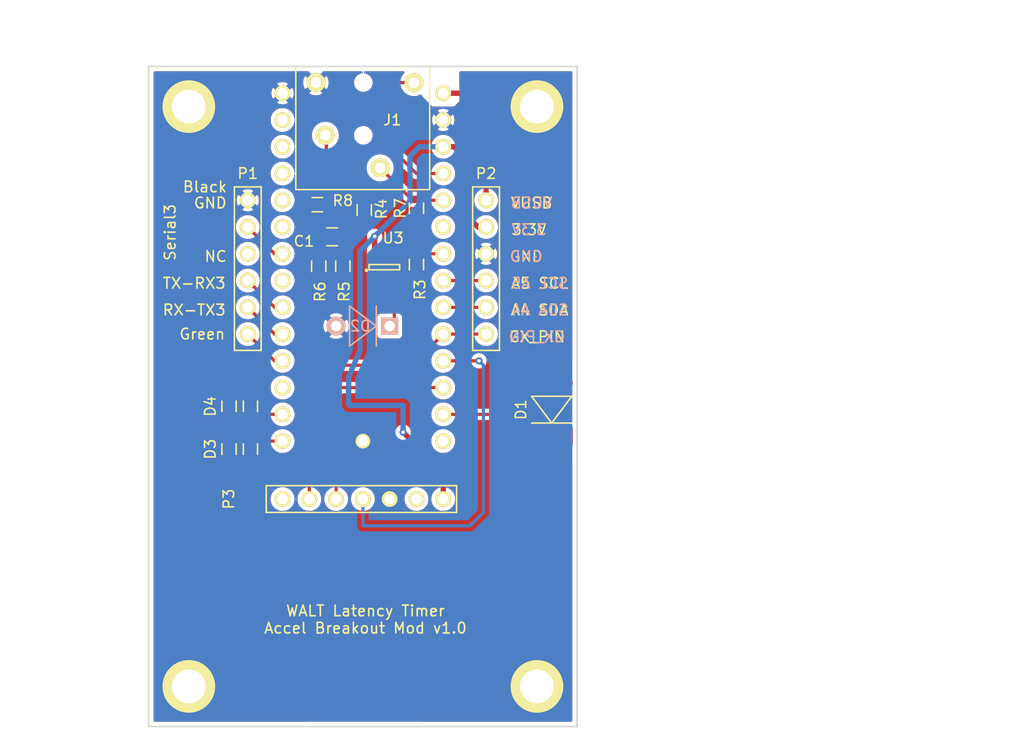
<source format=kicad_pcb>
(kicad_pcb (version 20171130) (host pcbnew "(5.1.6)-1")

  (general
    (thickness 1.6)
    (drawings 26)
    (tracks 98)
    (zones 0)
    (modules 25)
    (nets 41)
  )

  (page USLetter)
  (layers
    (0 F.Cu signal)
    (31 B.Cu signal)
    (32 B.Adhes user)
    (33 F.Adhes user)
    (34 B.Paste user)
    (35 F.Paste user)
    (36 B.SilkS user)
    (37 F.SilkS user)
    (38 B.Mask user)
    (39 F.Mask user)
    (40 Dwgs.User user)
    (41 Cmts.User user)
    (42 Eco1.User user)
    (43 Eco2.User user)
    (44 Edge.Cuts user)
    (45 Margin user)
    (46 B.CrtYd user)
    (47 F.CrtYd user)
    (48 B.Fab user)
    (49 F.Fab user)
  )

  (setup
    (last_trace_width 0.508)
    (user_trace_width 0.1524)
    (user_trace_width 0.2032)
    (user_trace_width 0.3048)
    (user_trace_width 0.508)
    (trace_clearance 0.254)
    (zone_clearance 0.381)
    (zone_45_only yes)
    (trace_min 0.1524)
    (via_size 0.6858)
    (via_drill 0.3302)
    (via_min_size 0.6858)
    (via_min_drill 0.3302)
    (uvia_size 0.508)
    (uvia_drill 0.127)
    (uvias_allowed no)
    (uvia_min_size 0.508)
    (uvia_min_drill 0.127)
    (edge_width 0.1524)
    (segment_width 0.1524)
    (pcb_text_width 0.1524)
    (pcb_text_size 1.016 1.016)
    (mod_edge_width 0.07)
    (mod_text_size 0.5 0.5)
    (mod_text_width 0.07)
    (pad_size 1.5 1.5)
    (pad_drill 1)
    (pad_to_mask_clearance 0.05)
    (pad_to_paste_clearance -0.04)
    (aux_axis_origin 0 0)
    (grid_origin 86.36 96.94)
    (visible_elements 7FFFF7FF)
    (pcbplotparams
      (layerselection 0x010f0_80000001)
      (usegerberextensions true)
      (usegerberattributes true)
      (usegerberadvancedattributes true)
      (creategerberjobfile true)
      (excludeedgelayer true)
      (linewidth 0.127000)
      (plotframeref false)
      (viasonmask false)
      (mode 1)
      (useauxorigin false)
      (hpglpennumber 1)
      (hpglpenspeed 20)
      (hpglpendiameter 15.000000)
      (psnegative false)
      (psa4output false)
      (plotreference true)
      (plotvalue true)
      (plotinvisibletext false)
      (padsonsilk false)
      (subtractmaskfromsilk false)
      (outputformat 1)
      (mirror false)
      (drillshape 0)
      (scaleselection 1)
      (outputdirectory "gerbers/"))
  )

  (net 0 "")
  (net 1 "Net-(C1-Pad1)")
  (net 2 "Net-(C1-Pad2)")
  (net 3 /DEBUG_LED2)
  (net 4 /DEBUG_LED1)
  (net 5 GND)
  (net 6 /AUDIO_PIN)
  (net 7 /SERIAL_CTS)
  (net 8 /SERIAL_TX)
  (net 9 /SERIAL_RX)
  (net 10 "Net-(P1-Pad4)")
  (net 11 /SERIAL_RTS)
  (net 12 /GPIO_A4)
  (net 13 /GPIO_A5)
  (net 14 +3V3)
  (net 15 /VUSB_5V)
  (net 16 /PD_SCREEN_PIN)
  (net 17 /MIC_PIN)
  (net 18 "Net-(U1-Pad6)")
  (net 19 /GZ_PIN)
  (net 20 "Net-(U1-Pad23)")
  (net 21 "Net-(J1-Pad2)")
  (net 22 "Net-(D1-Pad1)")
  (net 23 "Net-(D2-Pad1)")
  (net 24 "Net-(D3-Pad2)")
  (net 25 "Net-(D4-Pad2)")
  (net 26 "Net-(U1-Pad2)")
  (net 27 "Net-(U1-Pad3)")
  (net 28 "Net-(U1-Pad4)")
  (net 29 "Net-(U1-Pad5)")
  (net 30 "Net-(U1-Pad8)")
  (net 31 "Net-(U1-Pad12)")
  (net 32 "Net-(U1-Pad15)")
  (net 33 "Net-(D3-Pad1)")
  (net 34 "Net-(D4-Pad1)")
  (net 35 "Net-(R1-Pad2)")
  (net 36 "Net-(R2-Pad2)")
  (net 37 /3Vo)
  (net 38 /GY_PIN)
  (net 39 /GX_PIN)
  (net 40 /TEST)

  (net_class Default "This is the default net class."
    (clearance 0.254)
    (trace_width 0.254)
    (via_dia 0.6858)
    (via_drill 0.3302)
    (uvia_dia 0.508)
    (uvia_drill 0.127)
    (add_net +3V3)
    (add_net /3Vo)
    (add_net /AUDIO_PIN)
    (add_net /DEBUG_LED1)
    (add_net /DEBUG_LED2)
    (add_net /GPIO_A4)
    (add_net /GPIO_A5)
    (add_net /GX_PIN)
    (add_net /GY_PIN)
    (add_net /GZ_PIN)
    (add_net /MIC_PIN)
    (add_net /PD_SCREEN_PIN)
    (add_net /SERIAL_CTS)
    (add_net /SERIAL_RTS)
    (add_net /SERIAL_RX)
    (add_net /SERIAL_TX)
    (add_net /TEST)
    (add_net /VUSB_5V)
    (add_net GND)
    (add_net "Net-(C1-Pad1)")
    (add_net "Net-(C1-Pad2)")
    (add_net "Net-(D1-Pad1)")
    (add_net "Net-(D2-Pad1)")
    (add_net "Net-(D3-Pad1)")
    (add_net "Net-(D3-Pad2)")
    (add_net "Net-(D4-Pad1)")
    (add_net "Net-(D4-Pad2)")
    (add_net "Net-(J1-Pad2)")
    (add_net "Net-(P1-Pad4)")
    (add_net "Net-(R1-Pad2)")
    (add_net "Net-(R2-Pad2)")
    (add_net "Net-(U1-Pad12)")
    (add_net "Net-(U1-Pad15)")
    (add_net "Net-(U1-Pad2)")
    (add_net "Net-(U1-Pad23)")
    (add_net "Net-(U1-Pad3)")
    (add_net "Net-(U1-Pad4)")
    (add_net "Net-(U1-Pad5)")
    (add_net "Net-(U1-Pad6)")
    (add_net "Net-(U1-Pad8)")
  )

  (net_class Minimal ""
    (clearance 0.1524)
    (trace_width 0.1524)
    (via_dia 0.6858)
    (via_drill 0.3302)
    (uvia_dia 0.508)
    (uvia_drill 0.127)
  )

  (module walt_footprints:BPW34_DIP2 (layer B.Cu) (tedit 57855A95) (tstamp 576617A7)
    (at 88.9 108.458 180)
    (descr BPW34_DIP2)
    (tags BPW34)
    (path /576487CA)
    (fp_text reference D2 (at 2.794 0 180) (layer B.SilkS)
      (effects (font (size 1 1) (thickness 0.15)) (justify mirror))
    )
    (fp_text value Photodiode (at -29.464 1.778 180) (layer B.Fab)
      (effects (font (size 1 1) (thickness 0.15)) (justify mirror))
    )
    (fp_line (start -1.27 -2.15) (end -1.27 2.15) (layer B.CrtYd) (width 0.05))
    (fp_line (start 6.35 -2.15) (end -1.27 -2.15) (layer B.CrtYd) (width 0.05))
    (fp_line (start 6.35 2.15) (end 6.35 -2.15) (layer B.CrtYd) (width 0.05))
    (fp_line (start -1.27 2.15) (end 6.35 2.15) (layer B.CrtYd) (width 0.05))
    (fp_line (start 1.27 1.905) (end 1.27 -1.905) (layer B.SilkS) (width 0.15))
    (fp_line (start 3.81 1.905) (end 1.27 0) (layer B.SilkS) (width 0.15))
    (fp_line (start 3.81 -1.905) (end 3.81 1.905) (layer B.SilkS) (width 0.15))
    (fp_line (start 1.27 0) (end 3.81 -1.905) (layer B.SilkS) (width 0.15))
    (fp_text user K (at 0.127 -1.651 180) (layer B.SilkS) hide
      (effects (font (size 1 1) (thickness 0.15)) (justify mirror))
    )
    (pad 1 thru_hole rect (at 0 0 90) (size 1.6 1.6) (drill 1) (layers *.Cu *.Mask B.SilkS)
      (net 23 "Net-(D2-Pad1)"))
    (pad 2 thru_hole circle (at 5.08 0 180) (size 1.8 1.8) (drill 1) (layers *.Cu *.Mask B.SilkS)
      (net 5 GND) (zone_connect 1) (thermal_width 0.508) (thermal_gap 0.3048))
    (model LEDs.3dshapes/LED-5MM.wrl
      (offset (xyz 1.269999980926514 0 0))
      (scale (xyz 1 1 1))
      (rotate (xyz 0 0 90))
    )
  )

  (module walt_footprints:R_0603_pad07mm_long (layer F.Cu) (tedit 57B60E47) (tstamp 576617E3)
    (at 91.44 102.616 90)
    (descr "Resistor SMD 0603, reflow soldering, Vishay (see dcrcw.pdf)")
    (tags "resistor 0603")
    (path /57648608)
    (attr smd)
    (fp_text reference R3 (at -2.3876 0.3302 90) (layer F.SilkS)
      (effects (font (size 1 1) (thickness 0.15)))
    )
    (fp_text value 510k (at -0.01778 1.23444 90) (layer F.Fab)
      (effects (font (size 0.5 0.5) (thickness 0.07)))
    )
    (fp_line (start -0.5 -0.675) (end 0.5 -0.675) (layer F.SilkS) (width 0.15))
    (fp_line (start 0.5 0.675) (end -0.5 0.675) (layer F.SilkS) (width 0.15))
    (fp_line (start 1.3 -0.8) (end 1.3 0.8) (layer F.CrtYd) (width 0.05))
    (fp_line (start -1.3 -0.8) (end -1.3 0.8) (layer F.CrtYd) (width 0.05))
    (fp_line (start -1.3 0.8) (end 1.3 0.8) (layer F.CrtYd) (width 0.05))
    (fp_line (start -1.3 -0.8) (end 1.3 -0.8) (layer F.CrtYd) (width 0.05))
    (pad 1 smd rect (at -0.85 0 90) (size 0.7 0.9) (layers F.Cu F.Paste F.Mask)
      (net 23 "Net-(D2-Pad1)"))
    (pad 2 smd rect (at 0.85 0 90) (size 0.7 0.9) (layers F.Cu F.Paste F.Mask)
      (net 16 /PD_SCREEN_PIN))
    (model Resistors_SMD.3dshapes/R_0603.wrl
      (at (xyz 0 0 0))
      (scale (xyz 1 1 1))
      (rotate (xyz 0 0 0))
    )
  )

  (module TO_SOT_Packages_SMD:SOT-23-5 (layer F.Cu) (tedit 57B60EC7) (tstamp 5766183C)
    (at 88.392 102.87 90)
    (descr "5-pin SOT23 package")
    (tags SOT-23-5)
    (path /576483C4)
    (attr smd)
    (fp_text reference U3 (at 2.7686 0.8382 180) (layer F.SilkS)
      (effects (font (size 1 1) (thickness 0.15)))
    )
    (fp_text value LM321MFX (at -0.5842 -2.0574 90) (layer F.Fab)
      (effects (font (size 0.5 0.5) (thickness 0.07)))
    )
    (fp_line (start -0.25 -1.45) (end -0.25 1.45) (layer F.SilkS) (width 0.15))
    (fp_line (start -0.25 1.45) (end 0.25 1.45) (layer F.SilkS) (width 0.15))
    (fp_line (start 0.25 1.45) (end 0.25 -1.45) (layer F.SilkS) (width 0.15))
    (fp_line (start 0.25 -1.45) (end -0.25 -1.45) (layer F.SilkS) (width 0.15))
    (fp_circle (center -0.3 -1.7) (end -0.2 -1.7) (layer F.SilkS) (width 0.15))
    (fp_line (start -1.8 1.6) (end -1.8 -1.6) (layer F.CrtYd) (width 0.05))
    (fp_line (start 1.8 1.6) (end -1.8 1.6) (layer F.CrtYd) (width 0.05))
    (fp_line (start 1.8 -1.6) (end 1.8 1.6) (layer F.CrtYd) (width 0.05))
    (fp_line (start -1.8 -1.6) (end 1.8 -1.6) (layer F.CrtYd) (width 0.05))
    (pad 1 smd rect (at -1.1 -0.95 90) (size 1.06 0.65) (layers F.Cu F.Paste F.Mask)
      (net 5 GND))
    (pad 2 smd rect (at -1.1 0 90) (size 1.06 0.65) (layers F.Cu F.Paste F.Mask)
      (net 5 GND))
    (pad 3 smd rect (at -1.1 0.95 90) (size 1.06 0.65) (layers F.Cu F.Paste F.Mask)
      (net 23 "Net-(D2-Pad1)"))
    (pad 4 smd rect (at 1.1 0.95 90) (size 1.06 0.65) (layers F.Cu F.Paste F.Mask)
      (net 16 /PD_SCREEN_PIN))
    (pad 5 smd rect (at 1.1 -0.95 90) (size 1.06 0.65) (layers F.Cu F.Paste F.Mask)
      (net 14 +3V3))
    (model TO_SOT_Packages_SMD.3dshapes/SOT-23-5.wrl
      (at (xyz 0 0 0))
      (scale (xyz 1 1 1))
      (rotate (xyz 0 0 0))
    )
  )

  (module Mounting_Holes:MountingHole_3.2mm_M3 (layer F.Cu) (tedit 5766F70C) (tstamp 5EF7147E)
    (at 69.85 87.63)
    (descr "Mounting Hole 3.2mm, no annular, M3")
    (tags "mounting hole 3.2mm no annular m3")
    (fp_text reference REF** (at -2.54 -7.62) (layer F.SilkS) hide
      (effects (font (size 1 1) (thickness 0.15)))
    )
    (fp_text value MountingHole_3.2mm_M3 (at -20.32 -1.524) (layer F.Fab) hide
      (effects (font (size 0.5 0.5) (thickness 0.07)))
    )
    (fp_circle (center 0 0) (end 3.45 0) (layer F.CrtYd) (width 0.05))
    (fp_circle (center 0 0) (end 3.2 0) (layer Cmts.User) (width 0.15))
    (pad 1 thru_hole circle (at 0 0) (size 5 5) (drill 3.2) (layers *.Cu *.Mask F.SilkS)
      (net 5 GND))
  )

  (module Mounting_Holes:MountingHole_3.2mm_M3 (layer F.Cu) (tedit 5766F71D) (tstamp 5766BA3A)
    (at 69.85 142.66)
    (descr "Mounting Hole 3.2mm, no annular, M3")
    (tags "mounting hole 3.2mm no annular m3")
    (fp_text reference REF** (at -13.97 -2.54) (layer F.SilkS) hide
      (effects (font (size 1 1) (thickness 0.15)))
    )
    (fp_text value MountingHole_3.2mm_M3 (at -6.858 28.702) (layer F.Fab) hide
      (effects (font (size 0.5 0.5) (thickness 0.07)))
    )
    (fp_circle (center 0 0) (end 3.2 0) (layer Cmts.User) (width 0.15))
    (fp_circle (center 0 0) (end 3.45 0) (layer F.CrtYd) (width 0.05))
    (pad 1 thru_hole circle (at 0 0) (size 5 5) (drill 3.2) (layers *.Cu *.Mask F.SilkS)
      (net 5 GND))
  )

  (module Mounting_Holes:MountingHole_3.2mm_M3 (layer F.Cu) (tedit 5766F721) (tstamp 5766BA41)
    (at 102.87 142.66)
    (descr "Mounting Hole 3.2mm, no annular, M3")
    (tags "mounting hole 3.2mm no annular m3")
    (fp_text reference REF** (at 12.7 -3.81) (layer F.SilkS) hide
      (effects (font (size 1 1) (thickness 0.15)))
    )
    (fp_text value MountingHole_3.2mm_M3 (at 12.7 29.21) (layer F.Fab) hide
      (effects (font (size 0.5 0.5) (thickness 0.07)))
    )
    (fp_circle (center 0 0) (end 3.2 0) (layer Cmts.User) (width 0.15))
    (fp_circle (center 0 0) (end 3.45 0) (layer F.CrtYd) (width 0.05))
    (pad 1 thru_hole circle (at 0 0) (size 5 5) (drill 3.2) (layers *.Cu *.Mask F.SilkS)
      (net 5 GND))
  )

  (module Mounting_Holes:MountingHole_3.2mm_M3 (layer F.Cu) (tedit 5766F725) (tstamp 5766BA91)
    (at 102.87 87.63)
    (descr "Mounting Hole 3.2mm, no annular, M3")
    (tags "mounting hole 3.2mm no annular m3")
    (fp_text reference REF** (at 8.89 -8.89) (layer F.SilkS) hide
      (effects (font (size 1 1) (thickness 0.15)))
    )
    (fp_text value MountingHole_3.2mm_M3 (at 17.78 -0.762) (layer F.Fab) hide
      (effects (font (size 1 1) (thickness 0.15)))
    )
    (fp_circle (center 0 0) (end 3.45 0) (layer F.CrtYd) (width 0.05))
    (fp_circle (center 0 0) (end 3.2 0) (layer Cmts.User) (width 0.15))
    (pad 1 thru_hole circle (at 0 0) (size 5 5) (drill 3.2) (layers *.Cu *.Mask F.SilkS)
      (net 5 GND))
  )

  (module Wire_Pads:SolderWirePad_single_SMD_5x10mm (layer F.Cu) (tedit 57855C33) (tstamp 5766BB40)
    (at 86.61654 142.86738 90)
    (descr "Wire Pad, Square, SMD Pad,  5mm x 10mm,")
    (tags "MesurementPoint Square SMDPad 5mmx10mm ")
    (attr smd)
    (fp_text reference REF** (at -13.335 0 90) (layer F.SilkS) hide
      (effects (font (size 1 1) (thickness 0.15)))
    )
    (fp_text value SolderWirePad_single_SMD_5x10mm (at -18.161 8.001 90) (layer F.Fab) hide
      (effects (font (size 0.5 0.5) (thickness 0.07)))
    )
    (fp_line (start 2.75 -5.25) (end -2.75 -5.25) (layer F.CrtYd) (width 0.05))
    (fp_line (start 2.75 5.25) (end 2.75 -5.25) (layer F.CrtYd) (width 0.05))
    (fp_line (start -2.75 5.25) (end 2.75 5.25) (layer F.CrtYd) (width 0.05))
    (fp_line (start -2.75 -5.25) (end -2.75 5.25) (layer F.CrtYd) (width 0.05))
    (pad 1 smd rect (at 0 0 90) (size 5.08 10.16) (layers F.Cu F.Mask)
      (net 5 GND) (zone_connect 1))
  )

  (module walt_footprints:Pin_Header_Straight_1x06 (layer F.Cu) (tedit 5EF66450) (tstamp 57681E8F)
    (at 98.044 109.22 180)
    (descr "Through hole pin header")
    (tags "pin header")
    (path /57681A8E)
    (fp_text reference P2 (at 0 15.24 180) (layer F.SilkS)
      (effects (font (size 1 1) (thickness 0.15)))
    )
    (fp_text value CONN_01X06 (at -20.32 1.524 180) (layer F.Fab)
      (effects (font (size 1 1) (thickness 0.15)))
    )
    (fp_line (start -1.27 -1.55) (end 1.27 -1.55) (layer F.SilkS) (width 0.15))
    (fp_line (start -1.27 13.97) (end -1.27 -1.55) (layer F.SilkS) (width 0.15))
    (fp_line (start 1.27 13.97) (end -1.27 13.97) (layer F.SilkS) (width 0.15))
    (fp_line (start 1.27 -1.55) (end 1.27 13.97) (layer F.SilkS) (width 0.15))
    (fp_line (start -1.75 14.45) (end 1.75 14.45) (layer F.CrtYd) (width 0.05))
    (fp_line (start -1.75 -1.75) (end 1.75 -1.75) (layer F.CrtYd) (width 0.05))
    (fp_line (start 1.75 -1.75) (end 1.75 14.45) (layer F.CrtYd) (width 0.05))
    (fp_line (start -1.75 -1.75) (end -1.75 14.45) (layer F.CrtYd) (width 0.05))
    (pad 1 thru_hole circle (at 0 0 180) (size 1.5 1.5) (drill 1) (layers *.Cu *.Mask F.SilkS)
      (net 39 /GX_PIN))
    (pad 2 thru_hole circle (at 0 2.54 180) (size 1.5 1.5) (drill 1) (layers *.Cu *.Mask F.SilkS)
      (net 12 /GPIO_A4))
    (pad 3 thru_hole circle (at 0 5.08 180) (size 1.5 1.5) (drill 1) (layers *.Cu *.Mask F.SilkS)
      (net 13 /GPIO_A5))
    (pad 4 thru_hole circle (at 0 7.62 180) (size 1.5 1.5) (drill 1) (layers *.Cu *.Mask F.SilkS)
      (net 5 GND) (zone_connect 1) (thermal_width 0.508) (thermal_gap 0.3048))
    (pad 5 thru_hole circle (at 0 10.16 180) (size 1.5 1.5) (drill 1) (layers *.Cu *.Mask F.SilkS)
      (net 14 +3V3))
    (pad 6 thru_hole circle (at 0 12.7 180) (size 1.5 1.5) (drill 1) (layers *.Cu *.Mask F.SilkS)
      (net 15 /VUSB_5V))
    (model Pin_Headers.3dshapes/Pin_Header_Straight_1x06.wrl
      (offset (xyz 0 -6.349999904632568 0))
      (scale (xyz 1 1 1))
      (rotate (xyz 0 0 90))
    )
  )

  (module walt_footprints:Pin_Header_Straight_1x06 (layer F.Cu) (tedit 57855A3E) (tstamp 576617C7)
    (at 75.438 109.22 180)
    (descr "Through hole pin header")
    (tags "pin header")
    (path /5765C52E)
    (fp_text reference P1 (at 0 15.24 180) (layer F.SilkS)
      (effects (font (size 1 1) (thickness 0.15)))
    )
    (fp_text value CONN_01X06 (at 18.542 2.032 180) (layer F.Fab)
      (effects (font (size 1 1) (thickness 0.15)))
    )
    (fp_line (start -1.27 -1.55) (end 1.27 -1.55) (layer F.SilkS) (width 0.15))
    (fp_line (start -1.27 13.97) (end -1.27 -1.55) (layer F.SilkS) (width 0.15))
    (fp_line (start 1.27 13.97) (end -1.27 13.97) (layer F.SilkS) (width 0.15))
    (fp_line (start 1.27 -1.55) (end 1.27 13.97) (layer F.SilkS) (width 0.15))
    (fp_line (start -1.75 14.45) (end 1.75 14.45) (layer F.CrtYd) (width 0.05))
    (fp_line (start -1.75 -1.75) (end 1.75 -1.75) (layer F.CrtYd) (width 0.05))
    (fp_line (start 1.75 -1.75) (end 1.75 14.45) (layer F.CrtYd) (width 0.05))
    (fp_line (start -1.75 -1.75) (end -1.75 14.45) (layer F.CrtYd) (width 0.05))
    (pad 1 thru_hole circle (at 0 0 180) (size 1.5 1.5) (drill 1) (layers *.Cu *.Mask F.SilkS)
      (net 7 /SERIAL_CTS))
    (pad 2 thru_hole circle (at 0 2.54 180) (size 1.5 1.5) (drill 1) (layers *.Cu *.Mask F.SilkS)
      (net 8 /SERIAL_TX))
    (pad 3 thru_hole circle (at 0 5.08 180) (size 1.5 1.5) (drill 1) (layers *.Cu *.Mask F.SilkS)
      (net 9 /SERIAL_RX))
    (pad 4 thru_hole circle (at 0 7.62 180) (size 1.5 1.5) (drill 1) (layers *.Cu *.Mask F.SilkS)
      (net 10 "Net-(P1-Pad4)"))
    (pad 5 thru_hole circle (at 0 10.16 180) (size 1.5 1.5) (drill 1) (layers *.Cu *.Mask F.SilkS)
      (net 11 /SERIAL_RTS))
    (pad 6 thru_hole circle (at 0 12.7 180) (size 1.5 1.5) (drill 1) (layers *.Cu *.Mask F.SilkS)
      (net 5 GND) (zone_connect 1) (thermal_width 0.508) (thermal_gap 0.3048))
    (model Pin_Headers.3dshapes/Pin_Header_Straight_1x06.wrl
      (offset (xyz 0 -6.349999904632568 0))
      (scale (xyz 1 1 1))
      (rotate (xyz 0 0 90))
    )
  )

  (module Wire_Pads:SolderWirePad_single_0-8mmDrill (layer F.Cu) (tedit 5768598B) (tstamp 57691F94)
    (at 86.36 119.38)
    (fp_text reference REF** (at 29.845 4.5085) (layer F.SilkS) hide
      (effects (font (size 1 1) (thickness 0.15)))
    )
    (fp_text value SolderWirePad_single_0-8mmDrill (at 49.784 2.286) (layer F.Fab)
      (effects (font (size 1 1) (thickness 0.15)))
    )
    (pad 1 thru_hole circle (at 0 0) (size 1.4 1.4) (drill 1) (layers *.Cu *.Mask F.SilkS)
      (net 5 GND))
  )

  (module walt_footprints:Teensy_DIP-28_W15.24mm (layer F.Cu) (tedit 57683B97) (tstamp 57681E98)
    (at 78.74 86.36)
    (descr "28-lead dip package, row spacing 15.24 mm (600 mils)")
    (tags "dil dip 2.54 600")
    (path /576468C7)
    (fp_text reference U1 (at 0 -5.22) (layer F.SilkS) hide
      (effects (font (size 1 1) (thickness 0.15)))
    )
    (fp_text value TeensyLC_with_headers (at 21.082 -8.001) (layer F.Fab)
      (effects (font (size 1 1) (thickness 0.15)))
    )
    (fp_line (start -1.05 35.5) (end 16.3 35.5) (layer F.CrtYd) (width 0.05))
    (fp_line (start -1.05 -2.45) (end 16.3 -2.45) (layer F.CrtYd) (width 0.05))
    (fp_line (start 16.3 -2.45) (end 16.3 35.5) (layer F.CrtYd) (width 0.05))
    (fp_line (start -1.05 -2.45) (end -1.05 35.5) (layer F.CrtYd) (width 0.05))
    (pad 1 thru_hole circle (at 0 0) (size 1.5 1.5) (drill 1) (layers *.Cu *.Mask F.SilkS)
      (net 5 GND) (zone_connect 1) (thermal_width 0.508) (thermal_gap 0.3048))
    (pad 2 thru_hole circle (at 0 2.54) (size 1.5 1.5) (drill 1) (layers *.Cu *.Mask F.SilkS)
      (net 26 "Net-(U1-Pad2)"))
    (pad 3 thru_hole circle (at 0 5.08) (size 1.5 1.5) (drill 1) (layers *.Cu *.Mask F.SilkS)
      (net 27 "Net-(U1-Pad3)"))
    (pad 4 thru_hole circle (at 0 7.62) (size 1.5 1.5) (drill 1) (layers *.Cu *.Mask F.SilkS)
      (net 28 "Net-(U1-Pad4)"))
    (pad 5 thru_hole circle (at 0 10.16) (size 1.5 1.5) (drill 1) (layers *.Cu *.Mask F.SilkS)
      (net 29 "Net-(U1-Pad5)"))
    (pad 6 thru_hole circle (at 0 12.7) (size 1.5 1.5) (drill 1) (layers *.Cu *.Mask F.SilkS)
      (net 18 "Net-(U1-Pad6)"))
    (pad 7 thru_hole circle (at 0 15.24) (size 1.5 1.5) (drill 1) (layers *.Cu *.Mask F.SilkS)
      (net 11 /SERIAL_RTS))
    (pad 8 thru_hole circle (at 0 17.78) (size 1.5 1.5) (drill 1) (layers *.Cu *.Mask F.SilkS)
      (net 30 "Net-(U1-Pad8)"))
    (pad 9 thru_hole circle (at 0 20.32) (size 1.5 1.5) (drill 1) (layers *.Cu *.Mask F.SilkS)
      (net 9 /SERIAL_RX))
    (pad 10 thru_hole circle (at 0 22.86) (size 1.5 1.5) (drill 1) (layers *.Cu *.Mask F.SilkS)
      (net 8 /SERIAL_TX))
    (pad 11 thru_hole circle (at 0 25.4) (size 1.5 1.5) (drill 1) (layers *.Cu *.Mask F.SilkS)
      (net 7 /SERIAL_CTS))
    (pad 12 thru_hole circle (at 0 27.94) (size 1.5 1.5) (drill 1) (layers *.Cu *.Mask F.SilkS)
      (net 31 "Net-(U1-Pad12)"))
    (pad 13 thru_hole circle (at 0 30.48) (size 1.5 1.5) (drill 1) (layers *.Cu *.Mask F.SilkS)
      (net 4 /DEBUG_LED1))
    (pad 14 thru_hole circle (at 0 33.02) (size 1.5 1.5) (drill 1) (layers *.Cu *.Mask F.SilkS)
      (net 3 /DEBUG_LED2))
    (pad 15 thru_hole circle (at 15.24 33.02) (size 1.5 1.5) (drill 1) (layers *.Cu *.Mask F.SilkS)
      (net 32 "Net-(U1-Pad15)"))
    (pad 16 thru_hole circle (at 15.24 30.48) (size 1.5 1.5) (drill 1) (layers *.Cu *.Mask F.SilkS)
      (net 22 "Net-(D1-Pad1)"))
    (pad 17 thru_hole circle (at 15.24 27.94) (size 1.5 1.5) (drill 1) (layers *.Cu *.Mask F.SilkS)
      (net 38 /GY_PIN))
    (pad 18 thru_hole circle (at 15.24 25.4) (size 1.5 1.5) (drill 1) (layers *.Cu *.Mask F.SilkS)
      (net 19 /GZ_PIN))
    (pad 19 thru_hole circle (at 15.24 22.86) (size 1.5 1.5) (drill 1) (layers *.Cu *.Mask F.SilkS)
      (net 39 /GX_PIN))
    (pad 20 thru_hole circle (at 15.24 20.32) (size 1.5 1.5) (drill 1) (layers *.Cu *.Mask F.SilkS)
      (net 12 /GPIO_A4))
    (pad 21 thru_hole circle (at 15.24 17.78) (size 1.5 1.5) (drill 1) (layers *.Cu *.Mask F.SilkS)
      (net 13 /GPIO_A5))
    (pad 22 thru_hole circle (at 15.24 15.24) (size 1.5 1.5) (drill 1) (layers *.Cu *.Mask F.SilkS)
      (net 16 /PD_SCREEN_PIN))
    (pad 23 thru_hole circle (at 15.24 12.7) (size 1.5 1.5) (drill 1) (layers *.Cu *.Mask F.SilkS)
      (net 20 "Net-(U1-Pad23)"))
    (pad 24 thru_hole circle (at 15.24 10.16) (size 1.5 1.5) (drill 1) (layers *.Cu *.Mask F.SilkS)
      (net 6 /AUDIO_PIN))
    (pad 25 thru_hole circle (at 15.24 7.62) (size 1.5 1.5) (drill 1) (layers *.Cu *.Mask F.SilkS)
      (net 17 /MIC_PIN))
    (pad 26 thru_hole circle (at 15.24 5.08) (size 1.5 1.5) (drill 1) (layers *.Cu *.Mask F.SilkS)
      (net 14 +3V3))
    (pad 27 thru_hole circle (at 15.24 2.54) (size 1.5 1.5) (drill 1) (layers *.Cu *.Mask F.SilkS)
      (net 5 GND) (zone_connect 1) (thermal_width 0.508) (thermal_gap 0.3048))
    (pad 28 thru_hole circle (at 15.24 0) (size 1.5 1.5) (drill 1) (layers *.Cu *.Mask F.SilkS)
      (net 15 /VUSB_5V))
    (model Housings_DIP.3dshapes/DIP-28_W15.24mm.wrl
      (at (xyz 0 0 0))
      (scale (xyz 1 1 1))
      (rotate (xyz 0 0 0))
    )
  )

  (module WALT:Pin_Header_Straight_1x07 (layer F.Cu) (tedit 5EF65645) (tstamp 5EF6BA7E)
    (at 78.74 124.88 90)
    (descr "Through hole pin header")
    (tags "pin header")
    (path /5EF7F14F)
    (fp_text reference P3 (at 0 -5.1 90) (layer F.SilkS)
      (effects (font (size 1 1) (thickness 0.15)))
    )
    (fp_text value Accel (at 0 -3.1 90) (layer F.Fab)
      (effects (font (size 1 1) (thickness 0.15)))
    )
    (fp_line (start -1.27 -1.55) (end 1.27 -1.55) (layer F.SilkS) (width 0.15))
    (fp_line (start -1.27 16.51) (end -1.27 -1.55) (layer F.SilkS) (width 0.15))
    (fp_line (start 1.27 16.51) (end -1.27 16.51) (layer F.SilkS) (width 0.15))
    (fp_line (start 1.27 -1.55) (end 1.27 16.51) (layer F.SilkS) (width 0.15))
    (fp_line (start -1.75 16.71) (end 1.75 16.71) (layer F.CrtYd) (width 0.05))
    (fp_line (start -1.75 -1.75) (end 1.75 -1.75) (layer F.CrtYd) (width 0.05))
    (fp_line (start 1.75 -1.75) (end 1.75 16.71) (layer F.CrtYd) (width 0.05))
    (fp_line (start -1.75 -1.75) (end -1.75 16.71) (layer F.CrtYd) (width 0.05))
    (pad 7 thru_hole circle (at 0 15.24 90) (size 1.5 1.5) (drill 1) (layers *.Cu *.Mask F.SilkS)
      (net 14 +3V3))
    (pad 6 thru_hole circle (at 0 12.7 90) (size 1.5 1.5) (drill 1) (layers *.Cu *.Mask F.SilkS)
      (net 37 /3Vo))
    (pad 5 thru_hole circle (at 0 10.16 90) (size 1.5 1.5) (drill 1) (layers *.Cu *.Mask F.SilkS)
      (net 5 GND))
    (pad 4 thru_hole circle (at 0 7.62 90) (size 1.5 1.5) (drill 1) (layers *.Cu *.Mask F.SilkS)
      (net 19 /GZ_PIN))
    (pad 3 thru_hole circle (at 0 5.08 90) (size 1.5 1.5) (drill 1) (layers *.Cu *.Mask F.SilkS)
      (net 38 /GY_PIN))
    (pad 2 thru_hole circle (at 0 2.54 90) (size 1.5 1.5) (drill 1) (layers *.Cu *.Mask F.SilkS)
      (net 39 /GX_PIN))
    (pad 1 thru_hole circle (at 0 0 90) (size 1.5 1.5) (drill 1) (layers *.Cu *.Mask F.SilkS)
      (net 40 /TEST))
    (model Pin_Headers.3dshapes/Pin_Header_Straight_1x06.wrl
      (offset (xyz 0 -6.349999904632568 0))
      (scale (xyz 1 1 1))
      (rotate (xyz 0 0 90))
    )
  )

  (module Capacitors_SMD:C_0805 (layer F.Cu) (tedit 58B4C36B) (tstamp 5766179B)
    (at 83.439 99.988)
    (descr "Capacitor SMD 0805, reflow soldering, AVX (see smccp.pdf)")
    (tags "capacitor 0805")
    (path /5764985B)
    (attr smd)
    (fp_text reference C1 (at -2.667 0.42) (layer F.SilkS)
      (effects (font (size 1 1) (thickness 0.15)))
    )
    (fp_text value 0.1uF (at 0.381 0) (layer F.Fab)
      (effects (font (size 0.508 0.508) (thickness 0.0762)))
    )
    (fp_line (start -0.5 0.85) (end 0.5 0.85) (layer F.SilkS) (width 0.15))
    (fp_line (start 0.5 -0.85) (end -0.5 -0.85) (layer F.SilkS) (width 0.15))
    (fp_line (start 1.8 -1) (end 1.8 1) (layer F.CrtYd) (width 0.05))
    (fp_line (start -1.8 -1) (end -1.8 1) (layer F.CrtYd) (width 0.05))
    (fp_line (start -1.8 1) (end 1.8 1) (layer F.CrtYd) (width 0.05))
    (fp_line (start -1.8 -1) (end 1.8 -1) (layer F.CrtYd) (width 0.05))
    (pad 1 smd rect (at -1 0) (size 1 1.25) (layers F.Cu F.Paste F.Mask)
      (net 1 "Net-(C1-Pad1)"))
    (pad 2 smd rect (at 1 0) (size 1 1.25) (layers F.Cu F.Paste F.Mask)
      (net 2 "Net-(C1-Pad2)"))
    (model Capacitors_SMD.3dshapes/C_0805.wrl
      (at (xyz 0 0 0))
      (scale (xyz 1 1 1))
      (rotate (xyz 0 0 0))
    )
  )

  (module walt_footprints:R_0603_pad07mm_long (layer F.Cu) (tedit 57B60F33) (tstamp 576617B3)
    (at 73.66 116.078 90)
    (descr "Resistor SMD 0603, reflow soldering, Vishay (see dcrcw.pdf)")
    (tags "resistor 0603")
    (path /57646D13)
    (attr smd)
    (fp_text reference D4 (at 0 -1.778 90) (layer F.SilkS)
      (effects (font (size 1 1) (thickness 0.15)))
    )
    (fp_text value LED (at -0.01778 1.23444 90) (layer F.Fab)
      (effects (font (size 0.5 0.5) (thickness 0.07)))
    )
    (fp_line (start -0.5 -0.675) (end 0.5 -0.675) (layer F.SilkS) (width 0.15))
    (fp_line (start 0.5 0.675) (end -0.5 0.675) (layer F.SilkS) (width 0.15))
    (fp_line (start 1.3 -0.8) (end 1.3 0.8) (layer F.CrtYd) (width 0.05))
    (fp_line (start -1.3 -0.8) (end -1.3 0.8) (layer F.CrtYd) (width 0.05))
    (fp_line (start -1.3 0.8) (end 1.3 0.8) (layer F.CrtYd) (width 0.05))
    (fp_line (start -1.3 -0.8) (end 1.3 -0.8) (layer F.CrtYd) (width 0.05))
    (pad 1 smd rect (at -0.85 0 90) (size 0.7 0.9) (layers F.Cu F.Paste F.Mask)
      (net 34 "Net-(D4-Pad1)"))
    (pad 2 smd rect (at 0.85 0 90) (size 0.7 0.9) (layers F.Cu F.Paste F.Mask)
      (net 25 "Net-(D4-Pad2)"))
    (model Resistors_SMD.3dshapes/R_0603.wrl
      (at (xyz 0 0 0))
      (scale (xyz 1 1 1))
      (rotate (xyz 0 0 0))
    )
  )

  (module walt_footprints:R_0603_pad07mm_long (layer F.Cu) (tedit 57B60F2D) (tstamp 576617AD)
    (at 73.66 120.142 270)
    (descr "Resistor SMD 0603, reflow soldering, Vishay (see dcrcw.pdf)")
    (tags "resistor 0603")
    (path /57646CD9)
    (attr smd)
    (fp_text reference D3 (at 0 1.778 270) (layer F.SilkS)
      (effects (font (size 1 1) (thickness 0.15)))
    )
    (fp_text value LED (at -0.01778 1.23444 270) (layer F.Fab)
      (effects (font (size 0.5 0.5) (thickness 0.07)))
    )
    (fp_line (start -0.5 -0.675) (end 0.5 -0.675) (layer F.SilkS) (width 0.15))
    (fp_line (start 0.5 0.675) (end -0.5 0.675) (layer F.SilkS) (width 0.15))
    (fp_line (start 1.3 -0.8) (end 1.3 0.8) (layer F.CrtYd) (width 0.05))
    (fp_line (start -1.3 -0.8) (end -1.3 0.8) (layer F.CrtYd) (width 0.05))
    (fp_line (start -1.3 0.8) (end 1.3 0.8) (layer F.CrtYd) (width 0.05))
    (fp_line (start -1.3 -0.8) (end 1.3 -0.8) (layer F.CrtYd) (width 0.05))
    (pad 1 smd rect (at -0.85 0 270) (size 0.7 0.9) (layers F.Cu F.Paste F.Mask)
      (net 33 "Net-(D3-Pad1)"))
    (pad 2 smd rect (at 0.85 0 270) (size 0.7 0.9) (layers F.Cu F.Paste F.Mask)
      (net 24 "Net-(D3-Pad2)"))
    (model Resistors_SMD.3dshapes/R_0603.wrl
      (at (xyz 0 0 0))
      (scale (xyz 1 1 1))
      (rotate (xyz 0 0 0))
    )
  )

  (module walt_footprints:R_0603_pad07mm_long (layer F.Cu) (tedit 57B60ECD) (tstamp 576617FB)
    (at 91.44 97.282 90)
    (descr "Resistor SMD 0603, reflow soldering, Vishay (see dcrcw.pdf)")
    (tags "resistor 0603")
    (path /57649565)
    (attr smd)
    (fp_text reference R7 (at 0 -1.5494 90) (layer F.SilkS)
      (effects (font (size 1 1) (thickness 0.15)))
    )
    (fp_text value 100 (at -0.01778 1.23444 90) (layer F.Fab)
      (effects (font (size 0.5 0.5) (thickness 0.07)))
    )
    (fp_line (start -0.5 -0.675) (end 0.5 -0.675) (layer F.SilkS) (width 0.15))
    (fp_line (start 0.5 0.675) (end -0.5 0.675) (layer F.SilkS) (width 0.15))
    (fp_line (start 1.3 -0.8) (end 1.3 0.8) (layer F.CrtYd) (width 0.05))
    (fp_line (start -1.3 -0.8) (end -1.3 0.8) (layer F.CrtYd) (width 0.05))
    (fp_line (start -1.3 0.8) (end 1.3 0.8) (layer F.CrtYd) (width 0.05))
    (fp_line (start -1.3 -0.8) (end 1.3 -0.8) (layer F.CrtYd) (width 0.05))
    (pad 1 smd rect (at -0.85 0 90) (size 0.7 0.9) (layers F.Cu F.Paste F.Mask)
      (net 5 GND))
    (pad 2 smd rect (at 0.85 0 90) (size 0.7 0.9) (layers F.Cu F.Paste F.Mask)
      (net 6 /AUDIO_PIN))
    (model Resistors_SMD.3dshapes/R_0603.wrl
      (at (xyz 0 0 0))
      (scale (xyz 1 1 1))
      (rotate (xyz 0 0 0))
    )
  )

  (module walt_footprints:R_0603_pad07mm_long (layer F.Cu) (tedit 58B4C636) (tstamp 576617F5)
    (at 82.169 102.782 90)
    (descr "Resistor SMD 0603, reflow soldering, Vishay (see dcrcw.pdf)")
    (tags "resistor 0603")
    (path /5764991F)
    (attr smd)
    (fp_text reference R6 (at -2.413 0.127 90) (layer F.SilkS)
      (effects (font (size 1 1) (thickness 0.15)))
    )
    (fp_text value 3.3k (at 0 0 90) (layer F.Fab)
      (effects (font (size 0.5 0.5) (thickness 0.07)))
    )
    (fp_line (start -0.5 -0.675) (end 0.5 -0.675) (layer F.SilkS) (width 0.15))
    (fp_line (start 0.5 0.675) (end -0.5 0.675) (layer F.SilkS) (width 0.15))
    (fp_line (start 1.3 -0.8) (end 1.3 0.8) (layer F.CrtYd) (width 0.05))
    (fp_line (start -1.3 -0.8) (end -1.3 0.8) (layer F.CrtYd) (width 0.05))
    (fp_line (start -1.3 0.8) (end 1.3 0.8) (layer F.CrtYd) (width 0.05))
    (fp_line (start -1.3 -0.8) (end 1.3 -0.8) (layer F.CrtYd) (width 0.05))
    (pad 1 smd rect (at -0.85 0 90) (size 0.7 0.9) (layers F.Cu F.Paste F.Mask)
      (net 5 GND))
    (pad 2 smd rect (at 0.85 0 90) (size 0.7 0.9) (layers F.Cu F.Paste F.Mask)
      (net 1 "Net-(C1-Pad1)"))
    (model Resistors_SMD.3dshapes/R_0603.wrl
      (at (xyz 0 0 0))
      (scale (xyz 1 1 1))
      (rotate (xyz 0 0 0))
    )
  )

  (module walt_footprints:R_0603_pad07mm_long (layer F.Cu) (tedit 58B4C62B) (tstamp 576617EF)
    (at 84.455 102.782 90)
    (descr "Resistor SMD 0603, reflow soldering, Vishay (see dcrcw.pdf)")
    (tags "resistor 0603")
    (path /576498E4)
    (attr smd)
    (fp_text reference R5 (at -2.413 0.127 90) (layer F.SilkS)
      (effects (font (size 1 1) (thickness 0.15)))
    )
    (fp_text value 100 (at 0 0 90) (layer F.Fab)
      (effects (font (size 0.5 0.5) (thickness 0.07)))
    )
    (fp_line (start -0.5 -0.675) (end 0.5 -0.675) (layer F.SilkS) (width 0.15))
    (fp_line (start 0.5 0.675) (end -0.5 0.675) (layer F.SilkS) (width 0.15))
    (fp_line (start 1.3 -0.8) (end 1.3 0.8) (layer F.CrtYd) (width 0.05))
    (fp_line (start -1.3 -0.8) (end -1.3 0.8) (layer F.CrtYd) (width 0.05))
    (fp_line (start -1.3 0.8) (end 1.3 0.8) (layer F.CrtYd) (width 0.05))
    (fp_line (start -1.3 -0.8) (end 1.3 -0.8) (layer F.CrtYd) (width 0.05))
    (pad 1 smd rect (at -0.85 0 90) (size 0.7 0.9) (layers F.Cu F.Paste F.Mask)
      (net 5 GND))
    (pad 2 smd rect (at 0.85 0 90) (size 0.7 0.9) (layers F.Cu F.Paste F.Mask)
      (net 2 "Net-(C1-Pad2)"))
    (model Resistors_SMD.3dshapes/R_0603.wrl
      (at (xyz 0 0 0))
      (scale (xyz 1 1 1))
      (rotate (xyz 0 0 0))
    )
  )

  (module walt_footprints:R_0603_pad07mm_long (layer F.Cu) (tedit 57B612C2) (tstamp 576617E9)
    (at 86.487 97.448 270)
    (descr "Resistor SMD 0603, reflow soldering, Vishay (see dcrcw.pdf)")
    (tags "resistor 0603")
    (path /576498AB)
    (attr smd)
    (fp_text reference R4 (at -0.1016 -1.6256 270) (layer F.SilkS)
      (effects (font (size 1 1) (thickness 0.15)))
    )
    (fp_text value 3,3k (at 0 0 270) (layer F.Fab)
      (effects (font (size 0.5 0.5) (thickness 0.07)))
    )
    (fp_line (start -0.5 -0.675) (end 0.5 -0.675) (layer F.SilkS) (width 0.15))
    (fp_line (start 0.5 0.675) (end -0.5 0.675) (layer F.SilkS) (width 0.15))
    (fp_line (start 1.3 -0.8) (end 1.3 0.8) (layer F.CrtYd) (width 0.05))
    (fp_line (start -1.3 -0.8) (end -1.3 0.8) (layer F.CrtYd) (width 0.05))
    (fp_line (start -1.3 0.8) (end 1.3 0.8) (layer F.CrtYd) (width 0.05))
    (fp_line (start -1.3 -0.8) (end 1.3 -0.8) (layer F.CrtYd) (width 0.05))
    (pad 1 smd rect (at -0.85 0 270) (size 0.7 0.9) (layers F.Cu F.Paste F.Mask)
      (net 17 /MIC_PIN))
    (pad 2 smd rect (at 0.85 0 270) (size 0.7 0.9) (layers F.Cu F.Paste F.Mask)
      (net 2 "Net-(C1-Pad2)"))
    (model Resistors_SMD.3dshapes/R_0603.wrl
      (at (xyz 0 0 0))
      (scale (xyz 1 1 1))
      (rotate (xyz 0 0 0))
    )
  )

  (module walt_footprints:R_0603_pad07mm_long (layer F.Cu) (tedit 578562C6) (tstamp 576617DD)
    (at 75.692 116.078 90)
    (descr "Resistor SMD 0603, reflow soldering, Vishay (see dcrcw.pdf)")
    (tags "resistor 0603")
    (path /57646C37)
    (attr smd)
    (fp_text reference R2 (at 2.54 0 90) (layer F.SilkS) hide
      (effects (font (size 1 1) (thickness 0.15)))
    )
    (fp_text value 330 (at -0.01778 1.23444 90) (layer F.Fab)
      (effects (font (size 0.5 0.5) (thickness 0.07)))
    )
    (fp_line (start -0.5 -0.675) (end 0.5 -0.675) (layer F.SilkS) (width 0.15))
    (fp_line (start 0.5 0.675) (end -0.5 0.675) (layer F.SilkS) (width 0.15))
    (fp_line (start 1.3 -0.8) (end 1.3 0.8) (layer F.CrtYd) (width 0.05))
    (fp_line (start -1.3 -0.8) (end -1.3 0.8) (layer F.CrtYd) (width 0.05))
    (fp_line (start -1.3 0.8) (end 1.3 0.8) (layer F.CrtYd) (width 0.05))
    (fp_line (start -1.3 -0.8) (end 1.3 -0.8) (layer F.CrtYd) (width 0.05))
    (pad 1 smd rect (at -0.85 0 90) (size 0.7 0.9) (layers F.Cu F.Paste F.Mask)
      (net 4 /DEBUG_LED1))
    (pad 2 smd rect (at 0.85 0 90) (size 0.7 0.9) (layers F.Cu F.Paste F.Mask)
      (net 36 "Net-(R2-Pad2)"))
    (model Resistors_SMD.3dshapes/R_0603.wrl
      (at (xyz 0 0 0))
      (scale (xyz 1 1 1))
      (rotate (xyz 0 0 0))
    )
  )

  (module walt_footprints:R_0603_pad07mm_long (layer F.Cu) (tedit 578562CD) (tstamp 576617D7)
    (at 75.692 120.142 270)
    (descr "Resistor SMD 0603, reflow soldering, Vishay (see dcrcw.pdf)")
    (tags "resistor 0603")
    (path /57646BD5)
    (attr smd)
    (fp_text reference R1 (at 2.54 0 270) (layer F.SilkS) hide
      (effects (font (size 1 1) (thickness 0.15)))
    )
    (fp_text value 330 (at -0.01778 1.23444 270) (layer F.Fab)
      (effects (font (size 0.5 0.5) (thickness 0.07)))
    )
    (fp_line (start -0.5 -0.675) (end 0.5 -0.675) (layer F.SilkS) (width 0.15))
    (fp_line (start 0.5 0.675) (end -0.5 0.675) (layer F.SilkS) (width 0.15))
    (fp_line (start 1.3 -0.8) (end 1.3 0.8) (layer F.CrtYd) (width 0.05))
    (fp_line (start -1.3 -0.8) (end -1.3 0.8) (layer F.CrtYd) (width 0.05))
    (fp_line (start -1.3 0.8) (end 1.3 0.8) (layer F.CrtYd) (width 0.05))
    (fp_line (start -1.3 -0.8) (end 1.3 -0.8) (layer F.CrtYd) (width 0.05))
    (pad 1 smd rect (at -0.85 0 270) (size 0.7 0.9) (layers F.Cu F.Paste F.Mask)
      (net 3 /DEBUG_LED2))
    (pad 2 smd rect (at 0.85 0 270) (size 0.7 0.9) (layers F.Cu F.Paste F.Mask)
      (net 35 "Net-(R1-Pad2)"))
    (model Resistors_SMD.3dshapes/R_0603.wrl
      (at (xyz 0 0 0))
      (scale (xyz 1 1 1))
      (rotate (xyz 0 0 0))
    )
  )

  (module walt_footprints:TRRS_SJ_43514 (layer F.Cu) (tedit 57683B26) (tstamp 576617BD)
    (at 81.9 85.35 270)
    (descr TRRS_SJ_43514)
    (tags "Audio TRRS")
    (path /5764949B)
    (fp_text reference J1 (at 3.55 -7.254 180) (layer F.SilkS)
      (effects (font (size 1 1) (thickness 0.15)))
    )
    (fp_text value JACK_TRRS (at -7.88 -3.19) (layer F.Fab) hide
      (effects (font (size 0.5 0.5) (thickness 0.07)))
    )
    (fp_line (start 10.16 -10.795) (end -1.5 -10.795) (layer F.SilkS) (width 0.15))
    (fp_line (start 10.16 1.905) (end 10.16 -10.795) (layer F.SilkS) (width 0.15))
    (fp_line (start -1.5 1.905) (end 10.16 1.905) (layer F.SilkS) (width 0.15))
    (fp_line (start -5.1 -7.55) (end -1.6 -7.55) (layer B.CrtYd) (width 0.15))
    (fp_line (start -5.1 -1.4) (end -5.1 -7.55) (layer B.CrtYd) (width 0.15))
    (fp_line (start -1.6 -1.4) (end -5.1 -1.4) (layer B.CrtYd) (width 0.15))
    (fp_line (start -2.9 -10.795) (end 10.16 -10.795) (layer B.CrtYd) (width 0.15))
    (fp_line (start -1.6 1.905) (end -1.6 -10.795) (layer B.CrtYd) (width 0.15))
    (fp_line (start 10.16 1.905) (end -2.9 1.905) (layer B.CrtYd) (width 0.15))
    (fp_line (start 10.16 -10.795) (end 10.16 1.905) (layer B.CrtYd) (width 0.15))
    (fp_line (start -2.9 1.905) (end -2.9 -10.795) (layer B.CrtYd) (width 0.15))
    (pad 4 thru_hole circle (at 0 0 270) (size 1.8 1.8) (drill 1) (layers *.Cu *.Mask F.SilkS)
      (net 5 GND) (zone_connect 1) (thermal_width 0.508) (thermal_gap 0.3048))
    (pad 2 thru_hole circle (at 5 -0.9 270) (size 1.8 1.8) (drill 1) (layers *.Cu *.Mask F.SilkS)
      (net 21 "Net-(J1-Pad2)"))
    (pad 1 thru_hole circle (at 0 -9.3 270) (size 1.8 1.8) (drill 1) (layers *.Cu *.Mask F.SilkS)
      (net 1 "Net-(C1-Pad1)"))
    (pad 3 thru_hole circle (at 8.1 -6.1 270) (size 1.8 1.8) (drill 1) (layers *.Cu *.Mask F.SilkS)
      (net 6 /AUDIO_PIN))
    (pad "" np_thru_hole circle (at 0 -4.5 270) (size 1 1) (drill 1) (layers *.Cu *.Mask F.SilkS))
    (pad "" np_thru_hole circle (at 5 -4.5 270) (size 1 1) (drill 1) (layers *.Cu *.Mask F.SilkS))
  )

  (module walt_footprints:BPW34_DIP2 (layer F.Cu) (tedit 57855BAC) (tstamp 576617A1)
    (at 104.267 118.9355 90)
    (descr BPW34_DIP2)
    (tags BPW34)
    (path /57646A24)
    (fp_text reference D1 (at 2.54 -2.921 270) (layer F.SilkS)
      (effects (font (size 1 1) (thickness 0.15)))
    )
    (fp_text value Photodiode (at 2.286 15.494 90) (layer F.Fab)
      (effects (font (size 1 1) (thickness 0.15)))
    )
    (fp_line (start -1.27 2.15) (end -1.27 -2.15) (layer F.CrtYd) (width 0.05))
    (fp_line (start 6.35 2.15) (end -1.27 2.15) (layer F.CrtYd) (width 0.05))
    (fp_line (start 6.35 -2.15) (end 6.35 2.15) (layer F.CrtYd) (width 0.05))
    (fp_line (start -1.27 -2.15) (end 6.35 -2.15) (layer F.CrtYd) (width 0.05))
    (fp_line (start 1.27 -1.905) (end 1.27 1.905) (layer F.SilkS) (width 0.15))
    (fp_line (start 3.81 -1.905) (end 1.27 0) (layer F.SilkS) (width 0.15))
    (fp_line (start 3.81 1.905) (end 3.81 -1.905) (layer F.SilkS) (width 0.15))
    (fp_line (start 1.27 0) (end 3.81 1.905) (layer F.SilkS) (width 0.15))
    (fp_text user K (at -1.905 1.27 180) (layer F.SilkS) hide
      (effects (font (size 1 1) (thickness 0.15)))
    )
    (pad 1 smd rect (at 0 0 180) (size 4 1.8) (layers F.Cu F.Mask)
      (net 22 "Net-(D1-Pad1)"))
    (pad 2 smd oval (at 5.08 0 90) (size 1.8 4) (layers F.Cu F.Mask)
      (net 5 GND) (zone_connect 1) (thermal_width 0.508) (thermal_gap 0.3048))
    (model LEDs.3dshapes/LED-5MM.wrl
      (offset (xyz 1.269999980926514 0 0))
      (scale (xyz 1 1 1))
      (rotate (xyz 0 0 90))
    )
  )

  (module walt_footprints:R_0603_pad07mm_long (layer F.Cu) (tedit 58B4C63F) (tstamp 58B4C022)
    (at 82.042 96.94 180)
    (descr "Resistor SMD 0603, reflow soldering, Vishay (see dcrcw.pdf)")
    (tags "resistor 0603")
    (path /58B4C350)
    (attr smd)
    (fp_text reference R8 (at -2.413 0.381 180) (layer F.SilkS)
      (effects (font (size 1 1) (thickness 0.15)))
    )
    (fp_text value 100 (at 0 0 180) (layer F.Fab)
      (effects (font (size 0.5 0.5) (thickness 0.07)))
    )
    (fp_line (start -0.5 -0.675) (end 0.5 -0.675) (layer F.SilkS) (width 0.15))
    (fp_line (start 0.5 0.675) (end -0.5 0.675) (layer F.SilkS) (width 0.15))
    (fp_line (start 1.3 -0.8) (end 1.3 0.8) (layer F.CrtYd) (width 0.05))
    (fp_line (start -1.3 -0.8) (end -1.3 0.8) (layer F.CrtYd) (width 0.05))
    (fp_line (start -1.3 0.8) (end 1.3 0.8) (layer F.CrtYd) (width 0.05))
    (fp_line (start -1.3 -0.8) (end 1.3 -0.8) (layer F.CrtYd) (width 0.05))
    (pad 1 smd rect (at -0.85 0 180) (size 0.7 0.9) (layers F.Cu F.Paste F.Mask)
      (net 21 "Net-(J1-Pad2)"))
    (pad 2 smd rect (at 0.85 0 180) (size 0.7 0.9) (layers F.Cu F.Paste F.Mask)
      (net 5 GND))
    (model Resistors_SMD.3dshapes/R_0603.wrl
      (at (xyz 0 0 0))
      (scale (xyz 1 1 1))
      (rotate (xyz 0 0 0))
    )
  )

  (dimension 55.03 (width 0.15) (layer Dwgs.User)
    (gr_text "55.030 mm" (at 124.49 115.145 270) (layer Dwgs.User)
      (effects (font (size 1 1) (thickness 0.15)))
    )
    (feature1 (pts (xy 102.87 142.66) (xy 123.776421 142.66)))
    (feature2 (pts (xy 102.87 87.63) (xy 123.776421 87.63)))
    (crossbar (pts (xy 123.19 87.63) (xy 123.19 142.66)))
    (arrow1a (pts (xy 123.19 142.66) (xy 122.603579 141.533496)))
    (arrow1b (pts (xy 123.19 142.66) (xy 123.776421 141.533496)))
    (arrow2a (pts (xy 123.19 87.63) (xy 122.603579 88.756504)))
    (arrow2b (pts (xy 123.19 87.63) (xy 123.776421 88.756504)))
  )
  (dimension 20.32 (width 0.15) (layer Dwgs.User)
    (gr_text "20.320 mm" (at 111.79 133.77 270) (layer Dwgs.User) (tstamp 5EF7160A)
      (effects (font (size 1 1) (thickness 0.15)))
    )
    (feature1 (pts (xy 92.71 143.93) (xy 111.076421 143.93)))
    (feature2 (pts (xy 92.71 123.61) (xy 111.076421 123.61)))
    (crossbar (pts (xy 110.49 123.61) (xy 110.49 143.93)))
    (arrow1a (pts (xy 110.49 143.93) (xy 109.903579 142.803496)))
    (arrow1b (pts (xy 110.49 143.93) (xy 111.076421 142.803496)))
    (arrow2a (pts (xy 110.49 123.61) (xy 109.903579 124.736504)))
    (arrow2b (pts (xy 110.49 123.61) (xy 111.076421 124.736504)))
  )
  (gr_text GND (at 71.882 96.774) (layer F.SilkS)
    (effects (font (size 1.016 1.016) (thickness 0.1524)))
  )
  (gr_text "SCL A5" (at 103.124 104.394) (layer B.SilkS)
    (effects (font (size 1.016 1.016) (thickness 0.1524)) (justify mirror))
  )
  (gr_text "SDA A4" (at 103.124 106.934) (layer B.SilkS)
    (effects (font (size 1.016 1.016) (thickness 0.1524)) (justify mirror))
  )
  (gr_text GX_PIN (at 102.87 109.474) (layer B.SilkS)
    (effects (font (size 1.016 1.016) (thickness 0.1524)) (justify mirror))
  )
  (gr_text VUSB (at 102.362 96.774) (layer B.SilkS)
    (effects (font (size 1.016 1.016) (thickness 0.1524)) (justify mirror))
  )
  (gr_text 3.3V (at 102.108 99.314) (layer B.SilkS)
    (effects (font (size 1.016 1.016) (thickness 0.1524)) (justify mirror))
  )
  (gr_text Black (at 71.374 95.25) (layer F.SilkS)
    (effects (font (size 1.016 1.016) (thickness 0.1524)))
  )
  (gr_text GND (at 101.854 101.854) (layer B.SilkS)
    (effects (font (size 1.016 1.016) (thickness 0.1524)) (justify mirror))
  )
  (gr_text NC (at 72.39 101.854) (layer F.SilkS)
    (effects (font (size 1.016 1.016) (thickness 0.1524)))
  )
  (gr_text "WALT Latency Timer\nAccel Breakout Mod v1.0" (at 86.6013 136.31) (layer F.SilkS)
    (effects (font (size 1.016 1.016) (thickness 0.1524)))
  )
  (gr_text TX-RX3 (at 70.358 104.394) (layer F.SilkS)
    (effects (font (size 1.016 1.016) (thickness 0.1524)))
  )
  (gr_text RX-TX3 (at 70.358 106.934) (layer F.SilkS)
    (effects (font (size 1.016 1.016) (thickness 0.1524)))
  )
  (gr_text Serial3 (at 68.072 99.568 90) (layer F.SilkS)
    (effects (font (size 1.016 1.016) (thickness 0.1524)))
  )
  (gr_text VUSB (at 102.362 96.774) (layer F.SilkS)
    (effects (font (size 1.016 1.016) (thickness 0.1524)))
  )
  (gr_text 3.3V (at 102.108 99.314) (layer F.SilkS)
    (effects (font (size 1.016 1.016) (thickness 0.1524)))
  )
  (gr_text GND (at 101.854 101.854) (layer F.SilkS)
    (effects (font (size 1.016 1.016) (thickness 0.1524)))
  )
  (gr_text GX_PIN (at 102.87 109.474) (layer F.SilkS)
    (effects (font (size 1.016 1.016) (thickness 0.1524)))
  )
  (gr_text "A4 SDA" (at 103.124 106.934) (layer F.SilkS)
    (effects (font (size 1.016 1.016) (thickness 0.1524)))
  )
  (gr_text "A5 SCL" (at 103.124 104.394) (layer F.SilkS)
    (effects (font (size 1.016 1.016) (thickness 0.1524)))
  )
  (gr_text Green (at 71.12 109.22) (layer F.SilkS)
    (effects (font (size 1.016 1.016) (thickness 0.1524)))
  )
  (gr_line (start 106.68 146.47) (end 66.04 146.47) (angle 90) (layer Edge.Cuts) (width 0.1524))
  (gr_line (start 106.68 83.82) (end 106.68 146.47) (angle 90) (layer Edge.Cuts) (width 0.1524))
  (gr_line (start 66.04 83.82) (end 106.68 83.82) (angle 90) (layer Edge.Cuts) (width 0.1524))
  (gr_line (start 66.04 146.47) (end 66.04 83.82) (angle 90) (layer Edge.Cuts) (width 0.1524))

  (segment (start 84.836 96.94) (end 84.836 97.448) (width 0.3048) (layer F.Cu) (net 1))
  (segment (start 84.836 90.844) (end 84.836 96.94) (width 0.3048) (layer F.Cu) (net 1) (tstamp 58B4C616))
  (segment (start 84.836 97.448) (end 82.439 99.845) (width 0.3048) (layer F.Cu) (net 1) (tstamp 58B4C70C))
  (segment (start 82.439 99.845) (end 82.439 99.988) (width 0.3048) (layer F.Cu) (net 1) (tstamp 58B4C71F))
  (segment (start 82.169 101.932) (end 82.169 100.258) (width 0.3048) (layer F.Cu) (net 1))
  (segment (start 82.169 100.258) (end 82.439 99.988) (width 0.3048) (layer F.Cu) (net 1) (tstamp 58B4C703))
  (segment (start 82.312 99.988) (end 82.296 99.972) (width 0.3048) (layer F.Cu) (net 1))
  (segment (start 82.169 100.131) (end 82.312 99.988) (width 0.3048) (layer F.Cu) (net 1) (tstamp 58B4C5E9))
  (segment (start 91.2 85.35) (end 89.148 85.35) (width 0.3048) (layer F.Cu) (net 1) (status 10))
  (segment (start 84.836 89.662) (end 84.836 90.844) (width 0.3048) (layer F.Cu) (net 1) (tstamp 5766CDF2))
  (segment (start 84.836 90.844) (end 84.836 90.932) (width 0.3048) (layer F.Cu) (net 1) (tstamp 58B4C241))
  (segment (start 89.148 85.35) (end 84.836 89.662) (width 0.3048) (layer F.Cu) (net 1) (tstamp 5766CDEB))
  (segment (start 86.487 98.425) (end 84.924 99.988) (width 0.3048) (layer F.Cu) (net 2))
  (segment (start 84.924 99.988) (end 84.312 99.988) (width 0.3048) (layer F.Cu) (net 2) (tstamp 58B4C5F0))
  (segment (start 84.455 101.932) (end 84.455 100.131) (width 0.3048) (layer F.Cu) (net 2))
  (segment (start 84.455 100.131) (end 84.312 99.988) (width 0.3048) (layer F.Cu) (net 2) (tstamp 58B4C5ED))
  (segment (start 75.692 119.292) (end 75.78 119.38) (width 0.3048) (layer F.Cu) (net 3))
  (segment (start 75.78 119.38) (end 78.74 119.38) (width 0.3048) (layer F.Cu) (net 3) (tstamp 578559C8))
  (segment (start 75.692 116.928) (end 75.78 116.84) (width 0.3048) (layer F.Cu) (net 4))
  (segment (start 75.78 116.84) (end 78.74 116.84) (width 0.3048) (layer F.Cu) (net 4) (tstamp 578559D5))
  (segment (start 93.968 96.532) (end 93.98 96.52) (width 0.254) (layer F.Cu) (net 6) (tstamp 5766F946) (status 30))
  (segment (start 93.98 96.52) (end 91.07 96.52) (width 0.3048) (layer F.Cu) (net 6) (status 30))
  (segment (start 91.07 96.52) (end 88 93.45) (width 0.3048) (layer F.Cu) (net 6) (tstamp 5766CD81) (status 30))
  (segment (start 75.438 109.22) (end 77.978 111.76) (width 0.3048) (layer F.Cu) (net 7))
  (segment (start 77.978 111.76) (end 78.74 111.76) (width 0.3048) (layer F.Cu) (net 7) (tstamp 57855793))
  (segment (start 75.438 106.68) (end 77.978 109.22) (width 0.3048) (layer F.Cu) (net 8))
  (segment (start 77.978 109.22) (end 78.74 109.22) (width 0.3048) (layer F.Cu) (net 8) (tstamp 578557A2))
  (segment (start 75.438 104.14) (end 77.978 106.68) (width 0.3048) (layer F.Cu) (net 9))
  (segment (start 77.978 106.68) (end 78.74 106.68) (width 0.3048) (layer F.Cu) (net 9) (tstamp 578557AA))
  (segment (start 75.438 99.06) (end 77.978 101.6) (width 0.3048) (layer F.Cu) (net 11))
  (segment (start 77.978 101.6) (end 78.74 101.6) (width 0.3048) (layer F.Cu) (net 11) (tstamp 578557B3))
  (segment (start 93.98 109.22) (end 98.552 109.22) (width 0.3048) (layer F.Cu) (net 39))
  (segment (start 93.98 106.68) (end 98.552 106.68) (width 0.3048) (layer F.Cu) (net 12))
  (segment (start 93.98 104.14) (end 98.552 104.14) (width 0.3048) (layer F.Cu) (net 13))
  (segment (start 93.98 91.44) (end 91.7194 91.44) (width 0.508) (layer B.Cu) (net 14))
  (segment (start 98.552 99.06) (end 97.282 99.06) (width 0.508) (layer F.Cu) (net 14))
  (segment (start 94.996 91.44) (end 93.98 91.44) (width 0.508) (layer F.Cu) (net 14) (tstamp 57681EE5))
  (segment (start 96.012 92.456) (end 94.996 91.44) (width 0.508) (layer F.Cu) (net 14) (tstamp 57681EE4))
  (segment (start 96.012 97.79) (end 96.012 92.456) (width 0.508) (layer F.Cu) (net 14) (tstamp 57681EE3))
  (segment (start 97.282 99.06) (end 96.012 97.79) (width 0.508) (layer F.Cu) (net 14) (tstamp 57681EE2))
  (via (at 90.17 118.53) (size 0.6858) (drill 0.3302) (layers F.Cu B.Cu) (net 14))
  (segment (start 85.0063 114.4853) (end 84.9855 114.4853) (width 0.508) (layer B.Cu) (net 14) (tstamp 5766DAB3))
  (segment (start 86.0806 110.7948) (end 85.0138 113.2586) (width 0.508) (layer B.Cu) (net 14))
  (segment (start 86.0806 106.2228) (end 86.0806 110.7948) (width 0.508) (layer B.Cu) (net 14) (tstamp 5766DA76))
  (segment (start 86.0806 103.3018) (end 86.0806 106.2228) (width 0.508) (layer B.Cu) (net 14))
  (segment (start 85.0138 113.2586) (end 85.0138 114.4778) (width 0.508) (layer B.Cu) (net 14) (tstamp 5766DA87))
  (segment (start 87.4776 99.949) (end 86.0806 101.346) (width 0.508) (layer B.Cu) (net 14))
  (segment (start 86.0806 101.346) (end 86.0806 103.3018) (width 0.508) (layer B.Cu) (net 14) (tstamp 5766DA56))
  (segment (start 87.4776 99.949) (end 87.4776 101.7344) (width 0.508) (layer F.Cu) (net 14) (tstamp 5766D968) (status 20))
  (via (at 87.4776 99.949) (size 0.6858) (drill 0.3302) (layers F.Cu B.Cu) (net 14))
  (segment (start 90.8304 96.5962) (end 87.4776 99.949) (width 0.508) (layer B.Cu) (net 14) (tstamp 5766D901))
  (segment (start 90.8304 92.329) (end 90.8304 96.5962) (width 0.508) (layer B.Cu) (net 14) (tstamp 5766D8F7))
  (segment (start 91.7194 91.44) (end 90.8304 92.329) (width 0.508) (layer B.Cu) (net 14) (tstamp 5766D8D9))
  (segment (start 87.4776 101.7344) (end 87.442 101.77) (width 0.508) (layer F.Cu) (net 14) (tstamp 5766D969) (status 30))
  (segment (start 93.98 122.34) (end 90.17 118.53) (width 0.508) (layer F.Cu) (net 14))
  (segment (start 85.0063 114.4853) (end 85.0063 115.9063) (width 0.508) (layer B.Cu) (net 14))
  (segment (start 85.0063 115.9063) (end 85.09 115.99) (width 0.254) (layer B.Cu) (net 14))
  (segment (start 85.09 115.99) (end 90.17 115.99) (width 0.508) (layer B.Cu) (net 14))
  (segment (start 90.17 115.99) (end 90.17 118.53) (width 0.508) (layer B.Cu) (net 14))
  (segment (start 93.98 122.34) (end 93.98 124.88) (width 0.508) (layer F.Cu) (net 14))
  (segment (start 98.044 96.52) (end 98.044 91.694) (width 0.508) (layer F.Cu) (net 15))
  (segment (start 95.758 86.36) (end 93.98 86.36) (width 0.508) (layer F.Cu) (net 15) (tstamp 57681EEB))
  (segment (start 97.028 87.63) (end 95.758 86.36) (width 0.508) (layer F.Cu) (net 15) (tstamp 57681EEA))
  (segment (start 97.028 90.678) (end 97.028 87.63) (width 0.508) (layer F.Cu) (net 15) (tstamp 57681EE9))
  (segment (start 98.044 91.694) (end 97.028 90.678) (width 0.508) (layer F.Cu) (net 15) (tstamp 57681EE8))
  (segment (start 91.44 101.866) (end 91.44 101.6) (width 0.3048) (layer F.Cu) (net 16) (status 10))
  (segment (start 93.98 101.6) (end 91.44 101.6) (width 0.3048) (layer F.Cu) (net 16) (status 10))
  (segment (start 91.44 101.6) (end 89.512 101.6) (width 0.3048) (layer F.Cu) (net 16) (tstamp 5766CE2E) (status 20))
  (segment (start 89.512 101.6) (end 89.342 101.77) (width 0.3048) (layer F.Cu) (net 16) (tstamp 5766CCB3) (status 30))
  (segment (start 87.376 91.44) (end 86.36 92.456) (width 0.3048) (layer F.Cu) (net 17))
  (segment (start 93.98 93.98) (end 91.44 93.98) (width 0.3048) (layer F.Cu) (net 17) (tstamp 5766CE13) (status 20))
  (segment (start 88.9 91.44) (end 91.44 93.98) (width 0.3048) (layer F.Cu) (net 17) (tstamp 5766CE0F))
  (segment (start 87.376 91.44) (end 88.9 91.44) (width 0.3048) (layer F.Cu) (net 17) (tstamp 5766CE0C))
  (segment (start 86.36 92.456) (end 86.36 96.94) (width 0.3048) (layer F.Cu) (net 17) (tstamp 58B4C1DD))
  (segment (start 93.98 111.76) (end 97.37 111.76) (width 0.3048) (layer F.Cu) (net 19))
  (via (at 97.37 111.76) (size 0.6858) (drill 0.3302) (layers F.Cu B.Cu) (net 19))
  (segment (start 97.79 112.18) (end 97.37 111.76) (width 0.3048) (layer B.Cu) (net 19))
  (segment (start 97.79 126.15) (end 97.79 112.18) (width 0.3048) (layer B.Cu) (net 19))
  (segment (start 96.52 127.42) (end 97.79 126.15) (width 0.3048) (layer B.Cu) (net 19))
  (segment (start 86.36 124.88) (end 86.36 127.42) (width 0.3048) (layer B.Cu) (net 19))
  (segment (start 86.36 127.42) (end 96.52 127.42) (width 0.3048) (layer B.Cu) (net 19))
  (segment (start 82.892 96.774) (end 82.892 90.442) (width 0.3048) (layer F.Cu) (net 21))
  (segment (start 82.892 90.442) (end 82.8 90.35) (width 0.3048) (layer F.Cu) (net 21) (tstamp 58B4C258))
  (segment (start 104.14 118.872) (end 102.2604 118.872) (width 0.254) (layer F.Cu) (net 22) (status 10))
  (segment (start 102.2604 118.872) (end 100.2284 116.84) (width 0.3048) (layer F.Cu) (net 22) (tstamp 5766D5C0))
  (segment (start 100.2284 116.84) (end 93.98 116.84) (width 0.3048) (layer F.Cu) (net 22) (tstamp 5766D5D1) (status 20))
  (segment (start 88.9 108.458) (end 89.342 108.016) (width 0.3048) (layer F.Cu) (net 23))
  (segment (start 89.342 108.016) (end 89.342 103.97) (width 0.3048) (layer F.Cu) (net 23) (tstamp 57683F1C))
  (segment (start 91.44 103.366) (end 90.836 103.97) (width 0.3048) (layer F.Cu) (net 23) (tstamp 5766CCE5) (status 10))
  (segment (start 90.836 103.97) (end 89.342 103.97) (width 0.3048) (layer F.Cu) (net 23) (tstamp 5766CCE7) (status 20))
  (segment (start 73.66 120.992) (end 75.692 120.992) (width 0.3048) (layer F.Cu) (net 24))
  (segment (start 73.66 115.228) (end 75.692 115.228) (width 0.3048) (layer F.Cu) (net 25))
  (segment (start 93.98 114.3) (end 84.24 114.3) (width 0.3048) (layer F.Cu) (net 38))
  (segment (start 83.82 114.72) (end 83.82 124.88) (width 0.3048) (layer F.Cu) (net 38))
  (segment (start 84.24 114.3) (end 83.82 114.72) (width 0.3048) (layer F.Cu) (net 38))
  (segment (start 81.28 124.88) (end 81.28 112.18) (width 0.3048) (layer F.Cu) (net 39))
  (segment (start 91.02 112.18) (end 93.584862 109.615138) (width 0.3048) (layer F.Cu) (net 39))
  (segment (start 81.28 112.18) (end 91.02 112.18) (width 0.3048) (layer F.Cu) (net 39))

  (zone (net 0) (net_name "") (layer F.Cu) (tstamp 5766EAE6) (hatch edge 0.508)
    (connect_pads (clearance 0.508))
    (min_thickness 0.1524)
    (keepout (tracks allowed) (vias allowed) (copperpour not_allowed))
    (fill (arc_segments 16) (thermal_gap 0.508) (thermal_bridge_width 0.508))
    (polygon
      (pts
        (xy 105.156 111.76) (xy 105.156 121.666) (xy 108.966 121.666) (xy 108.966 111.76)
      )
    )
  )
  (zone (net 5) (net_name GND) (layer F.Cu) (tstamp 5766EB06) (hatch edge 0.508)
    (connect_pads yes (clearance 0.381))
    (min_thickness 0.2032)
    (fill yes (arc_segments 16) (thermal_gap 0.508) (thermal_bridge_width 0.508))
    (polygon
      (pts
        (xy 64.516 82.296) (xy 65.278 82.296) (xy 108.458 82.296) (xy 108.331 149.01) (xy 64.389 149.01)
        (xy 64.516 134.62)
      )
    )
    (filled_polygon
      (pts
        (xy 81.158179 84.392652) (xy 81.9 85.134474) (xy 82.641821 84.392652) (xy 82.63451 84.3788) (xy 86.245911 84.3788)
        (xy 86.113386 84.405161) (xy 85.934565 84.479232) (xy 85.773629 84.586765) (xy 85.636765 84.723629) (xy 85.529232 84.884565)
        (xy 85.455161 85.063386) (xy 85.4174 85.253222) (xy 85.4174 85.446778) (xy 85.455161 85.636614) (xy 85.529232 85.815435)
        (xy 85.636765 85.976371) (xy 85.773629 86.113235) (xy 85.934565 86.220768) (xy 86.113386 86.294839) (xy 86.303222 86.3326)
        (xy 86.496778 86.3326) (xy 86.686614 86.294839) (xy 86.865435 86.220768) (xy 87.026371 86.113235) (xy 87.163235 85.976371)
        (xy 87.270768 85.815435) (xy 87.344839 85.636614) (xy 87.3826 85.446778) (xy 87.3826 85.253222) (xy 87.344839 85.063386)
        (xy 87.270768 84.884565) (xy 87.163235 84.723629) (xy 87.026371 84.586765) (xy 86.865435 84.479232) (xy 86.686614 84.405161)
        (xy 86.554089 84.3788) (xy 90.215908 84.3788) (xy 90.126064 84.468644) (xy 89.974756 84.695093) (xy 89.96651 84.715)
        (xy 89.179189 84.715) (xy 89.148 84.711928) (xy 89.116811 84.715) (xy 89.116808 84.715) (xy 89.023518 84.724188)
        (xy 88.919515 84.755737) (xy 88.90382 84.760498) (xy 88.793506 84.819462) (xy 88.739524 84.863765) (xy 88.696815 84.898815)
        (xy 88.67693 84.923045) (xy 84.40905 89.190926) (xy 84.384815 89.210815) (xy 84.305463 89.307507) (xy 84.246498 89.417821)
        (xy 84.210188 89.537519) (xy 84.201 89.630809) (xy 84.201 89.630819) (xy 84.197929 89.662) (xy 84.201 89.693182)
        (xy 84.201001 90.812799) (xy 84.201 90.812809) (xy 84.201001 96.908799) (xy 84.201 96.908809) (xy 84.201 97.184975)
        (xy 82.507911 98.878065) (xy 81.939 98.878065) (xy 81.844394 98.887383) (xy 81.753423 98.914978) (xy 81.669585 98.959791)
        (xy 81.596099 99.020099) (xy 81.535791 99.093585) (xy 81.490978 99.177423) (xy 81.463383 99.268394) (xy 81.454065 99.363)
        (xy 81.454065 100.613) (xy 81.463383 100.707606) (xy 81.490978 100.798577) (xy 81.534001 100.879065) (xy 81.534 101.133803)
        (xy 81.533423 101.133978) (xy 81.449585 101.178791) (xy 81.376099 101.239099) (xy 81.315791 101.312585) (xy 81.270978 101.396423)
        (xy 81.243383 101.487394) (xy 81.234065 101.582) (xy 81.234065 102.282) (xy 81.243383 102.376606) (xy 81.270978 102.467577)
        (xy 81.315791 102.551415) (xy 81.376099 102.624901) (xy 81.449585 102.685209) (xy 81.533423 102.730022) (xy 81.624394 102.757617)
        (xy 81.719 102.766935) (xy 82.619 102.766935) (xy 82.713606 102.757617) (xy 82.804577 102.730022) (xy 82.888415 102.685209)
        (xy 82.961901 102.624901) (xy 83.022209 102.551415) (xy 83.067022 102.467577) (xy 83.094617 102.376606) (xy 83.103935 102.282)
        (xy 83.103935 101.582) (xy 83.094617 101.487394) (xy 83.067022 101.396423) (xy 83.022209 101.312585) (xy 82.961901 101.239099)
        (xy 82.888415 101.178791) (xy 82.804577 101.133978) (xy 82.804 101.133803) (xy 82.804 101.097935) (xy 82.939 101.097935)
        (xy 83.033606 101.088617) (xy 83.124577 101.061022) (xy 83.208415 101.016209) (xy 83.281901 100.955901) (xy 83.342209 100.882415)
        (xy 83.387022 100.798577) (xy 83.414617 100.707606) (xy 83.423935 100.613) (xy 83.423935 99.758089) (xy 83.454065 99.727959)
        (xy 83.454065 100.613) (xy 83.463383 100.707606) (xy 83.490978 100.798577) (xy 83.535791 100.882415) (xy 83.596099 100.955901)
        (xy 83.669585 101.016209) (xy 83.753423 101.061022) (xy 83.82 101.081218) (xy 83.82 101.133803) (xy 83.819423 101.133978)
        (xy 83.735585 101.178791) (xy 83.662099 101.239099) (xy 83.601791 101.312585) (xy 83.556978 101.396423) (xy 83.529383 101.487394)
        (xy 83.520065 101.582) (xy 83.520065 102.282) (xy 83.529383 102.376606) (xy 83.556978 102.467577) (xy 83.601791 102.551415)
        (xy 83.662099 102.624901) (xy 83.735585 102.685209) (xy 83.819423 102.730022) (xy 83.910394 102.757617) (xy 84.005 102.766935)
        (xy 84.905 102.766935) (xy 84.999606 102.757617) (xy 85.090577 102.730022) (xy 85.174415 102.685209) (xy 85.247901 102.624901)
        (xy 85.308209 102.551415) (xy 85.353022 102.467577) (xy 85.380617 102.376606) (xy 85.389935 102.282) (xy 85.389935 101.582)
        (xy 85.380617 101.487394) (xy 85.353022 101.396423) (xy 85.308209 101.312585) (xy 85.248641 101.24) (xy 86.632065 101.24)
        (xy 86.632065 102.3) (xy 86.641383 102.394606) (xy 86.668978 102.485577) (xy 86.713791 102.569415) (xy 86.774099 102.642901)
        (xy 86.847585 102.703209) (xy 86.931423 102.748022) (xy 87.022394 102.775617) (xy 87.117 102.784935) (xy 87.767 102.784935)
        (xy 87.861606 102.775617) (xy 87.952577 102.748022) (xy 88.036415 102.703209) (xy 88.109901 102.642901) (xy 88.170209 102.569415)
        (xy 88.215022 102.485577) (xy 88.242617 102.394606) (xy 88.251935 102.3) (xy 88.251935 101.24) (xy 88.532065 101.24)
        (xy 88.532065 102.3) (xy 88.541383 102.394606) (xy 88.568978 102.485577) (xy 88.613791 102.569415) (xy 88.674099 102.642901)
        (xy 88.747585 102.703209) (xy 88.831423 102.748022) (xy 88.922394 102.775617) (xy 89.017 102.784935) (xy 89.667 102.784935)
        (xy 89.761606 102.775617) (xy 89.852577 102.748022) (xy 89.936415 102.703209) (xy 90.009901 102.642901) (xy 90.070209 102.569415)
        (xy 90.115022 102.485577) (xy 90.142617 102.394606) (xy 90.151935 102.3) (xy 90.151935 102.235) (xy 90.521783 102.235)
        (xy 90.541978 102.301577) (xy 90.586791 102.385415) (xy 90.647099 102.458901) (xy 90.720585 102.519209) (xy 90.804423 102.564022)
        (xy 90.895394 102.591617) (xy 90.99 102.600935) (xy 91.89 102.600935) (xy 91.984606 102.591617) (xy 92.075577 102.564022)
        (xy 92.159415 102.519209) (xy 92.232901 102.458901) (xy 92.293209 102.385415) (xy 92.338022 102.301577) (xy 92.358217 102.235)
        (xy 92.921858 102.235) (xy 93.022577 102.385737) (xy 93.194263 102.557423) (xy 93.396145 102.692316) (xy 93.620464 102.785232)
        (xy 93.858599 102.8326) (xy 94.101401 102.8326) (xy 94.339536 102.785232) (xy 94.563855 102.692316) (xy 94.765737 102.557423)
        (xy 94.873369 102.449791) (xy 97.409735 102.449791) (xy 97.49019 102.621532) (xy 97.700123 102.709947) (xy 97.92327 102.755707)
        (xy 98.151057 102.757054) (xy 98.374729 102.713935) (xy 98.585693 102.62801) (xy 98.59781 102.621532) (xy 98.678265 102.449791)
        (xy 98.044 101.815526) (xy 97.409735 102.449791) (xy 94.873369 102.449791) (xy 94.937423 102.385737) (xy 95.072316 102.183855)
        (xy 95.165232 101.959536) (xy 95.2126 101.721401) (xy 95.2126 101.707057) (xy 96.886946 101.707057) (xy 96.930065 101.930729)
        (xy 97.01599 102.141693) (xy 97.022468 102.15381) (xy 97.194209 102.234265) (xy 97.828474 101.6) (xy 98.259526 101.6)
        (xy 98.893791 102.234265) (xy 99.065532 102.15381) (xy 99.153947 101.943877) (xy 99.199707 101.72073) (xy 99.201054 101.492943)
        (xy 99.157935 101.269271) (xy 99.07201 101.058307) (xy 99.065532 101.04619) (xy 98.893791 100.965735) (xy 98.259526 101.6)
        (xy 97.828474 101.6) (xy 97.194209 100.965735) (xy 97.022468 101.04619) (xy 96.934053 101.256123) (xy 96.888293 101.47927)
        (xy 96.886946 101.707057) (xy 95.2126 101.707057) (xy 95.2126 101.478599) (xy 95.165232 101.240464) (xy 95.072316 101.016145)
        (xy 94.937423 100.814263) (xy 94.873369 100.750209) (xy 97.409735 100.750209) (xy 98.044 101.384474) (xy 98.678265 100.750209)
        (xy 98.59781 100.578468) (xy 98.387877 100.490053) (xy 98.16473 100.444293) (xy 97.936943 100.442946) (xy 97.713271 100.486065)
        (xy 97.502307 100.57199) (xy 97.49019 100.578468) (xy 97.409735 100.750209) (xy 94.873369 100.750209) (xy 94.765737 100.642577)
        (xy 94.563855 100.507684) (xy 94.339536 100.414768) (xy 94.101401 100.3674) (xy 93.858599 100.3674) (xy 93.620464 100.414768)
        (xy 93.396145 100.507684) (xy 93.194263 100.642577) (xy 93.022577 100.814263) (xy 92.921858 100.965) (xy 92.06576 100.965)
        (xy 91.984606 100.940383) (xy 91.89 100.931065) (xy 90.99 100.931065) (xy 90.895394 100.940383) (xy 90.81424 100.965)
        (xy 90.065626 100.965) (xy 90.009901 100.897099) (xy 89.936415 100.836791) (xy 89.852577 100.791978) (xy 89.761606 100.764383)
        (xy 89.667 100.755065) (xy 89.017 100.755065) (xy 88.922394 100.764383) (xy 88.831423 100.791978) (xy 88.747585 100.836791)
        (xy 88.674099 100.897099) (xy 88.613791 100.970585) (xy 88.568978 101.054423) (xy 88.541383 101.145394) (xy 88.532065 101.24)
        (xy 88.251935 101.24) (xy 88.242617 101.145394) (xy 88.215022 101.054423) (xy 88.2142 101.052885) (xy 88.2142 100.327824)
        (xy 88.271376 100.189789) (xy 88.3031 100.030305) (xy 88.3031 99.867695) (xy 88.271376 99.708211) (xy 88.209148 99.557979)
        (xy 88.118808 99.422775) (xy 88.003825 99.307792) (xy 87.868621 99.217452) (xy 87.718389 99.155224) (xy 87.558905 99.1235)
        (xy 87.396295 99.1235) (xy 87.236811 99.155224) (xy 87.086579 99.217452) (xy 86.951375 99.307792) (xy 86.836392 99.422775)
        (xy 86.746052 99.557979) (xy 86.683824 99.708211) (xy 86.6521 99.867695) (xy 86.6521 100.030305) (xy 86.683824 100.189789)
        (xy 86.741 100.327825) (xy 86.741001 100.93743) (xy 86.713791 100.970585) (xy 86.668978 101.054423) (xy 86.641383 101.145394)
        (xy 86.632065 101.24) (xy 85.248641 101.24) (xy 85.247901 101.239099) (xy 85.174415 101.178791) (xy 85.090577 101.133978)
        (xy 85.09 101.133803) (xy 85.09 101.071511) (xy 85.124577 101.061022) (xy 85.208415 101.016209) (xy 85.281901 100.955901)
        (xy 85.342209 100.882415) (xy 85.387022 100.798577) (xy 85.414617 100.707606) (xy 85.423935 100.613) (xy 85.423935 100.386089)
        (xy 86.677091 99.132935) (xy 86.937 99.132935) (xy 87.031606 99.123617) (xy 87.122577 99.096022) (xy 87.206415 99.051209)
        (xy 87.279901 98.990901) (xy 87.322823 98.938599) (xy 92.7474 98.938599) (xy 92.7474 99.181401) (xy 92.794768 99.419536)
        (xy 92.887684 99.643855) (xy 93.022577 99.845737) (xy 93.194263 100.017423) (xy 93.396145 100.152316) (xy 93.620464 100.245232)
        (xy 93.858599 100.2926) (xy 94.101401 100.2926) (xy 94.339536 100.245232) (xy 94.563855 100.152316) (xy 94.765737 100.017423)
        (xy 94.937423 99.845737) (xy 95.072316 99.643855) (xy 95.165232 99.419536) (xy 95.2126 99.181401) (xy 95.2126 98.938599)
        (xy 95.165232 98.700464) (xy 95.072316 98.476145) (xy 94.937423 98.274263) (xy 94.765737 98.102577) (xy 94.563855 97.967684)
        (xy 94.339536 97.874768) (xy 94.101401 97.8274) (xy 93.858599 97.8274) (xy 93.620464 97.874768) (xy 93.396145 97.967684)
        (xy 93.194263 98.102577) (xy 93.022577 98.274263) (xy 92.887684 98.476145) (xy 92.794768 98.700464) (xy 92.7474 98.938599)
        (xy 87.322823 98.938599) (xy 87.340209 98.917415) (xy 87.385022 98.833577) (xy 87.412617 98.742606) (xy 87.421935 98.648)
        (xy 87.421935 97.948) (xy 87.412617 97.853394) (xy 87.385022 97.762423) (xy 87.340209 97.678585) (xy 87.279901 97.605099)
        (xy 87.206415 97.544791) (xy 87.122577 97.499978) (xy 87.031606 97.472383) (xy 86.937 97.463065) (xy 86.723599 97.463065)
        (xy 86.760312 97.432935) (xy 86.937 97.432935) (xy 87.031606 97.423617) (xy 87.122577 97.396022) (xy 87.206415 97.351209)
        (xy 87.279901 97.290901) (xy 87.340209 97.217415) (xy 87.385022 97.133577) (xy 87.412617 97.042606) (xy 87.421935 96.948)
        (xy 87.421935 96.248) (xy 87.412617 96.153394) (xy 87.385022 96.062423) (xy 87.340209 95.978585) (xy 87.279901 95.905099)
        (xy 87.206415 95.844791) (xy 87.122577 95.799978) (xy 87.031606 95.772383) (xy 86.995 95.768778) (xy 86.995 94.400292)
        (xy 87.118644 94.523936) (xy 87.345093 94.675244) (xy 87.59671 94.779468) (xy 87.863826 94.8326) (xy 88.136174 94.8326)
        (xy 88.40329 94.779468) (xy 88.423197 94.771222) (xy 90.512832 96.860858) (xy 90.514383 96.876606) (xy 90.541978 96.967577)
        (xy 90.586791 97.051415) (xy 90.647099 97.124901) (xy 90.720585 97.185209) (xy 90.804423 97.230022) (xy 90.895394 97.257617)
        (xy 90.99 97.266935) (xy 91.89 97.266935) (xy 91.984606 97.257617) (xy 92.075577 97.230022) (xy 92.159415 97.185209)
        (xy 92.196225 97.155) (xy 92.921858 97.155) (xy 93.022577 97.305737) (xy 93.194263 97.477423) (xy 93.396145 97.612316)
        (xy 93.620464 97.705232) (xy 93.858599 97.7526) (xy 94.101401 97.7526) (xy 94.339536 97.705232) (xy 94.563855 97.612316)
        (xy 94.765737 97.477423) (xy 94.937423 97.305737) (xy 95.072316 97.103855) (xy 95.165232 96.879536) (xy 95.2126 96.641401)
        (xy 95.2126 96.398599) (xy 95.165232 96.160464) (xy 95.072316 95.936145) (xy 94.937423 95.734263) (xy 94.765737 95.562577)
        (xy 94.563855 95.427684) (xy 94.339536 95.334768) (xy 94.101401 95.2874) (xy 93.858599 95.2874) (xy 93.620464 95.334768)
        (xy 93.396145 95.427684) (xy 93.194263 95.562577) (xy 93.022577 95.734263) (xy 92.921858 95.885) (xy 92.331916 95.885)
        (xy 92.293209 95.812585) (xy 92.232901 95.739099) (xy 92.159415 95.678791) (xy 92.075577 95.633978) (xy 91.984606 95.606383)
        (xy 91.89 95.597065) (xy 91.045091 95.597065) (xy 89.321222 93.873197) (xy 89.329468 93.85329) (xy 89.3826 93.586174)
        (xy 89.3826 93.313826) (xy 89.329468 93.04671) (xy 89.225244 92.795093) (xy 89.073936 92.568644) (xy 88.881356 92.376064)
        (xy 88.654907 92.224756) (xy 88.40329 92.120532) (xy 88.174382 92.075) (xy 88.636976 92.075) (xy 90.968935 94.40696)
        (xy 90.988815 94.431185) (xy 91.013039 94.451065) (xy 91.013042 94.451068) (xy 91.085505 94.510537) (xy 91.110573 94.523936)
        (xy 91.19582 94.569502) (xy 91.315518 94.605812) (xy 91.408808 94.615) (xy 91.408818 94.615) (xy 91.439999 94.618071)
        (xy 91.47118 94.615) (xy 92.921858 94.615) (xy 93.022577 94.765737) (xy 93.194263 94.937423) (xy 93.396145 95.072316)
        (xy 93.620464 95.165232) (xy 93.858599 95.2126) (xy 94.101401 95.2126) (xy 94.339536 95.165232) (xy 94.563855 95.072316)
        (xy 94.765737 94.937423) (xy 94.937423 94.765737) (xy 95.072316 94.563855) (xy 95.165232 94.339536) (xy 95.2126 94.101401)
        (xy 95.2126 93.858599) (xy 95.165232 93.620464) (xy 95.072316 93.396145) (xy 94.937423 93.194263) (xy 94.765737 93.022577)
        (xy 94.563855 92.887684) (xy 94.339536 92.794768) (xy 94.101401 92.7474) (xy 93.858599 92.7474) (xy 93.620464 92.794768)
        (xy 93.396145 92.887684) (xy 93.194263 93.022577) (xy 93.022577 93.194263) (xy 92.921858 93.345) (xy 91.703026 93.345)
        (xy 89.676624 91.318599) (xy 92.7474 91.318599) (xy 92.7474 91.561401) (xy 92.794768 91.799536) (xy 92.887684 92.023855)
        (xy 93.022577 92.225737) (xy 93.194263 92.397423) (xy 93.396145 92.532316) (xy 93.620464 92.625232) (xy 93.858599 92.6726)
        (xy 94.101401 92.6726) (xy 94.339536 92.625232) (xy 94.563855 92.532316) (xy 94.765737 92.397423) (xy 94.838725 92.324435)
        (xy 95.275401 92.761111) (xy 95.2754 97.753817) (xy 95.271836 97.79) (xy 95.2754 97.826183) (xy 95.2754 97.826185)
        (xy 95.286058 97.934398) (xy 95.328178 98.073248) (xy 95.396576 98.201212) (xy 95.488625 98.313374) (xy 95.516732 98.336441)
        (xy 96.735559 99.555269) (xy 96.758625 99.583375) (xy 96.870787 99.675424) (xy 96.998751 99.743822) (xy 97.023495 99.751328)
        (xy 97.086577 99.845737) (xy 97.258263 100.017423) (xy 97.460145 100.152316) (xy 97.684464 100.245232) (xy 97.922599 100.2926)
        (xy 98.165401 100.2926) (xy 98.403536 100.245232) (xy 98.627855 100.152316) (xy 98.829737 100.017423) (xy 99.001423 99.845737)
        (xy 99.136316 99.643855) (xy 99.229232 99.419536) (xy 99.260757 99.261051) (xy 99.277942 99.204399) (xy 99.292164 99.06)
        (xy 99.277942 98.915601) (xy 99.260757 98.858949) (xy 99.229232 98.700464) (xy 99.136316 98.476145) (xy 99.001423 98.274263)
        (xy 98.829737 98.102577) (xy 98.627855 97.967684) (xy 98.403536 97.874768) (xy 98.165401 97.8274) (xy 97.922599 97.8274)
        (xy 97.684464 97.874768) (xy 97.460145 97.967684) (xy 97.323018 98.059309) (xy 96.7486 97.484891) (xy 96.7486 92.492183)
        (xy 96.752164 92.456) (xy 96.7486 92.419814) (xy 96.737942 92.311601) (xy 96.695822 92.172751) (xy 96.627424 92.044787)
        (xy 96.535375 91.932625) (xy 96.507269 91.909559) (xy 95.542445 90.944736) (xy 95.519375 90.916625) (xy 95.407213 90.824576)
        (xy 95.279249 90.756178) (xy 95.140399 90.714058) (xy 95.032186 90.7034) (xy 95.032183 90.7034) (xy 94.996 90.699836)
        (xy 94.969611 90.702435) (xy 94.937423 90.654263) (xy 94.765737 90.482577) (xy 94.563855 90.347684) (xy 94.339536 90.254768)
        (xy 94.101401 90.2074) (xy 93.858599 90.2074) (xy 93.620464 90.254768) (xy 93.396145 90.347684) (xy 93.194263 90.482577)
        (xy 93.022577 90.654263) (xy 92.887684 90.856145) (xy 92.794768 91.080464) (xy 92.7474 91.318599) (xy 89.676624 91.318599)
        (xy 89.371074 91.01305) (xy 89.351185 90.988815) (xy 89.254494 90.909463) (xy 89.14418 90.850498) (xy 89.024482 90.814188)
        (xy 88.931192 90.805) (xy 88.931181 90.805) (xy 88.9 90.801929) (xy 88.868819 90.805) (xy 87.407181 90.805)
        (xy 87.376 90.801929) (xy 87.344819 90.805) (xy 87.344808 90.805) (xy 87.272125 90.812158) (xy 87.344839 90.636614)
        (xy 87.3826 90.446778) (xy 87.3826 90.253222) (xy 87.344839 90.063386) (xy 87.270768 89.884565) (xy 87.180716 89.749791)
        (xy 93.345735 89.749791) (xy 93.42619 89.921532) (xy 93.636123 90.009947) (xy 93.85927 90.055707) (xy 94.087057 90.057054)
        (xy 94.310729 90.013935) (xy 94.521693 89.92801) (xy 94.53381 89.921532) (xy 94.614265 89.749791) (xy 93.98 89.115526)
        (xy 93.345735 89.749791) (xy 87.180716 89.749791) (xy 87.163235 89.723629) (xy 87.026371 89.586765) (xy 86.865435 89.479232)
        (xy 86.686614 89.405161) (xy 86.496778 89.3674) (xy 86.303222 89.3674) (xy 86.113386 89.405161) (xy 85.934565 89.479232)
        (xy 85.881004 89.51502) (xy 86.388967 89.007057) (xy 92.822946 89.007057) (xy 92.866065 89.230729) (xy 92.95199 89.441693)
        (xy 92.958468 89.45381) (xy 93.130209 89.534265) (xy 93.764474 88.9) (xy 94.195526 88.9) (xy 94.829791 89.534265)
        (xy 95.001532 89.45381) (xy 95.089947 89.243877) (xy 95.135707 89.02073) (xy 95.137054 88.792943) (xy 95.093935 88.569271)
        (xy 95.00801 88.358307) (xy 95.001532 88.34619) (xy 94.829791 88.265735) (xy 94.195526 88.9) (xy 93.764474 88.9)
        (xy 93.130209 88.265735) (xy 92.958468 88.34619) (xy 92.870053 88.556123) (xy 92.824293 88.77927) (xy 92.822946 89.007057)
        (xy 86.388967 89.007057) (xy 87.345815 88.050209) (xy 93.345735 88.050209) (xy 93.98 88.684474) (xy 94.614265 88.050209)
        (xy 94.53381 87.878468) (xy 94.323877 87.790053) (xy 94.10073 87.744293) (xy 93.872943 87.742946) (xy 93.649271 87.786065)
        (xy 93.438307 87.87199) (xy 93.42619 87.878468) (xy 93.345735 88.050209) (xy 87.345815 88.050209) (xy 89.411025 85.985)
        (xy 89.96651 85.985) (xy 89.974756 86.004907) (xy 90.126064 86.231356) (xy 90.318644 86.423936) (xy 90.545093 86.575244)
        (xy 90.79671 86.679468) (xy 91.063826 86.7326) (xy 91.336174 86.7326) (xy 91.60329 86.679468) (xy 91.8464 86.578768)
        (xy 91.8464 86.614) (xy 91.848352 86.633821) (xy 91.854134 86.652881) (xy 91.863523 86.670446) (xy 91.876158 86.685842)
        (xy 92.892158 87.701842) (xy 92.907554 87.714477) (xy 92.925119 87.723866) (xy 92.944179 87.729648) (xy 92.964 87.7316)
        (xy 94.996 87.7316) (xy 95.015821 87.729648) (xy 95.034881 87.723866) (xy 95.052446 87.714477) (xy 95.067842 87.701842)
        (xy 95.562987 87.206697) (xy 96.291401 87.935111) (xy 96.2914 90.641817) (xy 96.287836 90.678) (xy 96.2914 90.714183)
        (xy 96.2914 90.714185) (xy 96.302058 90.822398) (xy 96.344178 90.961248) (xy 96.412576 91.089212) (xy 96.504625 91.201374)
        (xy 96.532732 91.224441) (xy 97.307401 91.999111) (xy 97.3074 95.529745) (xy 97.258263 95.562577) (xy 97.086577 95.734263)
        (xy 96.951684 95.936145) (xy 96.858768 96.160464) (xy 96.8114 96.398599) (xy 96.8114 96.641401) (xy 96.858768 96.879536)
        (xy 96.951684 97.103855) (xy 97.086577 97.305737) (xy 97.258263 97.477423) (xy 97.460145 97.612316) (xy 97.684464 97.705232)
        (xy 97.922599 97.7526) (xy 98.165401 97.7526) (xy 98.403536 97.705232) (xy 98.627855 97.612316) (xy 98.829737 97.477423)
        (xy 99.001423 97.305737) (xy 99.136316 97.103855) (xy 99.229232 96.879536) (xy 99.2766 96.641401) (xy 99.2766 96.398599)
        (xy 99.229232 96.160464) (xy 99.136316 95.936145) (xy 99.001423 95.734263) (xy 98.829737 95.562577) (xy 98.7806 95.529745)
        (xy 98.7806 91.730183) (xy 98.784164 91.694) (xy 98.773369 91.584399) (xy 98.769942 91.549601) (xy 98.727822 91.410751)
        (xy 98.659424 91.282787) (xy 98.567375 91.170625) (xy 98.539269 91.147559) (xy 97.7646 90.372891) (xy 97.7646 87.666175)
        (xy 97.768163 87.629999) (xy 97.7646 87.593823) (xy 97.7646 87.593814) (xy 97.753942 87.485601) (xy 97.711822 87.346751)
        (xy 97.643424 87.218787) (xy 97.595902 87.160881) (xy 97.574442 87.134732) (xy 97.574441 87.134731) (xy 97.551375 87.106625)
        (xy 97.523269 87.083559) (xy 96.304445 85.864736) (xy 96.281375 85.836625) (xy 96.169213 85.744576) (xy 96.041249 85.676178)
        (xy 95.902399 85.634058) (xy 95.794186 85.6234) (xy 95.794183 85.6234) (xy 95.758 85.619836) (xy 95.721817 85.6234)
        (xy 95.6056 85.6234) (xy 95.6056 84.3788) (xy 106.1212 84.3788) (xy 106.1212 111.6584) (xy 105.156 111.6584)
        (xy 105.136179 111.660352) (xy 105.117119 111.666134) (xy 105.099554 111.675523) (xy 105.084158 111.688158) (xy 105.071523 111.703554)
        (xy 105.062134 111.721119) (xy 105.056352 111.740179) (xy 105.0544 111.76) (xy 105.0544 112.5491) (xy 104.4194 112.5491)
        (xy 104.4194 113.7031) (xy 104.4394 113.7031) (xy 104.4394 114.0079) (xy 104.4194 114.0079) (xy 104.4194 115.1619)
        (xy 105.0544 115.1619) (xy 105.0544 117.550565) (xy 102.267 117.550565) (xy 102.172394 117.559883) (xy 102.081423 117.587478)
        (xy 101.997585 117.632291) (xy 101.954266 117.667842) (xy 100.699474 116.41305) (xy 100.679585 116.388815) (xy 100.582894 116.309463)
        (xy 100.47258 116.250498) (xy 100.352882 116.214188) (xy 100.259592 116.205) (xy 100.259581 116.205) (xy 100.2284 116.201929)
        (xy 100.197219 116.205) (xy 95.038142 116.205) (xy 94.937423 116.054263) (xy 94.765737 115.882577) (xy 94.563855 115.747684)
        (xy 94.339536 115.654768) (xy 94.101401 115.6074) (xy 93.858599 115.6074) (xy 93.620464 115.654768) (xy 93.396145 115.747684)
        (xy 93.194263 115.882577) (xy 93.022577 116.054263) (xy 92.887684 116.256145) (xy 92.794768 116.480464) (xy 92.7474 116.718599)
        (xy 92.7474 116.961401) (xy 92.794768 117.199536) (xy 92.887684 117.423855) (xy 93.022577 117.625737) (xy 93.194263 117.797423)
        (xy 93.396145 117.932316) (xy 93.620464 118.025232) (xy 93.858599 118.0726) (xy 94.101401 118.0726) (xy 94.339536 118.025232)
        (xy 94.563855 117.932316) (xy 94.765737 117.797423) (xy 94.937423 117.625737) (xy 95.038142 117.475) (xy 99.965376 117.475)
        (xy 101.782065 119.29169) (xy 101.782065 119.8355) (xy 101.791383 119.930106) (xy 101.818978 120.021077) (xy 101.863791 120.104915)
        (xy 101.924099 120.178401) (xy 101.997585 120.238709) (xy 102.081423 120.283522) (xy 102.172394 120.311117) (xy 102.267 120.320435)
        (xy 105.0544 120.320435) (xy 105.0544 121.666) (xy 105.056352 121.685821) (xy 105.062134 121.704881) (xy 105.071523 121.722446)
        (xy 105.084158 121.737842) (xy 105.099554 121.750477) (xy 105.117119 121.759866) (xy 105.136179 121.765648) (xy 105.156 121.7676)
        (xy 106.121201 121.7676) (xy 106.121201 145.9112) (xy 92.043553 145.9112) (xy 92.129678 145.840518) (xy 92.205857 145.747695)
        (xy 92.262462 145.641793) (xy 92.29732 145.526883) (xy 92.30909 145.40738) (xy 92.30614 143.17218) (xy 92.15374 143.01978)
        (xy 86.76894 143.01978) (xy 86.76894 143.03978) (xy 86.46414 143.03978) (xy 86.46414 143.01978) (xy 81.07934 143.01978)
        (xy 80.92694 143.17218) (xy 80.92399 145.40738) (xy 80.93576 145.526883) (xy 80.970618 145.641793) (xy 81.027223 145.747695)
        (xy 81.103402 145.840518) (xy 81.189527 145.9112) (xy 66.5988 145.9112) (xy 66.5988 140.32738) (xy 80.92399 140.32738)
        (xy 80.92694 142.56258) (xy 81.07934 142.71498) (xy 86.46414 142.71498) (xy 86.46414 139.87018) (xy 86.76894 139.87018)
        (xy 86.76894 142.71498) (xy 92.15374 142.71498) (xy 92.30614 142.56258) (xy 92.30909 140.32738) (xy 92.29732 140.207877)
        (xy 92.262462 140.092967) (xy 92.205857 139.987065) (xy 92.129678 139.894242) (xy 92.036855 139.818063) (xy 91.930953 139.761458)
        (xy 91.816043 139.7266) (xy 91.69654 139.71483) (xy 86.92134 139.71778) (xy 86.76894 139.87018) (xy 86.46414 139.87018)
        (xy 86.31174 139.71778) (xy 81.53654 139.71483) (xy 81.417037 139.7266) (xy 81.302127 139.761458) (xy 81.196225 139.818063)
        (xy 81.103402 139.894242) (xy 81.027223 139.987065) (xy 80.970618 140.092967) (xy 80.93576 140.207877) (xy 80.92399 140.32738)
        (xy 66.5988 140.32738) (xy 66.5988 124.758599) (xy 77.5074 124.758599) (xy 77.5074 125.001401) (xy 77.554768 125.239536)
        (xy 77.647684 125.463855) (xy 77.782577 125.665737) (xy 77.954263 125.837423) (xy 78.156145 125.972316) (xy 78.380464 126.065232)
        (xy 78.618599 126.1126) (xy 78.861401 126.1126) (xy 79.099536 126.065232) (xy 79.323855 125.972316) (xy 79.525737 125.837423)
        (xy 79.697423 125.665737) (xy 79.832316 125.463855) (xy 79.925232 125.239536) (xy 79.9726 125.001401) (xy 79.9726 124.758599)
        (xy 80.0474 124.758599) (xy 80.0474 125.001401) (xy 80.094768 125.239536) (xy 80.187684 125.463855) (xy 80.322577 125.665737)
        (xy 80.494263 125.837423) (xy 80.696145 125.972316) (xy 80.920464 126.065232) (xy 81.158599 126.1126) (xy 81.401401 126.1126)
        (xy 81.639536 126.065232) (xy 81.863855 125.972316) (xy 82.065737 125.837423) (xy 82.237423 125.665737) (xy 82.372316 125.463855)
        (xy 82.465232 125.239536) (xy 82.5126 125.001401) (xy 82.5126 124.758599) (xy 82.5874 124.758599) (xy 82.5874 125.001401)
        (xy 82.634768 125.239536) (xy 82.727684 125.463855) (xy 82.862577 125.665737) (xy 83.034263 125.837423) (xy 83.236145 125.972316)
        (xy 83.460464 126.065232) (xy 83.698599 126.1126) (xy 83.941401 126.1126) (xy 84.179536 126.065232) (xy 84.403855 125.972316)
        (xy 84.605737 125.837423) (xy 84.777423 125.665737) (xy 84.912316 125.463855) (xy 85.005232 125.239536) (xy 85.0526 125.001401)
        (xy 85.0526 124.758599) (xy 85.1274 124.758599) (xy 85.1274 125.001401) (xy 85.174768 125.239536) (xy 85.267684 125.463855)
        (xy 85.402577 125.665737) (xy 85.574263 125.837423) (xy 85.776145 125.972316) (xy 86.000464 126.065232) (xy 86.238599 126.1126)
        (xy 86.481401 126.1126) (xy 86.719536 126.065232) (xy 86.943855 125.972316) (xy 87.145737 125.837423) (xy 87.317423 125.665737)
        (xy 87.452316 125.463855) (xy 87.545232 125.239536) (xy 87.5926 125.001401) (xy 87.5926 124.758599) (xy 90.2074 124.758599)
        (xy 90.2074 125.001401) (xy 90.254768 125.239536) (xy 90.347684 125.463855) (xy 90.482577 125.665737) (xy 90.654263 125.837423)
        (xy 90.856145 125.972316) (xy 91.080464 126.065232) (xy 91.318599 126.1126) (xy 91.561401 126.1126) (xy 91.799536 126.065232)
        (xy 92.023855 125.972316) (xy 92.225737 125.837423) (xy 92.397423 125.665737) (xy 92.532316 125.463855) (xy 92.625232 125.239536)
        (xy 92.6726 125.001401) (xy 92.6726 124.758599) (xy 92.625232 124.520464) (xy 92.532316 124.296145) (xy 92.397423 124.094263)
        (xy 92.225737 123.922577) (xy 92.023855 123.787684) (xy 91.799536 123.694768) (xy 91.561401 123.6474) (xy 91.318599 123.6474)
        (xy 91.080464 123.694768) (xy 90.856145 123.787684) (xy 90.654263 123.922577) (xy 90.482577 124.094263) (xy 90.347684 124.296145)
        (xy 90.254768 124.520464) (xy 90.2074 124.758599) (xy 87.5926 124.758599) (xy 87.545232 124.520464) (xy 87.452316 124.296145)
        (xy 87.317423 124.094263) (xy 87.145737 123.922577) (xy 86.943855 123.787684) (xy 86.719536 123.694768) (xy 86.481401 123.6474)
        (xy 86.238599 123.6474) (xy 86.000464 123.694768) (xy 85.776145 123.787684) (xy 85.574263 123.922577) (xy 85.402577 124.094263)
        (xy 85.267684 124.296145) (xy 85.174768 124.520464) (xy 85.1274 124.758599) (xy 85.0526 124.758599) (xy 85.005232 124.520464)
        (xy 84.912316 124.296145) (xy 84.777423 124.094263) (xy 84.605737 123.922577) (xy 84.455 123.821858) (xy 84.455 118.448695)
        (xy 89.3445 118.448695) (xy 89.3445 118.611305) (xy 89.376224 118.770789) (xy 89.438452 118.921021) (xy 89.528792 119.056225)
        (xy 89.643775 119.171208) (xy 89.778979 119.261548) (xy 89.917015 119.318724) (xy 93.2434 122.64511) (xy 93.243401 123.889744)
        (xy 93.194263 123.922577) (xy 93.022577 124.094263) (xy 92.887684 124.296145) (xy 92.794768 124.520464) (xy 92.7474 124.758599)
        (xy 92.7474 125.001401) (xy 92.794768 125.239536) (xy 92.887684 125.463855) (xy 93.022577 125.665737) (xy 93.194263 125.837423)
        (xy 93.396145 125.972316) (xy 93.620464 126.065232) (xy 93.858599 126.1126) (xy 94.101401 126.1126) (xy 94.339536 126.065232)
        (xy 94.563855 125.972316) (xy 94.765737 125.837423) (xy 94.937423 125.665737) (xy 95.072316 125.463855) (xy 95.165232 125.239536)
        (xy 95.2126 125.001401) (xy 95.2126 124.758599) (xy 95.165232 124.520464) (xy 95.072316 124.296145) (xy 94.937423 124.094263)
        (xy 94.765737 123.922577) (xy 94.7166 123.889745) (xy 94.7166 122.376186) (xy 94.720164 122.34) (xy 94.705942 122.195601)
        (xy 94.663822 122.056752) (xy 94.663822 122.056751) (xy 94.595424 121.928787) (xy 94.526442 121.844732) (xy 94.526437 121.844727)
        (xy 94.503374 121.816625) (xy 94.475273 121.793563) (xy 91.940309 119.258599) (xy 92.7474 119.258599) (xy 92.7474 119.501401)
        (xy 92.794768 119.739536) (xy 92.887684 119.963855) (xy 93.022577 120.165737) (xy 93.194263 120.337423) (xy 93.396145 120.472316)
        (xy 93.620464 120.565232) (xy 93.858599 120.6126) (xy 94.101401 120.6126) (xy 94.339536 120.565232) (xy 94.563855 120.472316)
        (xy 94.765737 120.337423) (xy 94.937423 120.165737) (xy 95.072316 119.963855) (xy 95.165232 119.739536) (xy 95.2126 119.501401)
        (xy 95.2126 119.258599) (xy 95.165232 119.020464) (xy 95.072316 118.796145) (xy 94.937423 118.594263) (xy 94.765737 118.422577)
        (xy 94.563855 118.287684) (xy 94.339536 118.194768) (xy 94.101401 118.1474) (xy 93.858599 118.1474) (xy 93.620464 118.194768)
        (xy 93.396145 118.287684) (xy 93.194263 118.422577) (xy 93.022577 118.594263) (xy 92.887684 118.796145) (xy 92.794768 119.020464)
        (xy 92.7474 119.258599) (xy 91.940309 119.258599) (xy 90.958724 118.277015) (xy 90.901548 118.138979) (xy 90.811208 118.003775)
        (xy 90.696225 117.888792) (xy 90.561021 117.798452) (xy 90.410789 117.736224) (xy 90.251305 117.7045) (xy 90.088695 117.7045)
        (xy 89.929211 117.736224) (xy 89.778979 117.798452) (xy 89.643775 117.888792) (xy 89.528792 118.003775) (xy 89.438452 118.138979)
        (xy 89.376224 118.289211) (xy 89.3445 118.448695) (xy 84.455 118.448695) (xy 84.455 114.983024) (xy 84.503025 114.935)
        (xy 92.921858 114.935) (xy 93.022577 115.085737) (xy 93.194263 115.257423) (xy 93.396145 115.392316) (xy 93.620464 115.485232)
        (xy 93.858599 115.5326) (xy 94.101401 115.5326) (xy 94.339536 115.485232) (xy 94.563855 115.392316) (xy 94.765737 115.257423)
        (xy 94.937423 115.085737) (xy 95.072316 114.883855) (xy 95.165232 114.659536) (xy 95.2126 114.421401) (xy 95.2126 114.208994)
        (xy 101.909335 114.208994) (xy 101.9961 114.454581) (xy 102.135473 114.671501) (xy 102.314487 114.857063) (xy 102.526263 115.004135)
        (xy 102.762662 115.107066) (xy 103.0146 115.1619) (xy 104.1146 115.1619) (xy 104.1146 114.0079) (xy 101.971878 114.0079)
        (xy 101.909335 114.208994) (xy 95.2126 114.208994) (xy 95.2126 114.178599) (xy 95.165232 113.940464) (xy 95.072316 113.716145)
        (xy 94.937423 113.514263) (xy 94.925166 113.502006) (xy 101.909335 113.502006) (xy 101.971878 113.7031) (xy 104.1146 113.7031)
        (xy 104.1146 112.5491) (xy 103.0146 112.5491) (xy 102.762662 112.603934) (xy 102.526263 112.706865) (xy 102.314487 112.853937)
        (xy 102.135473 113.039499) (xy 101.9961 113.256419) (xy 101.909335 113.502006) (xy 94.925166 113.502006) (xy 94.765737 113.342577)
        (xy 94.563855 113.207684) (xy 94.339536 113.114768) (xy 94.101401 113.0674) (xy 93.858599 113.0674) (xy 93.620464 113.114768)
        (xy 93.396145 113.207684) (xy 93.194263 113.342577) (xy 93.022577 113.514263) (xy 92.921858 113.665) (xy 84.271189 113.665)
        (xy 84.24 113.661928) (xy 84.208811 113.665) (xy 84.208808 113.665) (xy 84.115518 113.674188) (xy 83.99582 113.710498)
        (xy 83.885506 113.769462) (xy 83.823202 113.820595) (xy 83.788815 113.848815) (xy 83.76893 113.873045) (xy 83.39305 114.248926)
        (xy 83.368815 114.268815) (xy 83.289463 114.365507) (xy 83.230498 114.475821) (xy 83.194188 114.595519) (xy 83.185 114.688809)
        (xy 83.185 114.688819) (xy 83.181929 114.72) (xy 83.185 114.751181) (xy 83.185001 123.821857) (xy 83.034263 123.922577)
        (xy 82.862577 124.094263) (xy 82.727684 124.296145) (xy 82.634768 124.520464) (xy 82.5874 124.758599) (xy 82.5126 124.758599)
        (xy 82.465232 124.520464) (xy 82.372316 124.296145) (xy 82.237423 124.094263) (xy 82.065737 123.922577) (xy 81.915 123.821858)
        (xy 81.915 112.815) (xy 90.988819 112.815) (xy 91.02 112.818071) (xy 91.051181 112.815) (xy 91.051192 112.815)
        (xy 91.144482 112.805812) (xy 91.26418 112.769502) (xy 91.374494 112.710537) (xy 91.471185 112.631185) (xy 91.491074 112.60695)
        (xy 92.863504 111.234521) (xy 92.794768 111.400464) (xy 92.7474 111.638599) (xy 92.7474 111.881401) (xy 92.794768 112.119536)
        (xy 92.887684 112.343855) (xy 93.022577 112.545737) (xy 93.194263 112.717423) (xy 93.396145 112.852316) (xy 93.620464 112.945232)
        (xy 93.858599 112.9926) (xy 94.101401 112.9926) (xy 94.339536 112.945232) (xy 94.563855 112.852316) (xy 94.765737 112.717423)
        (xy 94.937423 112.545737) (xy 95.038142 112.395) (xy 96.837567 112.395) (xy 96.843775 112.401208) (xy 96.978979 112.491548)
        (xy 97.129211 112.553776) (xy 97.288695 112.5855) (xy 97.451305 112.5855) (xy 97.610789 112.553776) (xy 97.761021 112.491548)
        (xy 97.896225 112.401208) (xy 98.011208 112.286225) (xy 98.101548 112.151021) (xy 98.163776 112.000789) (xy 98.1955 111.841305)
        (xy 98.1955 111.678695) (xy 98.163776 111.519211) (xy 98.101548 111.368979) (xy 98.011208 111.233775) (xy 97.896225 111.118792)
        (xy 97.761021 111.028452) (xy 97.610789 110.966224) (xy 97.451305 110.9345) (xy 97.288695 110.9345) (xy 97.129211 110.966224)
        (xy 96.978979 111.028452) (xy 96.843775 111.118792) (xy 96.837567 111.125) (xy 95.038142 111.125) (xy 94.937423 110.974263)
        (xy 94.765737 110.802577) (xy 94.563855 110.667684) (xy 94.339536 110.574768) (xy 94.101401 110.5274) (xy 93.858599 110.5274)
        (xy 93.620464 110.574768) (xy 93.454522 110.643503) (xy 93.680793 110.417232) (xy 93.858599 110.4526) (xy 94.101401 110.4526)
        (xy 94.339536 110.405232) (xy 94.563855 110.312316) (xy 94.765737 110.177423) (xy 94.937423 110.005737) (xy 95.038142 109.855)
        (xy 96.985858 109.855) (xy 97.086577 110.005737) (xy 97.258263 110.177423) (xy 97.460145 110.312316) (xy 97.684464 110.405232)
        (xy 97.922599 110.4526) (xy 98.165401 110.4526) (xy 98.403536 110.405232) (xy 98.627855 110.312316) (xy 98.829737 110.177423)
        (xy 99.001423 110.005737) (xy 99.136316 109.803855) (xy 99.229232 109.579536) (xy 99.2766 109.341401) (xy 99.2766 109.098599)
        (xy 99.229232 108.860464) (xy 99.136316 108.636145) (xy 99.001423 108.434263) (xy 98.829737 108.262577) (xy 98.627855 108.127684)
        (xy 98.403536 108.034768) (xy 98.165401 107.9874) (xy 97.922599 107.9874) (xy 97.684464 108.034768) (xy 97.460145 108.127684)
        (xy 97.258263 108.262577) (xy 97.086577 108.434263) (xy 96.985858 108.585) (xy 95.038142 108.585) (xy 94.937423 108.434263)
        (xy 94.765737 108.262577) (xy 94.563855 108.127684) (xy 94.339536 108.034768) (xy 94.101401 107.9874) (xy 93.858599 107.9874)
        (xy 93.620464 108.034768) (xy 93.396145 108.127684) (xy 93.194263 108.262577) (xy 93.022577 108.434263) (xy 92.887684 108.636145)
        (xy 92.794768 108.860464) (xy 92.7474 109.098599) (xy 92.7474 109.341401) (xy 92.782768 109.519207) (xy 90.756976 111.545)
        (xy 81.311192 111.545) (xy 81.28 111.541928) (xy 81.248809 111.545) (xy 81.248808 111.545) (xy 81.155518 111.554188)
        (xy 81.03582 111.590498) (xy 80.925506 111.649463) (xy 80.828815 111.728815) (xy 80.749463 111.825506) (xy 80.690498 111.93582)
        (xy 80.654188 112.055518) (xy 80.641928 112.18) (xy 80.645001 112.211202) (xy 80.645 123.821858) (xy 80.494263 123.922577)
        (xy 80.322577 124.094263) (xy 80.187684 124.296145) (xy 80.094768 124.520464) (xy 80.0474 124.758599) (xy 79.9726 124.758599)
        (xy 79.925232 124.520464) (xy 79.832316 124.296145) (xy 79.697423 124.094263) (xy 79.525737 123.922577) (xy 79.323855 123.787684)
        (xy 79.099536 123.694768) (xy 78.861401 123.6474) (xy 78.618599 123.6474) (xy 78.380464 123.694768) (xy 78.156145 123.787684)
        (xy 77.954263 123.922577) (xy 77.782577 124.094263) (xy 77.647684 124.296145) (xy 77.554768 124.520464) (xy 77.5074 124.758599)
        (xy 66.5988 124.758599) (xy 66.5988 120.642) (xy 72.725065 120.642) (xy 72.725065 121.342) (xy 72.734383 121.436606)
        (xy 72.761978 121.527577) (xy 72.806791 121.611415) (xy 72.867099 121.684901) (xy 72.940585 121.745209) (xy 73.024423 121.790022)
        (xy 73.115394 121.817617) (xy 73.21 121.826935) (xy 74.11 121.826935) (xy 74.204606 121.817617) (xy 74.295577 121.790022)
        (xy 74.379415 121.745209) (xy 74.452901 121.684901) (xy 74.500419 121.627) (xy 74.851581 121.627) (xy 74.899099 121.684901)
        (xy 74.972585 121.745209) (xy 75.056423 121.790022) (xy 75.147394 121.817617) (xy 75.242 121.826935) (xy 76.142 121.826935)
        (xy 76.236606 121.817617) (xy 76.327577 121.790022) (xy 76.411415 121.745209) (xy 76.484901 121.684901) (xy 76.545209 121.611415)
        (xy 76.590022 121.527577) (xy 76.617617 121.436606) (xy 76.626935 121.342) (xy 76.626935 120.642) (xy 76.617617 120.547394)
        (xy 76.590022 120.456423) (xy 76.545209 120.372585) (xy 76.484901 120.299099) (xy 76.411415 120.238791) (xy 76.327577 120.193978)
        (xy 76.236606 120.166383) (xy 76.142 120.157065) (xy 75.242 120.157065) (xy 75.147394 120.166383) (xy 75.056423 120.193978)
        (xy 74.972585 120.238791) (xy 74.899099 120.299099) (xy 74.851581 120.357) (xy 74.500419 120.357) (xy 74.452901 120.299099)
        (xy 74.379415 120.238791) (xy 74.295577 120.193978) (xy 74.204606 120.166383) (xy 74.11 120.157065) (xy 73.21 120.157065)
        (xy 73.115394 120.166383) (xy 73.024423 120.193978) (xy 72.940585 120.238791) (xy 72.867099 120.299099) (xy 72.806791 120.372585)
        (xy 72.761978 120.456423) (xy 72.734383 120.547394) (xy 72.725065 120.642) (xy 66.5988 120.642) (xy 66.5988 118.942)
        (xy 72.725065 118.942) (xy 72.725065 119.642) (xy 72.734383 119.736606) (xy 72.761978 119.827577) (xy 72.806791 119.911415)
        (xy 72.867099 119.984901) (xy 72.940585 120.045209) (xy 73.024423 120.090022) (xy 73.115394 120.117617) (xy 73.21 120.126935)
        (xy 74.11 120.126935) (xy 74.204606 120.117617) (xy 74.295577 120.090022) (xy 74.379415 120.045209) (xy 74.452901 119.984901)
        (xy 74.513209 119.911415) (xy 74.558022 119.827577) (xy 74.585617 119.736606) (xy 74.594935 119.642) (xy 74.594935 118.942)
        (xy 74.757065 118.942) (xy 74.757065 119.642) (xy 74.766383 119.736606) (xy 74.793978 119.827577) (xy 74.838791 119.911415)
        (xy 74.899099 119.984901) (xy 74.972585 120.045209) (xy 75.056423 120.090022) (xy 75.147394 120.117617) (xy 75.242 120.126935)
        (xy 76.142 120.126935) (xy 76.236606 120.117617) (xy 76.327577 120.090022) (xy 76.411415 120.045209) (xy 76.448225 120.015)
        (xy 77.681858 120.015) (xy 77.782577 120.165737) (xy 77.954263 120.337423) (xy 78.156145 120.472316) (xy 78.380464 120.565232)
        (xy 78.618599 120.6126) (xy 78.861401 120.6126) (xy 79.099536 120.565232) (xy 79.323855 120.472316) (xy 79.525737 120.337423)
        (xy 79.697423 120.165737) (xy 79.832316 119.963855) (xy 79.925232 119.739536) (xy 79.9726 119.501401) (xy 79.9726 119.258599)
        (xy 79.925232 119.020464) (xy 79.832316 118.796145) (xy 79.697423 118.594263) (xy 79.525737 118.422577) (xy 79.323855 118.287684)
        (xy 79.099536 118.194768) (xy 78.861401 118.1474) (xy 78.618599 118.1474) (xy 78.380464 118.194768) (xy 78.156145 118.287684)
        (xy 77.954263 118.422577) (xy 77.782577 118.594263) (xy 77.681858 118.745) (xy 76.583916 118.745) (xy 76.545209 118.672585)
        (xy 76.484901 118.599099) (xy 76.411415 118.538791) (xy 76.327577 118.493978) (xy 76.236606 118.466383) (xy 76.142 118.457065)
        (xy 75.242 118.457065) (xy 75.147394 118.466383) (xy 75.056423 118.493978) (xy 74.972585 118.538791) (xy 74.899099 118.599099)
        (xy 74.838791 118.672585) (xy 74.793978 118.756423) (xy 74.766383 118.847394) (xy 74.757065 118.942) (xy 74.594935 118.942)
        (xy 74.585617 118.847394) (xy 74.558022 118.756423) (xy 74.513209 118.672585) (xy 74.452901 118.599099) (xy 74.379415 118.538791)
        (xy 74.295577 118.493978) (xy 74.204606 118.466383) (xy 74.11 118.457065) (xy 73.21 118.457065) (xy 73.115394 118.466383)
        (xy 73.024423 118.493978) (xy 72.940585 118.538791) (xy 72.867099 118.599099) (xy 72.806791 118.672585) (xy 72.761978 118.756423)
        (xy 72.734383 118.847394) (xy 72.725065 118.942) (xy 66.5988 118.942) (xy 66.5988 116.578) (xy 72.725065 116.578)
        (xy 72.725065 117.278) (xy 72.734383 117.372606) (xy 72.761978 117.463577) (xy 72.806791 117.547415) (xy 72.867099 117.620901)
        (xy 72.940585 117.681209) (xy 73.024423 117.726022) (xy 73.115394 117.753617) (xy 73.21 117.762935) (xy 74.11 117.762935)
        (xy 74.204606 117.753617) (xy 74.295577 117.726022) (xy 74.379415 117.681209) (xy 74.452901 117.620901) (xy 74.513209 117.547415)
        (xy 74.558022 117.463577) (xy 74.585617 117.372606) (xy 74.594935 117.278) (xy 74.594935 116.578) (xy 74.757065 116.578)
        (xy 74.757065 117.278) (xy 74.766383 117.372606) (xy 74.793978 117.463577) (xy 74.838791 117.547415) (xy 74.899099 117.620901)
        (xy 74.972585 117.681209) (xy 75.056423 117.726022) (xy 75.147394 117.753617) (xy 75.242 117.762935) (xy 76.142 117.762935)
        (xy 76.236606 117.753617) (xy 76.327577 117.726022) (xy 76.411415 117.681209) (xy 76.484901 117.620901) (xy 76.545209 117.547415)
        (xy 76.583916 117.475) (xy 77.681858 117.475) (xy 77.782577 117.625737) (xy 77.954263 117.797423) (xy 78.156145 117.932316)
        (xy 78.380464 118.025232) (xy 78.618599 118.0726) (xy 78.861401 118.0726) (xy 79.099536 118.025232) (xy 79.323855 117.932316)
        (xy 79.525737 117.797423) (xy 79.697423 117.625737) (xy 79.832316 117.423855) (xy 79.925232 117.199536) (xy 79.9726 116.961401)
        (xy 79.9726 116.718599) (xy 79.925232 116.480464) (xy 79.832316 116.256145) (xy 79.697423 116.054263) (xy 79.525737 115.882577)
        (xy 79.323855 115.747684) (xy 79.099536 115.654768) (xy 78.861401 115.6074) (xy 78.618599 115.6074) (xy 78.380464 115.654768)
        (xy 78.156145 115.747684) (xy 77.954263 115.882577) (xy 77.782577 116.054263) (xy 77.681858 116.205) (xy 76.448225 116.205)
        (xy 76.411415 116.174791) (xy 76.327577 116.129978) (xy 76.236606 116.102383) (xy 76.142 116.093065) (xy 75.242 116.093065)
        (xy 75.147394 116.102383) (xy 75.056423 116.129978) (xy 74.972585 116.174791) (xy 74.899099 116.235099) (xy 74.838791 116.308585)
        (xy 74.793978 116.392423) (xy 74.766383 116.483394) (xy 74.757065 116.578) (xy 74.594935 116.578) (xy 74.585617 116.483394)
        (xy 74.558022 116.392423) (xy 74.513209 116.308585) (xy 74.452901 116.235099) (xy 74.379415 116.174791) (xy 74.295577 116.129978)
        (xy 74.204606 116.102383) (xy 74.11 116.093065) (xy 73.21 116.093065) (xy 73.115394 116.102383) (xy 73.024423 116.129978)
        (xy 72.940585 116.174791) (xy 72.867099 116.235099) (xy 72.806791 116.308585) (xy 72.761978 116.392423) (xy 72.734383 116.483394)
        (xy 72.725065 116.578) (xy 66.5988 116.578) (xy 66.5988 114.878) (xy 72.725065 114.878) (xy 72.725065 115.578)
        (xy 72.734383 115.672606) (xy 72.761978 115.763577) (xy 72.806791 115.847415) (xy 72.867099 115.920901) (xy 72.940585 115.981209)
        (xy 73.024423 116.026022) (xy 73.115394 116.053617) (xy 73.21 116.062935) (xy 74.11 116.062935) (xy 74.204606 116.053617)
        (xy 74.295577 116.026022) (xy 74.379415 115.981209) (xy 74.452901 115.920901) (xy 74.500419 115.863) (xy 74.851581 115.863)
        (xy 74.899099 115.920901) (xy 74.972585 115.981209) (xy 75.056423 116.026022) (xy 75.147394 116.053617) (xy 75.242 116.062935)
        (xy 76.142 116.062935) (xy 76.236606 116.053617) (xy 76.327577 116.026022) (xy 76.411415 115.981209) (xy 76.484901 115.920901)
        (xy 76.545209 115.847415) (xy 76.590022 115.763577) (xy 76.617617 115.672606) (xy 76.626935 115.578) (xy 76.626935 114.878)
        (xy 76.617617 114.783394) (xy 76.590022 114.692423) (xy 76.545209 114.608585) (xy 76.484901 114.535099) (xy 76.411415 114.474791)
        (xy 76.327577 114.429978) (xy 76.236606 114.402383) (xy 76.142 114.393065) (xy 75.242 114.393065) (xy 75.147394 114.402383)
        (xy 75.056423 114.429978) (xy 74.972585 114.474791) (xy 74.899099 114.535099) (xy 74.851581 114.593) (xy 74.500419 114.593)
        (xy 74.452901 114.535099) (xy 74.379415 114.474791) (xy 74.295577 114.429978) (xy 74.204606 114.402383) (xy 74.11 114.393065)
        (xy 73.21 114.393065) (xy 73.115394 114.402383) (xy 73.024423 114.429978) (xy 72.940585 114.474791) (xy 72.867099 114.535099)
        (xy 72.806791 114.608585) (xy 72.761978 114.692423) (xy 72.734383 114.783394) (xy 72.725065 114.878) (xy 66.5988 114.878)
        (xy 66.5988 114.178599) (xy 77.5074 114.178599) (xy 77.5074 114.421401) (xy 77.554768 114.659536) (xy 77.647684 114.883855)
        (xy 77.782577 115.085737) (xy 77.954263 115.257423) (xy 78.156145 115.392316) (xy 78.380464 115.485232) (xy 78.618599 115.5326)
        (xy 78.861401 115.5326) (xy 79.099536 115.485232) (xy 79.323855 115.392316) (xy 79.525737 115.257423) (xy 79.697423 115.085737)
        (xy 79.832316 114.883855) (xy 79.925232 114.659536) (xy 79.9726 114.421401) (xy 79.9726 114.178599) (xy 79.925232 113.940464)
        (xy 79.832316 113.716145) (xy 79.697423 113.514263) (xy 79.525737 113.342577) (xy 79.323855 113.207684) (xy 79.099536 113.114768)
        (xy 78.861401 113.0674) (xy 78.618599 113.0674) (xy 78.380464 113.114768) (xy 78.156145 113.207684) (xy 77.954263 113.342577)
        (xy 77.782577 113.514263) (xy 77.647684 113.716145) (xy 77.554768 113.940464) (xy 77.5074 114.178599) (xy 66.5988 114.178599)
        (xy 66.5988 104.018599) (xy 74.2054 104.018599) (xy 74.2054 104.261401) (xy 74.252768 104.499536) (xy 74.345684 104.723855)
        (xy 74.480577 104.925737) (xy 74.652263 105.097423) (xy 74.854145 105.232316) (xy 75.078464 105.325232) (xy 75.316599 105.3726)
        (xy 75.559401 105.3726) (xy 75.737207 105.337232) (xy 75.963479 105.563504) (xy 75.797536 105.494768) (xy 75.559401 105.4474)
        (xy 75.316599 105.4474) (xy 75.078464 105.494768) (xy 74.854145 105.587684) (xy 74.652263 105.722577) (xy 74.480577 105.894263)
        (xy 74.345684 106.096145) (xy 74.252768 106.320464) (xy 74.2054 106.558599) (xy 74.2054 106.801401) (xy 74.252768 107.039536)
        (xy 74.345684 107.263855) (xy 74.480577 107.465737) (xy 74.652263 107.637423) (xy 74.854145 107.772316) (xy 75.078464 107.865232)
        (xy 75.316599 107.9126) (xy 75.559401 107.9126) (xy 75.737207 107.877232) (xy 75.963479 108.103504) (xy 75.797536 108.034768)
        (xy 75.559401 107.9874) (xy 75.316599 107.9874) (xy 75.078464 108.034768) (xy 74.854145 108.127684) (xy 74.652263 108.262577)
        (xy 74.480577 108.434263) (xy 74.345684 108.636145) (xy 74.252768 108.860464) (xy 74.2054 109.098599) (xy 74.2054 109.341401)
        (xy 74.252768 109.579536) (xy 74.345684 109.803855) (xy 74.480577 110.005737) (xy 74.652263 110.177423) (xy 74.854145 110.312316)
        (xy 75.078464 110.405232) (xy 75.316599 110.4526) (xy 75.559401 110.4526) (xy 75.737207 110.417232) (xy 77.506935 112.18696)
        (xy 77.526815 112.211185) (xy 77.551039 112.231065) (xy 77.551042 112.231068) (xy 77.623505 112.290537) (xy 77.626194 112.291974)
        (xy 77.647684 112.343855) (xy 77.782577 112.545737) (xy 77.954263 112.717423) (xy 78.156145 112.852316) (xy 78.380464 112.945232)
        (xy 78.618599 112.9926) (xy 78.861401 112.9926) (xy 79.099536 112.945232) (xy 79.323855 112.852316) (xy 79.525737 112.717423)
        (xy 79.697423 112.545737) (xy 79.832316 112.343855) (xy 79.925232 112.119536) (xy 79.9726 111.881401) (xy 79.9726 111.638599)
        (xy 79.925232 111.400464) (xy 79.832316 111.176145) (xy 79.697423 110.974263) (xy 79.525737 110.802577) (xy 79.323855 110.667684)
        (xy 79.099536 110.574768) (xy 78.861401 110.5274) (xy 78.618599 110.5274) (xy 78.380464 110.574768) (xy 78.156145 110.667684)
        (xy 77.954263 110.802577) (xy 77.936433 110.820407) (xy 76.635232 109.519207) (xy 76.6706 109.341401) (xy 76.6706 109.098599)
        (xy 76.623232 108.860464) (xy 76.554496 108.694522) (xy 77.506935 109.64696) (xy 77.526815 109.671185) (xy 77.551039 109.691065)
        (xy 77.551042 109.691068) (xy 77.623505 109.750537) (xy 77.626194 109.751974) (xy 77.647684 109.803855) (xy 77.782577 110.005737)
        (xy 77.954263 110.177423) (xy 78.156145 110.312316) (xy 78.380464 110.405232) (xy 78.618599 110.4526) (xy 78.861401 110.4526)
        (xy 79.099536 110.405232) (xy 79.323855 110.312316) (xy 79.525737 110.177423) (xy 79.697423 110.005737) (xy 79.832316 109.803855)
        (xy 79.925232 109.579536) (xy 79.957891 109.415348) (xy 83.078179 109.415348) (xy 83.176913 109.602411) (xy 83.412533 109.705882)
        (xy 83.663812 109.761396) (xy 83.921093 109.766823) (xy 84.17449 109.721952) (xy 84.414263 109.628509) (xy 84.463087 109.602411)
        (xy 84.561821 109.415348) (xy 83.82 108.673526) (xy 83.078179 109.415348) (xy 79.957891 109.415348) (xy 79.9726 109.341401)
        (xy 79.9726 109.098599) (xy 79.925232 108.860464) (xy 79.832316 108.636145) (xy 79.780832 108.559093) (xy 82.511177 108.559093)
        (xy 82.556048 108.81249) (xy 82.649491 109.052263) (xy 82.675589 109.101087) (xy 82.862652 109.199821) (xy 83.604474 108.458)
        (xy 84.035526 108.458) (xy 84.777348 109.199821) (xy 84.964411 109.101087) (xy 85.067882 108.865467) (xy 85.123396 108.614188)
        (xy 85.128823 108.356907) (xy 85.083952 108.10351) (xy 84.990509 107.863737) (xy 84.964411 107.814913) (xy 84.777348 107.716179)
        (xy 84.035526 108.458) (xy 83.604474 108.458) (xy 82.862652 107.716179) (xy 82.675589 107.814913) (xy 82.572118 108.050533)
        (xy 82.516604 108.301812) (xy 82.511177 108.559093) (xy 79.780832 108.559093) (xy 79.697423 108.434263) (xy 79.525737 108.262577)
        (xy 79.323855 108.127684) (xy 79.099536 108.034768) (xy 78.861401 107.9874) (xy 78.618599 107.9874) (xy 78.380464 108.034768)
        (xy 78.156145 108.127684) (xy 77.954263 108.262577) (xy 77.936433 108.280407) (xy 76.635232 106.979207) (xy 76.6706 106.801401)
        (xy 76.6706 106.558599) (xy 76.623232 106.320464) (xy 76.554496 106.154522) (xy 77.506935 107.10696) (xy 77.526815 107.131185)
        (xy 77.551039 107.151065) (xy 77.551042 107.151068) (xy 77.623505 107.210537) (xy 77.626194 107.211974) (xy 77.647684 107.263855)
        (xy 77.782577 107.465737) (xy 77.954263 107.637423) (xy 78.156145 107.772316) (xy 78.380464 107.865232) (xy 78.618599 107.9126)
        (xy 78.861401 107.9126) (xy 79.099536 107.865232) (xy 79.323855 107.772316) (xy 79.525737 107.637423) (xy 79.662508 107.500652)
        (xy 83.078179 107.500652) (xy 83.82 108.242474) (xy 84.404473 107.658) (xy 87.615065 107.658) (xy 87.615065 109.258)
        (xy 87.624383 109.352606) (xy 87.651978 109.443577) (xy 87.696791 109.527415) (xy 87.757099 109.600901) (xy 87.830585 109.661209)
        (xy 87.914423 109.706022) (xy 88.005394 109.733617) (xy 88.1 109.742935) (xy 89.7 109.742935) (xy 89.794606 109.733617)
        (xy 89.885577 109.706022) (xy 89.969415 109.661209) (xy 90.042901 109.600901) (xy 90.103209 109.527415) (xy 90.148022 109.443577)
        (xy 90.175617 109.352606) (xy 90.184935 109.258) (xy 90.184935 107.658) (xy 90.175617 107.563394) (xy 90.148022 107.472423)
        (xy 90.103209 107.388585) (xy 90.042901 107.315099) (xy 89.977 107.261016) (xy 89.977 106.558599) (xy 92.7474 106.558599)
        (xy 92.7474 106.801401) (xy 92.794768 107.039536) (xy 92.887684 107.263855) (xy 93.022577 107.465737) (xy 93.194263 107.637423)
        (xy 93.396145 107.772316) (xy 93.620464 107.865232) (xy 93.858599 107.9126) (xy 94.101401 107.9126) (xy 94.339536 107.865232)
        (xy 94.563855 107.772316) (xy 94.765737 107.637423) (xy 94.937423 107.465737) (xy 95.038142 107.315) (xy 96.985858 107.315)
        (xy 97.086577 107.465737) (xy 97.258263 107.637423) (xy 97.460145 107.772316) (xy 97.684464 107.865232) (xy 97.922599 107.9126)
        (xy 98.165401 107.9126) (xy 98.403536 107.865232) (xy 98.627855 107.772316) (xy 98.829737 107.637423) (xy 99.001423 107.465737)
        (xy 99.136316 107.263855) (xy 99.229232 107.039536) (xy 99.2766 106.801401) (xy 99.2766 106.558599) (xy 99.229232 106.320464)
        (xy 99.136316 106.096145) (xy 99.001423 105.894263) (xy 98.829737 105.722577) (xy 98.627855 105.587684) (xy 98.403536 105.494768)
        (xy 98.165401 105.4474) (xy 97.922599 105.4474) (xy 97.684464 105.494768) (xy 97.460145 105.587684) (xy 97.258263 105.722577)
        (xy 97.086577 105.894263) (xy 96.985858 106.045) (xy 95.038142 106.045) (xy 94.937423 105.894263) (xy 94.765737 105.722577)
        (xy 94.563855 105.587684) (xy 94.339536 105.494768) (xy 94.101401 105.4474) (xy 93.858599 105.4474) (xy 93.620464 105.494768)
        (xy 93.396145 105.587684) (xy 93.194263 105.722577) (xy 93.022577 105.894263) (xy 92.887684 106.096145) (xy 92.794768 106.320464)
        (xy 92.7474 106.558599) (xy 89.977 106.558599) (xy 89.977 104.869902) (xy 90.009901 104.842901) (xy 90.070209 104.769415)
        (xy 90.115022 104.685577) (xy 90.139464 104.605) (xy 90.804819 104.605) (xy 90.836 104.608071) (xy 90.867181 104.605)
        (xy 90.867192 104.605) (xy 90.960482 104.595812) (xy 91.08018 104.559502) (xy 91.190494 104.500537) (xy 91.287185 104.421185)
        (xy 91.307074 104.39695) (xy 91.403089 104.300935) (xy 91.89 104.300935) (xy 91.984606 104.291617) (xy 92.075577 104.264022)
        (xy 92.159415 104.219209) (xy 92.232901 104.158901) (xy 92.293209 104.085415) (xy 92.328923 104.018599) (xy 92.7474 104.018599)
        (xy 92.7474 104.261401) (xy 92.794768 104.499536) (xy 92.887684 104.723855) (xy 93.022577 104.925737) (xy 93.194263 105.097423)
        (xy 93.396145 105.232316) (xy 93.620464 105.325232) (xy 93.858599 105.3726) (xy 94.101401 105.3726) (xy 94.339536 105.325232)
        (xy 94.563855 105.232316) (xy 94.765737 105.097423) (xy 94.937423 104.925737) (xy 95.038142 104.775) (xy 96.985858 104.775)
        (xy 97.086577 104.925737) (xy 97.258263 105.097423) (xy 97.460145 105.232316) (xy 97.684464 105.325232) (xy 97.922599 105.3726)
        (xy 98.165401 105.3726) (xy 98.403536 105.325232) (xy 98.627855 105.232316) (xy 98.829737 105.097423) (xy 99.001423 104.925737)
        (xy 99.136316 104.723855) (xy 99.229232 104.499536) (xy 99.2766 104.261401) (xy 99.2766 104.018599) (xy 99.229232 103.780464)
        (xy 99.136316 103.556145) (xy 99.001423 103.354263) (xy 98.829737 103.182577) (xy 98.627855 103.047684) (xy 98.403536 102.954768)
        (xy 98.165401 102.9074) (xy 97.922599 102.9074) (xy 97.684464 102.954768) (xy 97.460145 103.047684) (xy 97.258263 103.182577)
        (xy 97.086577 103.354263) (xy 96.985858 103.505) (xy 95.038142 103.505) (xy 94.937423 103.354263) (xy 94.765737 103.182577)
        (xy 94.563855 103.047684) (xy 94.339536 102.954768) (xy 94.101401 102.9074) (xy 93.858599 102.9074) (xy 93.620464 102.954768)
        (xy 93.396145 103.047684) (xy 93.194263 103.182577) (xy 93.022577 103.354263) (xy 92.887684 103.556145) (xy 92.794768 103.780464)
        (xy 92.7474 104.018599) (xy 92.328923 104.018599) (xy 92.338022 104.001577) (xy 92.365617 103.910606) (xy 92.374935 103.816)
        (xy 92.374935 103.116) (xy 92.365617 103.021394) (xy 92.338022 102.930423) (xy 92.293209 102.846585) (xy 92.232901 102.773099)
        (xy 92.159415 102.712791) (xy 92.075577 102.667978) (xy 91.984606 102.640383) (xy 91.89 102.631065) (xy 90.99 102.631065)
        (xy 90.895394 102.640383) (xy 90.804423 102.667978) (xy 90.720585 102.712791) (xy 90.647099 102.773099) (xy 90.586791 102.846585)
        (xy 90.541978 102.930423) (xy 90.514383 103.021394) (xy 90.505065 103.116) (xy 90.505065 103.335) (xy 90.139464 103.335)
        (xy 90.115022 103.254423) (xy 90.070209 103.170585) (xy 90.009901 103.097099) (xy 89.936415 103.036791) (xy 89.852577 102.991978)
        (xy 89.761606 102.964383) (xy 89.667 102.955065) (xy 89.017 102.955065) (xy 88.922394 102.964383) (xy 88.831423 102.991978)
        (xy 88.747585 103.036791) (xy 88.674099 103.097099) (xy 88.613791 103.170585) (xy 88.568978 103.254423) (xy 88.541383 103.345394)
        (xy 88.532065 103.44) (xy 88.532065 104.5) (xy 88.541383 104.594606) (xy 88.568978 104.685577) (xy 88.613791 104.769415)
        (xy 88.674099 104.842901) (xy 88.707001 104.869903) (xy 88.707 107.173065) (xy 88.1 107.173065) (xy 88.005394 107.182383)
        (xy 87.914423 107.209978) (xy 87.830585 107.254791) (xy 87.757099 107.315099) (xy 87.696791 107.388585) (xy 87.651978 107.472423)
        (xy 87.624383 107.563394) (xy 87.615065 107.658) (xy 84.404473 107.658) (xy 84.561821 107.500652) (xy 84.463087 107.313589)
        (xy 84.227467 107.210118) (xy 83.976188 107.154604) (xy 83.718907 107.149177) (xy 83.46551 107.194048) (xy 83.225737 107.287491)
        (xy 83.176913 107.313589) (xy 83.078179 107.500652) (xy 79.662508 107.500652) (xy 79.697423 107.465737) (xy 79.832316 107.263855)
        (xy 79.925232 107.039536) (xy 79.9726 106.801401) (xy 79.9726 106.558599) (xy 79.925232 106.320464) (xy 79.832316 106.096145)
        (xy 79.697423 105.894263) (xy 79.525737 105.722577) (xy 79.323855 105.587684) (xy 79.099536 105.494768) (xy 78.861401 105.4474)
        (xy 78.618599 105.4474) (xy 78.380464 105.494768) (xy 78.156145 105.587684) (xy 77.954263 105.722577) (xy 77.936433 105.740407)
        (xy 76.635232 104.439207) (xy 76.6706 104.261401) (xy 76.6706 104.018599) (xy 77.5074 104.018599) (xy 77.5074 104.261401)
        (xy 77.554768 104.499536) (xy 77.647684 104.723855) (xy 77.782577 104.925737) (xy 77.954263 105.097423) (xy 78.156145 105.232316)
        (xy 78.380464 105.325232) (xy 78.618599 105.3726) (xy 78.861401 105.3726) (xy 79.099536 105.325232) (xy 79.323855 105.232316)
        (xy 79.525737 105.097423) (xy 79.697423 104.925737) (xy 79.832316 104.723855) (xy 79.925232 104.499536) (xy 79.9726 104.261401)
        (xy 79.9726 104.018599) (xy 79.925232 103.780464) (xy 79.832316 103.556145) (xy 79.697423 103.354263) (xy 79.525737 103.182577)
        (xy 79.323855 103.047684) (xy 79.099536 102.954768) (xy 78.861401 102.9074) (xy 78.618599 102.9074) (xy 78.380464 102.954768)
        (xy 78.156145 103.047684) (xy 77.954263 103.182577) (xy 77.782577 103.354263) (xy 77.647684 103.556145) (xy 77.554768 103.780464)
        (xy 77.5074 104.018599) (xy 76.6706 104.018599) (xy 76.623232 103.780464) (xy 76.530316 103.556145) (xy 76.395423 103.354263)
        (xy 76.223737 103.182577) (xy 76.021855 103.047684) (xy 75.797536 102.954768) (xy 75.559401 102.9074) (xy 75.316599 102.9074)
        (xy 75.078464 102.954768) (xy 74.854145 103.047684) (xy 74.652263 103.182577) (xy 74.480577 103.354263) (xy 74.345684 103.556145)
        (xy 74.252768 103.780464) (xy 74.2054 104.018599) (xy 66.5988 104.018599) (xy 66.5988 98.938599) (xy 74.2054 98.938599)
        (xy 74.2054 99.181401) (xy 74.252768 99.419536) (xy 74.345684 99.643855) (xy 74.480577 99.845737) (xy 74.652263 100.017423)
        (xy 74.854145 100.152316) (xy 75.078464 100.245232) (xy 75.316599 100.2926) (xy 75.559401 100.2926) (xy 75.737207 100.257232)
        (xy 75.963479 100.483504) (xy 75.797536 100.414768) (xy 75.559401 100.3674) (xy 75.316599 100.3674) (xy 75.078464 100.414768)
        (xy 74.854145 100.507684) (xy 74.652263 100.642577) (xy 74.480577 100.814263) (xy 74.345684 101.016145) (xy 74.252768 101.240464)
        (xy 74.2054 101.478599) (xy 74.2054 101.721401) (xy 74.252768 101.959536) (xy 74.345684 102.183855) (xy 74.480577 102.385737)
        (xy 74.652263 102.557423) (xy 74.854145 102.692316) (xy 75.078464 102.785232) (xy 75.316599 102.8326) (xy 75.559401 102.8326)
        (xy 75.797536 102.785232) (xy 76.021855 102.692316) (xy 76.223737 102.557423) (xy 76.395423 102.385737) (xy 76.530316 102.183855)
        (xy 76.623232 101.959536) (xy 76.6706 101.721401) (xy 76.6706 101.478599) (xy 76.623232 101.240464) (xy 76.554496 101.074522)
        (xy 77.506935 102.02696) (xy 77.526815 102.051185) (xy 77.551039 102.071065) (xy 77.551042 102.071068) (xy 77.623505 102.130537)
        (xy 77.626194 102.131974) (xy 77.647684 102.183855) (xy 77.782577 102.385737) (xy 77.954263 102.557423) (xy 78.156145 102.692316)
        (xy 78.380464 102.785232) (xy 78.618599 102.8326) (xy 78.861401 102.8326) (xy 79.099536 102.785232) (xy 79.323855 102.692316)
        (xy 79.525737 102.557423) (xy 79.697423 102.385737) (xy 79.832316 102.183855) (xy 79.925232 101.959536) (xy 79.9726 101.721401)
        (xy 79.9726 101.478599) (xy 79.925232 101.240464) (xy 79.832316 101.016145) (xy 79.697423 100.814263) (xy 79.525737 100.642577)
        (xy 79.323855 100.507684) (xy 79.099536 100.414768) (xy 78.861401 100.3674) (xy 78.618599 100.3674) (xy 78.380464 100.414768)
        (xy 78.156145 100.507684) (xy 77.954263 100.642577) (xy 77.936433 100.660407) (xy 76.635232 99.359207) (xy 76.6706 99.181401)
        (xy 76.6706 98.938599) (xy 77.5074 98.938599) (xy 77.5074 99.181401) (xy 77.554768 99.419536) (xy 77.647684 99.643855)
        (xy 77.782577 99.845737) (xy 77.954263 100.017423) (xy 78.156145 100.152316) (xy 78.380464 100.245232) (xy 78.618599 100.2926)
        (xy 78.861401 100.2926) (xy 79.099536 100.245232) (xy 79.323855 100.152316) (xy 79.525737 100.017423) (xy 79.697423 99.845737)
        (xy 79.832316 99.643855) (xy 79.925232 99.419536) (xy 79.9726 99.181401) (xy 79.9726 98.938599) (xy 79.925232 98.700464)
        (xy 79.832316 98.476145) (xy 79.697423 98.274263) (xy 79.525737 98.102577) (xy 79.323855 97.967684) (xy 79.099536 97.874768)
        (xy 78.861401 97.8274) (xy 78.618599 97.8274) (xy 78.380464 97.874768) (xy 78.156145 97.967684) (xy 77.954263 98.102577)
        (xy 77.782577 98.274263) (xy 77.647684 98.476145) (xy 77.554768 98.700464) (xy 77.5074 98.938599) (xy 76.6706 98.938599)
        (xy 76.623232 98.700464) (xy 76.530316 98.476145) (xy 76.395423 98.274263) (xy 76.223737 98.102577) (xy 76.021855 97.967684)
        (xy 75.797536 97.874768) (xy 75.559401 97.8274) (xy 75.316599 97.8274) (xy 75.078464 97.874768) (xy 74.854145 97.967684)
        (xy 74.652263 98.102577) (xy 74.480577 98.274263) (xy 74.345684 98.476145) (xy 74.252768 98.700464) (xy 74.2054 98.938599)
        (xy 66.5988 98.938599) (xy 66.5988 97.369791) (xy 74.803735 97.369791) (xy 74.88419 97.541532) (xy 75.094123 97.629947)
        (xy 75.31727 97.675707) (xy 75.545057 97.677054) (xy 75.768729 97.633935) (xy 75.979693 97.54801) (xy 75.99181 97.541532)
        (xy 76.072265 97.369791) (xy 75.438 96.735526) (xy 74.803735 97.369791) (xy 66.5988 97.369791) (xy 66.5988 96.627057)
        (xy 74.280946 96.627057) (xy 74.324065 96.850729) (xy 74.40999 97.061693) (xy 74.416468 97.07381) (xy 74.588209 97.154265)
        (xy 75.222474 96.52) (xy 75.653526 96.52) (xy 76.287791 97.154265) (xy 76.459532 97.07381) (xy 76.547947 96.863877)
        (xy 76.593707 96.64073) (xy 76.595054 96.412943) (xy 76.592289 96.398599) (xy 77.5074 96.398599) (xy 77.5074 96.641401)
        (xy 77.554768 96.879536) (xy 77.647684 97.103855) (xy 77.782577 97.305737) (xy 77.954263 97.477423) (xy 78.156145 97.612316)
        (xy 78.380464 97.705232) (xy 78.618599 97.7526) (xy 78.861401 97.7526) (xy 79.099536 97.705232) (xy 79.323855 97.612316)
        (xy 79.525737 97.477423) (xy 79.697423 97.305737) (xy 79.832316 97.103855) (xy 79.925232 96.879536) (xy 79.9726 96.641401)
        (xy 79.9726 96.398599) (xy 79.925232 96.160464) (xy 79.832316 95.936145) (xy 79.697423 95.734263) (xy 79.525737 95.562577)
        (xy 79.323855 95.427684) (xy 79.099536 95.334768) (xy 78.861401 95.2874) (xy 78.618599 95.2874) (xy 78.380464 95.334768)
        (xy 78.156145 95.427684) (xy 77.954263 95.562577) (xy 77.782577 95.734263) (xy 77.647684 95.936145) (xy 77.554768 96.160464)
        (xy 77.5074 96.398599) (xy 76.592289 96.398599) (xy 76.551935 96.189271) (xy 76.46601 95.978307) (xy 76.459532 95.96619)
        (xy 76.287791 95.885735) (xy 75.653526 96.52) (xy 75.222474 96.52) (xy 74.588209 95.885735) (xy 74.416468 95.96619)
        (xy 74.328053 96.176123) (xy 74.282293 96.39927) (xy 74.280946 96.627057) (xy 66.5988 96.627057) (xy 66.5988 95.670209)
        (xy 74.803735 95.670209) (xy 75.438 96.304474) (xy 76.072265 95.670209) (xy 75.99181 95.498468) (xy 75.781877 95.410053)
        (xy 75.55873 95.364293) (xy 75.330943 95.362946) (xy 75.107271 95.406065) (xy 74.896307 95.49199) (xy 74.88419 95.498468)
        (xy 74.803735 95.670209) (xy 66.5988 95.670209) (xy 66.5988 93.858599) (xy 77.5074 93.858599) (xy 77.5074 94.101401)
        (xy 77.554768 94.339536) (xy 77.647684 94.563855) (xy 77.782577 94.765737) (xy 77.954263 94.937423) (xy 78.156145 95.072316)
        (xy 78.380464 95.165232) (xy 78.618599 95.2126) (xy 78.861401 95.2126) (xy 79.099536 95.165232) (xy 79.323855 95.072316)
        (xy 79.525737 94.937423) (xy 79.697423 94.765737) (xy 79.832316 94.563855) (xy 79.925232 94.339536) (xy 79.9726 94.101401)
        (xy 79.9726 93.858599) (xy 79.925232 93.620464) (xy 79.832316 93.396145) (xy 79.697423 93.194263) (xy 79.525737 93.022577)
        (xy 79.323855 92.887684) (xy 79.099536 92.794768) (xy 78.861401 92.7474) (xy 78.618599 92.7474) (xy 78.380464 92.794768)
        (xy 78.156145 92.887684) (xy 77.954263 93.022577) (xy 77.782577 93.194263) (xy 77.647684 93.396145) (xy 77.554768 93.620464)
        (xy 77.5074 93.858599) (xy 66.5988 93.858599) (xy 66.5988 91.318599) (xy 77.5074 91.318599) (xy 77.5074 91.561401)
        (xy 77.554768 91.799536) (xy 77.647684 92.023855) (xy 77.782577 92.225737) (xy 77.954263 92.397423) (xy 78.156145 92.532316)
        (xy 78.380464 92.625232) (xy 78.618599 92.6726) (xy 78.861401 92.6726) (xy 79.099536 92.625232) (xy 79.323855 92.532316)
        (xy 79.525737 92.397423) (xy 79.697423 92.225737) (xy 79.832316 92.023855) (xy 79.925232 91.799536) (xy 79.9726 91.561401)
        (xy 79.9726 91.318599) (xy 79.925232 91.080464) (xy 79.832316 90.856145) (xy 79.697423 90.654263) (xy 79.525737 90.482577)
        (xy 79.323855 90.347684) (xy 79.099536 90.254768) (xy 78.893707 90.213826) (xy 81.4174 90.213826) (xy 81.4174 90.486174)
        (xy 81.470532 90.75329) (xy 81.574756 91.004907) (xy 81.726064 91.231356) (xy 81.918644 91.423936) (xy 82.145093 91.575244)
        (xy 82.257001 91.621598) (xy 82.257 96.099581) (xy 82.199099 96.147099) (xy 82.138791 96.220585) (xy 82.093978 96.304423)
        (xy 82.066383 96.395394) (xy 82.057065 96.49) (xy 82.057065 97.39) (xy 82.066383 97.484606) (xy 82.093978 97.575577)
        (xy 82.138791 97.659415) (xy 82.199099 97.732901) (xy 82.272585 97.793209) (xy 82.356423 97.838022) (xy 82.447394 97.865617)
        (xy 82.542 97.874935) (xy 83.242 97.874935) (xy 83.336606 97.865617) (xy 83.427577 97.838022) (xy 83.511415 97.793209)
        (xy 83.584901 97.732901) (xy 83.645209 97.659415) (xy 83.690022 97.575577) (xy 83.717617 97.484606) (xy 83.726935 97.39)
        (xy 83.726935 96.49) (xy 83.717617 96.395394) (xy 83.690022 96.304423) (xy 83.645209 96.220585) (xy 83.584901 96.147099)
        (xy 83.527 96.099581) (xy 83.527 91.527073) (xy 83.681356 91.423936) (xy 83.873936 91.231356) (xy 84.025244 91.004907)
        (xy 84.129468 90.75329) (xy 84.1826 90.486174) (xy 84.1826 90.213826) (xy 84.129468 89.94671) (xy 84.025244 89.695093)
        (xy 83.873936 89.468644) (xy 83.681356 89.276064) (xy 83.454907 89.124756) (xy 83.20329 89.020532) (xy 82.936174 88.9674)
        (xy 82.663826 88.9674) (xy 82.39671 89.020532) (xy 82.145093 89.124756) (xy 81.918644 89.276064) (xy 81.726064 89.468644)
        (xy 81.574756 89.695093) (xy 81.470532 89.94671) (xy 81.4174 90.213826) (xy 78.893707 90.213826) (xy 78.861401 90.2074)
        (xy 78.618599 90.2074) (xy 78.380464 90.254768) (xy 78.156145 90.347684) (xy 77.954263 90.482577) (xy 77.782577 90.654263)
        (xy 77.647684 90.856145) (xy 77.554768 91.080464) (xy 77.5074 91.318599) (xy 66.5988 91.318599) (xy 66.5988 88.778599)
        (xy 77.5074 88.778599) (xy 77.5074 89.021401) (xy 77.554768 89.259536) (xy 77.647684 89.483855) (xy 77.782577 89.685737)
        (xy 77.954263 89.857423) (xy 78.156145 89.992316) (xy 78.380464 90.085232) (xy 78.618599 90.1326) (xy 78.861401 90.1326)
        (xy 79.099536 90.085232) (xy 79.323855 89.992316) (xy 79.525737 89.857423) (xy 79.697423 89.685737) (xy 79.832316 89.483855)
        (xy 79.925232 89.259536) (xy 79.9726 89.021401) (xy 79.9726 88.778599) (xy 79.925232 88.540464) (xy 79.832316 88.316145)
        (xy 79.697423 88.114263) (xy 79.525737 87.942577) (xy 79.323855 87.807684) (xy 79.099536 87.714768) (xy 78.861401 87.6674)
        (xy 78.618599 87.6674) (xy 78.380464 87.714768) (xy 78.156145 87.807684) (xy 77.954263 87.942577) (xy 77.782577 88.114263)
        (xy 77.647684 88.316145) (xy 77.554768 88.540464) (xy 77.5074 88.778599) (xy 66.5988 88.778599) (xy 66.5988 87.209791)
        (xy 78.105735 87.209791) (xy 78.18619 87.381532) (xy 78.396123 87.469947) (xy 78.61927 87.515707) (xy 78.847057 87.517054)
        (xy 79.070729 87.473935) (xy 79.281693 87.38801) (xy 79.29381 87.381532) (xy 79.374265 87.209791) (xy 78.74 86.575526)
        (xy 78.105735 87.209791) (xy 66.5988 87.209791) (xy 66.5988 86.467057) (xy 77.582946 86.467057) (xy 77.626065 86.690729)
        (xy 77.71199 86.901693) (xy 77.718468 86.91381) (xy 77.890209 86.994265) (xy 78.524474 86.36) (xy 78.955526 86.36)
        (xy 79.589791 86.994265) (xy 79.761532 86.91381) (xy 79.849947 86.703877) (xy 79.895707 86.48073) (xy 79.896732 86.307348)
        (xy 81.158179 86.307348) (xy 81.256913 86.494411) (xy 81.492533 86.597882) (xy 81.743812 86.653396) (xy 82.001093 86.658823)
        (xy 82.25449 86.613952) (xy 82.494263 86.520509) (xy 82.543087 86.494411) (xy 82.641821 86.307348) (xy 81.9 85.565526)
        (xy 81.158179 86.307348) (xy 79.896732 86.307348) (xy 79.897054 86.252943) (xy 79.853935 86.029271) (xy 79.76801 85.818307)
        (xy 79.761532 85.80619) (xy 79.589791 85.725735) (xy 78.955526 86.36) (xy 78.524474 86.36) (xy 77.890209 85.725735)
        (xy 77.718468 85.80619) (xy 77.630053 86.016123) (xy 77.584293 86.23927) (xy 77.582946 86.467057) (xy 66.5988 86.467057)
        (xy 66.5988 85.510209) (xy 78.105735 85.510209) (xy 78.74 86.144474) (xy 79.374265 85.510209) (xy 79.346572 85.451093)
        (xy 80.591177 85.451093) (xy 80.636048 85.70449) (xy 80.729491 85.944263) (xy 80.755589 85.993087) (xy 80.942652 86.091821)
        (xy 81.684474 85.35) (xy 82.115526 85.35) (xy 82.857348 86.091821) (xy 83.044411 85.993087) (xy 83.147882 85.757467)
        (xy 83.203396 85.506188) (xy 83.208823 85.248907) (xy 83.163952 84.99551) (xy 83.070509 84.755737) (xy 83.044411 84.706913)
        (xy 82.857348 84.608179) (xy 82.115526 85.35) (xy 81.684474 85.35) (xy 80.942652 84.608179) (xy 80.755589 84.706913)
        (xy 80.652118 84.942533) (xy 80.596604 85.193812) (xy 80.591177 85.451093) (xy 79.346572 85.451093) (xy 79.29381 85.338468)
        (xy 79.083877 85.250053) (xy 78.86073 85.204293) (xy 78.632943 85.202946) (xy 78.409271 85.246065) (xy 78.198307 85.33199)
        (xy 78.18619 85.338468) (xy 78.105735 85.510209) (xy 66.5988 85.510209) (xy 66.5988 84.3788) (xy 81.16549 84.3788)
      )
    )
  )
  (zone (net 5) (net_name GND) (layer B.Cu) (tstamp 5766EB06) (hatch edge 0.508)
    (connect_pads yes (clearance 0.381))
    (min_thickness 0.2032)
    (fill yes (arc_segments 16) (thermal_gap 0.508) (thermal_bridge_width 0.508))
    (polygon
      (pts
        (xy 65.024 82.804) (xy 65.786 82.804) (xy 108.966 82.804) (xy 108.966 147.74) (xy 65.024 147.74)
        (xy 65.024 135.128)
      )
    )
    (filled_polygon
      (pts
        (xy 81.158179 84.392652) (xy 81.9 85.134474) (xy 82.641821 84.392652) (xy 82.63451 84.3788) (xy 86.245911 84.3788)
        (xy 86.113386 84.405161) (xy 85.934565 84.479232) (xy 85.773629 84.586765) (xy 85.636765 84.723629) (xy 85.529232 84.884565)
        (xy 85.455161 85.063386) (xy 85.4174 85.253222) (xy 85.4174 85.446778) (xy 85.455161 85.636614) (xy 85.529232 85.815435)
        (xy 85.636765 85.976371) (xy 85.773629 86.113235) (xy 85.934565 86.220768) (xy 86.113386 86.294839) (xy 86.303222 86.3326)
        (xy 86.496778 86.3326) (xy 86.686614 86.294839) (xy 86.865435 86.220768) (xy 87.026371 86.113235) (xy 87.163235 85.976371)
        (xy 87.270768 85.815435) (xy 87.344839 85.636614) (xy 87.3826 85.446778) (xy 87.3826 85.253222) (xy 87.344839 85.063386)
        (xy 87.270768 84.884565) (xy 87.163235 84.723629) (xy 87.026371 84.586765) (xy 86.865435 84.479232) (xy 86.686614 84.405161)
        (xy 86.554089 84.3788) (xy 90.215908 84.3788) (xy 90.126064 84.468644) (xy 89.974756 84.695093) (xy 89.870532 84.94671)
        (xy 89.8174 85.213826) (xy 89.8174 85.486174) (xy 89.870532 85.75329) (xy 89.974756 86.004907) (xy 90.126064 86.231356)
        (xy 90.318644 86.423936) (xy 90.545093 86.575244) (xy 90.79671 86.679468) (xy 91.063826 86.7326) (xy 91.336174 86.7326)
        (xy 91.60329 86.679468) (xy 91.8464 86.578768) (xy 91.8464 86.614) (xy 91.848352 86.633821) (xy 91.854134 86.652881)
        (xy 91.863523 86.670446) (xy 91.876158 86.685842) (xy 92.892158 87.701842) (xy 92.907554 87.714477) (xy 92.925119 87.723866)
        (xy 92.944179 87.729648) (xy 92.964 87.7316) (xy 94.996 87.7316) (xy 95.015821 87.729648) (xy 95.034881 87.723866)
        (xy 95.052446 87.714477) (xy 95.067842 87.701842) (xy 95.575842 87.193842) (xy 95.588477 87.178446) (xy 95.597866 87.160881)
        (xy 95.603648 87.141821) (xy 95.6056 87.122) (xy 95.6056 84.3788) (xy 106.1212 84.3788) (xy 106.121201 145.9112)
        (xy 66.5988 145.9112) (xy 66.5988 124.758599) (xy 77.5074 124.758599) (xy 77.5074 125.001401) (xy 77.554768 125.239536)
        (xy 77.647684 125.463855) (xy 77.782577 125.665737) (xy 77.954263 125.837423) (xy 78.156145 125.972316) (xy 78.380464 126.065232)
        (xy 78.618599 126.1126) (xy 78.861401 126.1126) (xy 79.099536 126.065232) (xy 79.323855 125.972316) (xy 79.525737 125.837423)
        (xy 79.697423 125.665737) (xy 79.832316 125.463855) (xy 79.925232 125.239536) (xy 79.9726 125.001401) (xy 79.9726 124.758599)
        (xy 80.0474 124.758599) (xy 80.0474 125.001401) (xy 80.094768 125.239536) (xy 80.187684 125.463855) (xy 80.322577 125.665737)
        (xy 80.494263 125.837423) (xy 80.696145 125.972316) (xy 80.920464 126.065232) (xy 81.158599 126.1126) (xy 81.401401 126.1126)
        (xy 81.639536 126.065232) (xy 81.863855 125.972316) (xy 82.065737 125.837423) (xy 82.237423 125.665737) (xy 82.372316 125.463855)
        (xy 82.465232 125.239536) (xy 82.5126 125.001401) (xy 82.5126 124.758599) (xy 82.5874 124.758599) (xy 82.5874 125.001401)
        (xy 82.634768 125.239536) (xy 82.727684 125.463855) (xy 82.862577 125.665737) (xy 83.034263 125.837423) (xy 83.236145 125.972316)
        (xy 83.460464 126.065232) (xy 83.698599 126.1126) (xy 83.941401 126.1126) (xy 84.179536 126.065232) (xy 84.403855 125.972316)
        (xy 84.605737 125.837423) (xy 84.777423 125.665737) (xy 84.912316 125.463855) (xy 85.005232 125.239536) (xy 85.0526 125.001401)
        (xy 85.0526 124.758599) (xy 85.1274 124.758599) (xy 85.1274 125.001401) (xy 85.174768 125.239536) (xy 85.267684 125.463855)
        (xy 85.402577 125.665737) (xy 85.574263 125.837423) (xy 85.725 125.938142) (xy 85.725001 127.388799) (xy 85.721928 127.42)
        (xy 85.734188 127.544482) (xy 85.770498 127.66418) (xy 85.829463 127.774494) (xy 85.908815 127.871185) (xy 86.005506 127.950537)
        (xy 86.11582 128.009502) (xy 86.235518 128.045812) (xy 86.328808 128.055) (xy 86.328809 128.055) (xy 86.36 128.058072)
        (xy 86.391192 128.055) (xy 96.488819 128.055) (xy 96.52 128.058071) (xy 96.551181 128.055) (xy 96.551192 128.055)
        (xy 96.644482 128.045812) (xy 96.76418 128.009502) (xy 96.874494 127.950537) (xy 96.971185 127.871185) (xy 96.991074 127.84695)
        (xy 98.216956 126.621069) (xy 98.241185 126.601185) (xy 98.278574 126.555627) (xy 98.320537 126.504495) (xy 98.379502 126.39418)
        (xy 98.379502 126.394179) (xy 98.415812 126.274482) (xy 98.425 126.181192) (xy 98.425 126.181182) (xy 98.428071 126.150001)
        (xy 98.425 126.11882) (xy 98.425 112.211189) (xy 98.428072 112.18) (xy 98.425 112.148808) (xy 98.415812 112.055518)
        (xy 98.379502 111.93582) (xy 98.320538 111.825506) (xy 98.261069 111.753044) (xy 98.241185 111.728815) (xy 98.216955 111.70893)
        (xy 98.1955 111.687475) (xy 98.1955 111.678695) (xy 98.163776 111.519211) (xy 98.101548 111.368979) (xy 98.011208 111.233775)
        (xy 97.896225 111.118792) (xy 97.761021 111.028452) (xy 97.610789 110.966224) (xy 97.451305 110.9345) (xy 97.288695 110.9345)
        (xy 97.129211 110.966224) (xy 96.978979 111.028452) (xy 96.843775 111.118792) (xy 96.728792 111.233775) (xy 96.638452 111.368979)
        (xy 96.576224 111.519211) (xy 96.5445 111.678695) (xy 96.5445 111.841305) (xy 96.576224 112.000789) (xy 96.638452 112.151021)
        (xy 96.728792 112.286225) (xy 96.843775 112.401208) (xy 96.978979 112.491548) (xy 97.129211 112.553776) (xy 97.155001 112.558906)
        (xy 97.155 125.886975) (xy 96.256976 126.785) (xy 86.995 126.785) (xy 86.995 125.938142) (xy 87.145737 125.837423)
        (xy 87.317423 125.665737) (xy 87.452316 125.463855) (xy 87.545232 125.239536) (xy 87.5926 125.001401) (xy 87.5926 124.758599)
        (xy 90.2074 124.758599) (xy 90.2074 125.001401) (xy 90.254768 125.239536) (xy 90.347684 125.463855) (xy 90.482577 125.665737)
        (xy 90.654263 125.837423) (xy 90.856145 125.972316) (xy 91.080464 126.065232) (xy 91.318599 126.1126) (xy 91.561401 126.1126)
        (xy 91.799536 126.065232) (xy 92.023855 125.972316) (xy 92.225737 125.837423) (xy 92.397423 125.665737) (xy 92.532316 125.463855)
        (xy 92.625232 125.239536) (xy 92.6726 125.001401) (xy 92.6726 124.758599) (xy 92.7474 124.758599) (xy 92.7474 125.001401)
        (xy 92.794768 125.239536) (xy 92.887684 125.463855) (xy 93.022577 125.665737) (xy 93.194263 125.837423) (xy 93.396145 125.972316)
        (xy 93.620464 126.065232) (xy 93.858599 126.1126) (xy 94.101401 126.1126) (xy 94.339536 126.065232) (xy 94.563855 125.972316)
        (xy 94.765737 125.837423) (xy 94.937423 125.665737) (xy 95.072316 125.463855) (xy 95.165232 125.239536) (xy 95.2126 125.001401)
        (xy 95.2126 124.758599) (xy 95.165232 124.520464) (xy 95.072316 124.296145) (xy 94.937423 124.094263) (xy 94.765737 123.922577)
        (xy 94.563855 123.787684) (xy 94.339536 123.694768) (xy 94.101401 123.6474) (xy 93.858599 123.6474) (xy 93.620464 123.694768)
        (xy 93.396145 123.787684) (xy 93.194263 123.922577) (xy 93.022577 124.094263) (xy 92.887684 124.296145) (xy 92.794768 124.520464)
        (xy 92.7474 124.758599) (xy 92.6726 124.758599) (xy 92.625232 124.520464) (xy 92.532316 124.296145) (xy 92.397423 124.094263)
        (xy 92.225737 123.922577) (xy 92.023855 123.787684) (xy 91.799536 123.694768) (xy 91.561401 123.6474) (xy 91.318599 123.6474)
        (xy 91.080464 123.694768) (xy 90.856145 123.787684) (xy 90.654263 123.922577) (xy 90.482577 124.094263) (xy 90.347684 124.296145)
        (xy 90.254768 124.520464) (xy 90.2074 124.758599) (xy 87.5926 124.758599) (xy 87.545232 124.520464) (xy 87.452316 124.296145)
        (xy 87.317423 124.094263) (xy 87.145737 123.922577) (xy 86.943855 123.787684) (xy 86.719536 123.694768) (xy 86.481401 123.6474)
        (xy 86.238599 123.6474) (xy 86.000464 123.694768) (xy 85.776145 123.787684) (xy 85.574263 123.922577) (xy 85.402577 124.094263)
        (xy 85.267684 124.296145) (xy 85.174768 124.520464) (xy 85.1274 124.758599) (xy 85.0526 124.758599) (xy 85.005232 124.520464)
        (xy 84.912316 124.296145) (xy 84.777423 124.094263) (xy 84.605737 123.922577) (xy 84.403855 123.787684) (xy 84.179536 123.694768)
        (xy 83.941401 123.6474) (xy 83.698599 123.6474) (xy 83.460464 123.694768) (xy 83.236145 123.787684) (xy 83.034263 123.922577)
        (xy 82.862577 124.094263) (xy 82.727684 124.296145) (xy 82.634768 124.520464) (xy 82.5874 124.758599) (xy 82.5126 124.758599)
        (xy 82.465232 124.520464) (xy 82.372316 124.296145) (xy 82.237423 124.094263) (xy 82.065737 123.922577) (xy 81.863855 123.787684)
        (xy 81.639536 123.694768) (xy 81.401401 123.6474) (xy 81.158599 123.6474) (xy 80.920464 123.694768) (xy 80.696145 123.787684)
        (xy 80.494263 123.922577) (xy 80.322577 124.094263) (xy 80.187684 124.296145) (xy 80.094768 124.520464) (xy 80.0474 124.758599)
        (xy 79.9726 124.758599) (xy 79.925232 124.520464) (xy 79.832316 124.296145) (xy 79.697423 124.094263) (xy 79.525737 123.922577)
        (xy 79.323855 123.787684) (xy 79.099536 123.694768) (xy 78.861401 123.6474) (xy 78.618599 123.6474) (xy 78.380464 123.694768)
        (xy 78.156145 123.787684) (xy 77.954263 123.922577) (xy 77.782577 124.094263) (xy 77.647684 124.296145) (xy 77.554768 124.520464)
        (xy 77.5074 124.758599) (xy 66.5988 124.758599) (xy 66.5988 119.258599) (xy 77.5074 119.258599) (xy 77.5074 119.501401)
        (xy 77.554768 119.739536) (xy 77.647684 119.963855) (xy 77.782577 120.165737) (xy 77.954263 120.337423) (xy 78.156145 120.472316)
        (xy 78.380464 120.565232) (xy 78.618599 120.6126) (xy 78.861401 120.6126) (xy 79.099536 120.565232) (xy 79.323855 120.472316)
        (xy 79.525737 120.337423) (xy 79.697423 120.165737) (xy 79.832316 119.963855) (xy 79.925232 119.739536) (xy 79.9726 119.501401)
        (xy 79.9726 119.258599) (xy 79.925232 119.020464) (xy 79.832316 118.796145) (xy 79.697423 118.594263) (xy 79.525737 118.422577)
        (xy 79.323855 118.287684) (xy 79.099536 118.194768) (xy 78.861401 118.1474) (xy 78.618599 118.1474) (xy 78.380464 118.194768)
        (xy 78.156145 118.287684) (xy 77.954263 118.422577) (xy 77.782577 118.594263) (xy 77.647684 118.796145) (xy 77.554768 119.020464)
        (xy 77.5074 119.258599) (xy 66.5988 119.258599) (xy 66.5988 116.718599) (xy 77.5074 116.718599) (xy 77.5074 116.961401)
        (xy 77.554768 117.199536) (xy 77.647684 117.423855) (xy 77.782577 117.625737) (xy 77.954263 117.797423) (xy 78.156145 117.932316)
        (xy 78.380464 118.025232) (xy 78.618599 118.0726) (xy 78.861401 118.0726) (xy 79.099536 118.025232) (xy 79.323855 117.932316)
        (xy 79.525737 117.797423) (xy 79.697423 117.625737) (xy 79.832316 117.423855) (xy 79.925232 117.199536) (xy 79.9726 116.961401)
        (xy 79.9726 116.718599) (xy 79.925232 116.480464) (xy 79.832316 116.256145) (xy 79.697423 116.054263) (xy 79.525737 115.882577)
        (xy 79.323855 115.747684) (xy 79.099536 115.654768) (xy 78.861401 115.6074) (xy 78.618599 115.6074) (xy 78.380464 115.654768)
        (xy 78.156145 115.747684) (xy 77.954263 115.882577) (xy 77.782577 116.054263) (xy 77.647684 116.256145) (xy 77.554768 116.480464)
        (xy 77.5074 116.718599) (xy 66.5988 116.718599) (xy 66.5988 114.178599) (xy 77.5074 114.178599) (xy 77.5074 114.421401)
        (xy 77.554768 114.659536) (xy 77.647684 114.883855) (xy 77.782577 115.085737) (xy 77.954263 115.257423) (xy 78.156145 115.392316)
        (xy 78.380464 115.485232) (xy 78.618599 115.5326) (xy 78.861401 115.5326) (xy 79.099536 115.485232) (xy 79.323855 115.392316)
        (xy 79.525737 115.257423) (xy 79.697423 115.085737) (xy 79.832316 114.883855) (xy 79.925232 114.659536) (xy 79.959889 114.4853)
        (xy 84.245336 114.4853) (xy 84.259558 114.629699) (xy 84.2697 114.663133) (xy 84.269701 115.942486) (xy 84.280359 116.050699)
        (xy 84.322479 116.189549) (xy 84.390877 116.317513) (xy 84.482926 116.429675) (xy 84.528895 116.467401) (xy 84.566625 116.513375)
        (xy 84.678787 116.605424) (xy 84.806751 116.673822) (xy 84.945601 116.715942) (xy 85.053814 116.7266) (xy 89.4334 116.7266)
        (xy 89.433401 118.151174) (xy 89.376224 118.289211) (xy 89.3445 118.448695) (xy 89.3445 118.611305) (xy 89.376224 118.770789)
        (xy 89.438452 118.921021) (xy 89.528792 119.056225) (xy 89.643775 119.171208) (xy 89.778979 119.261548) (xy 89.929211 119.323776)
        (xy 90.088695 119.3555) (xy 90.251305 119.3555) (xy 90.410789 119.323776) (xy 90.561021 119.261548) (xy 90.565434 119.258599)
        (xy 92.7474 119.258599) (xy 92.7474 119.501401) (xy 92.794768 119.739536) (xy 92.887684 119.963855) (xy 93.022577 120.165737)
        (xy 93.194263 120.337423) (xy 93.396145 120.472316) (xy 93.620464 120.565232) (xy 93.858599 120.6126) (xy 94.101401 120.6126)
        (xy 94.339536 120.565232) (xy 94.563855 120.472316) (xy 94.765737 120.337423) (xy 94.937423 120.165737) (xy 95.072316 119.963855)
        (xy 95.165232 119.739536) (xy 95.2126 119.501401) (xy 95.2126 119.258599) (xy 95.165232 119.020464) (xy 95.072316 118.796145)
        (xy 94.937423 118.594263) (xy 94.765737 118.422577) (xy 94.563855 118.287684) (xy 94.339536 118.194768) (xy 94.101401 118.1474)
        (xy 93.858599 118.1474) (xy 93.620464 118.194768) (xy 93.396145 118.287684) (xy 93.194263 118.422577) (xy 93.022577 118.594263)
        (xy 92.887684 118.796145) (xy 92.794768 119.020464) (xy 92.7474 119.258599) (xy 90.565434 119.258599) (xy 90.696225 119.171208)
        (xy 90.811208 119.056225) (xy 90.901548 118.921021) (xy 90.963776 118.770789) (xy 90.9955 118.611305) (xy 90.9955 118.448695)
        (xy 90.963776 118.289211) (xy 90.9066 118.151176) (xy 90.9066 116.718599) (xy 92.7474 116.718599) (xy 92.7474 116.961401)
        (xy 92.794768 117.199536) (xy 92.887684 117.423855) (xy 93.022577 117.625737) (xy 93.194263 117.797423) (xy 93.396145 117.932316)
        (xy 93.620464 118.025232) (xy 93.858599 118.0726) (xy 94.101401 118.0726) (xy 94.339536 118.025232) (xy 94.563855 117.932316)
        (xy 94.765737 117.797423) (xy 94.937423 117.625737) (xy 95.072316 117.423855) (xy 95.165232 117.199536) (xy 95.2126 116.961401)
        (xy 95.2126 116.718599) (xy 95.165232 116.480464) (xy 95.072316 116.256145) (xy 94.937423 116.054263) (xy 94.765737 115.882577)
        (xy 94.563855 115.747684) (xy 94.339536 115.654768) (xy 94.101401 115.6074) (xy 93.858599 115.6074) (xy 93.620464 115.654768)
        (xy 93.396145 115.747684) (xy 93.194263 115.882577) (xy 93.022577 116.054263) (xy 92.887684 116.256145) (xy 92.794768 116.480464)
        (xy 92.7474 116.718599) (xy 90.9066 116.718599) (xy 90.9066 116.026186) (xy 90.910164 115.99) (xy 90.895942 115.845601)
        (xy 90.853822 115.706751) (xy 90.785424 115.578787) (xy 90.693375 115.466625) (xy 90.581213 115.374576) (xy 90.453249 115.306178)
        (xy 90.314399 115.264058) (xy 90.206186 115.2534) (xy 90.17 115.249836) (xy 90.133814 115.2534) (xy 85.7429 115.2534)
        (xy 85.7429 114.590135) (xy 85.7504 114.513986) (xy 85.7504 114.178599) (xy 92.7474 114.178599) (xy 92.7474 114.421401)
        (xy 92.794768 114.659536) (xy 92.887684 114.883855) (xy 93.022577 115.085737) (xy 93.194263 115.257423) (xy 93.396145 115.392316)
        (xy 93.620464 115.485232) (xy 93.858599 115.5326) (xy 94.101401 115.5326) (xy 94.339536 115.485232) (xy 94.563855 115.392316)
        (xy 94.765737 115.257423) (xy 94.937423 115.085737) (xy 95.072316 114.883855) (xy 95.165232 114.659536) (xy 95.2126 114.421401)
        (xy 95.2126 114.178599) (xy 95.165232 113.940464) (xy 95.072316 113.716145) (xy 94.937423 113.514263) (xy 94.765737 113.342577)
        (xy 94.563855 113.207684) (xy 94.339536 113.114768) (xy 94.101401 113.0674) (xy 93.858599 113.0674) (xy 93.620464 113.114768)
        (xy 93.396145 113.207684) (xy 93.194263 113.342577) (xy 93.022577 113.514263) (xy 92.887684 113.716145) (xy 92.794768 113.940464)
        (xy 92.7474 114.178599) (xy 85.7504 114.178599) (xy 85.7504 113.411221) (xy 86.517927 111.638599) (xy 92.7474 111.638599)
        (xy 92.7474 111.881401) (xy 92.794768 112.119536) (xy 92.887684 112.343855) (xy 93.022577 112.545737) (xy 93.194263 112.717423)
        (xy 93.396145 112.852316) (xy 93.620464 112.945232) (xy 93.858599 112.9926) (xy 94.101401 112.9926) (xy 94.339536 112.945232)
        (xy 94.563855 112.852316) (xy 94.765737 112.717423) (xy 94.937423 112.545737) (xy 95.072316 112.343855) (xy 95.165232 112.119536)
        (xy 95.2126 111.881401) (xy 95.2126 111.638599) (xy 95.165232 111.400464) (xy 95.072316 111.176145) (xy 94.937423 110.974263)
        (xy 94.765737 110.802577) (xy 94.563855 110.667684) (xy 94.339536 110.574768) (xy 94.101401 110.5274) (xy 93.858599 110.5274)
        (xy 93.620464 110.574768) (xy 93.396145 110.667684) (xy 93.194263 110.802577) (xy 93.022577 110.974263) (xy 92.887684 111.176145)
        (xy 92.794768 111.400464) (xy 92.7474 111.638599) (xy 86.517927 111.638599) (xy 86.744512 111.115298) (xy 86.764422 111.078049)
        (xy 86.783782 111.014229) (xy 86.804151 110.950737) (xy 86.804824 110.944862) (xy 86.806542 110.939199) (xy 86.813083 110.872786)
        (xy 86.820669 110.806583) (xy 86.8172 110.764502) (xy 86.8172 107.658) (xy 87.615065 107.658) (xy 87.615065 109.258)
        (xy 87.624383 109.352606) (xy 87.651978 109.443577) (xy 87.696791 109.527415) (xy 87.757099 109.600901) (xy 87.830585 109.661209)
        (xy 87.914423 109.706022) (xy 88.005394 109.733617) (xy 88.1 109.742935) (xy 89.7 109.742935) (xy 89.794606 109.733617)
        (xy 89.885577 109.706022) (xy 89.969415 109.661209) (xy 90.042901 109.600901) (xy 90.103209 109.527415) (xy 90.148022 109.443577)
        (xy 90.175617 109.352606) (xy 90.184935 109.258) (xy 90.184935 109.098599) (xy 92.7474 109.098599) (xy 92.7474 109.341401)
        (xy 92.794768 109.579536) (xy 92.887684 109.803855) (xy 93.022577 110.005737) (xy 93.194263 110.177423) (xy 93.396145 110.312316)
        (xy 93.620464 110.405232) (xy 93.858599 110.4526) (xy 94.101401 110.4526) (xy 94.339536 110.405232) (xy 94.563855 110.312316)
        (xy 94.765737 110.177423) (xy 94.937423 110.005737) (xy 95.072316 109.803855) (xy 95.165232 109.579536) (xy 95.2126 109.341401)
        (xy 95.2126 109.098599) (xy 96.8114 109.098599) (xy 96.8114 109.341401) (xy 96.858768 109.579536) (xy 96.951684 109.803855)
        (xy 97.086577 110.005737) (xy 97.258263 110.177423) (xy 97.460145 110.312316) (xy 97.684464 110.405232) (xy 97.922599 110.4526)
        (xy 98.165401 110.4526) (xy 98.403536 110.405232) (xy 98.627855 110.312316) (xy 98.829737 110.177423) (xy 99.001423 110.005737)
        (xy 99.136316 109.803855) (xy 99.229232 109.579536) (xy 99.2766 109.341401) (xy 99.2766 109.098599) (xy 99.229232 108.860464)
        (xy 99.136316 108.636145) (xy 99.001423 108.434263) (xy 98.829737 108.262577) (xy 98.627855 108.127684) (xy 98.403536 108.034768)
        (xy 98.165401 107.9874) (xy 97.922599 107.9874) (xy 97.684464 108.034768) (xy 97.460145 108.127684) (xy 97.258263 108.262577)
        (xy 97.086577 108.434263) (xy 96.951684 108.636145) (xy 96.858768 108.860464) (xy 96.8114 109.098599) (xy 95.2126 109.098599)
        (xy 95.165232 108.860464) (xy 95.072316 108.636145) (xy 94.937423 108.434263) (xy 94.765737 108.262577) (xy 94.563855 108.127684)
        (xy 94.339536 108.034768) (xy 94.101401 107.9874) (xy 93.858599 107.9874) (xy 93.620464 108.034768) (xy 93.396145 108.127684)
        (xy 93.194263 108.262577) (xy 93.022577 108.434263) (xy 92.887684 108.636145) (xy 92.794768 108.860464) (xy 92.7474 109.098599)
        (xy 90.184935 109.098599) (xy 90.184935 107.658) (xy 90.175617 107.563394) (xy 90.148022 107.472423) (xy 90.103209 107.388585)
        (xy 90.042901 107.315099) (xy 89.969415 107.254791) (xy 89.885577 107.209978) (xy 89.794606 107.182383) (xy 89.7 107.173065)
        (xy 88.1 107.173065) (xy 88.005394 107.182383) (xy 87.914423 107.209978) (xy 87.830585 107.254791) (xy 87.757099 107.315099)
        (xy 87.696791 107.388585) (xy 87.651978 107.472423) (xy 87.624383 107.563394) (xy 87.615065 107.658) (xy 86.8172 107.658)
        (xy 86.8172 106.558599) (xy 92.7474 106.558599) (xy 92.7474 106.801401) (xy 92.794768 107.039536) (xy 92.887684 107.263855)
        (xy 93.022577 107.465737) (xy 93.194263 107.637423) (xy 93.396145 107.772316) (xy 93.620464 107.865232) (xy 93.858599 107.9126)
        (xy 94.101401 107.9126) (xy 94.339536 107.865232) (xy 94.563855 107.772316) (xy 94.765737 107.637423) (xy 94.937423 107.465737)
        (xy 95.072316 107.263855) (xy 95.165232 107.039536) (xy 95.2126 106.801401) (xy 95.2126 106.558599) (xy 96.8114 106.558599)
        (xy 96.8114 106.801401) (xy 96.858768 107.039536) (xy 96.951684 107.263855) (xy 97.086577 107.465737) (xy 97.258263 107.637423)
        (xy 97.460145 107.772316) (xy 97.684464 107.865232) (xy 97.922599 107.9126) (xy 98.165401 107.9126) (xy 98.403536 107.865232)
        (xy 98.627855 107.772316) (xy 98.829737 107.637423) (xy 99.001423 107.465737) (xy 99.136316 107.263855) (xy 99.229232 107.039536)
        (xy 99.2766 106.801401) (xy 99.2766 106.558599) (xy 99.229232 106.320464) (xy 99.136316 106.096145) (xy 99.001423 105.894263)
        (xy 98.829737 105.722577) (xy 98.627855 105.587684) (xy 98.403536 105.494768) (xy 98.165401 105.4474) (xy 97.922599 105.4474)
        (xy 97.684464 105.494768) (xy 97.460145 105.587684) (xy 97.258263 105.722577) (xy 97.086577 105.894263) (xy 96.951684 106.096145)
        (xy 96.858768 106.320464) (xy 96.8114 106.558599) (xy 95.2126 106.558599) (xy 95.165232 106.320464) (xy 95.072316 106.096145)
        (xy 94.937423 105.894263) (xy 94.765737 105.722577) (xy 94.563855 105.587684) (xy 94.339536 105.494768) (xy 94.101401 105.4474)
        (xy 93.858599 105.4474) (xy 93.620464 105.494768) (xy 93.396145 105.587684) (xy 93.194263 105.722577) (xy 93.022577 105.894263)
        (xy 92.887684 106.096145) (xy 92.794768 106.320464) (xy 92.7474 106.558599) (xy 86.8172 106.558599) (xy 86.8172 104.018599)
        (xy 92.7474 104.018599) (xy 92.7474 104.261401) (xy 92.794768 104.499536) (xy 92.887684 104.723855) (xy 93.022577 104.925737)
        (xy 93.194263 105.097423) (xy 93.396145 105.232316) (xy 93.620464 105.325232) (xy 93.858599 105.3726) (xy 94.101401 105.3726)
        (xy 94.339536 105.325232) (xy 94.563855 105.232316) (xy 94.765737 105.097423) (xy 94.937423 104.925737) (xy 95.072316 104.723855)
        (xy 95.165232 104.499536) (xy 95.2126 104.261401) (xy 95.2126 104.018599) (xy 96.8114 104.018599) (xy 96.8114 104.261401)
        (xy 96.858768 104.499536) (xy 96.951684 104.723855) (xy 97.086577 104.925737) (xy 97.258263 105.097423) (xy 97.460145 105.232316)
        (xy 97.684464 105.325232) (xy 97.922599 105.3726) (xy 98.165401 105.3726) (xy 98.403536 105.325232) (xy 98.627855 105.232316)
        (xy 98.829737 105.097423) (xy 99.001423 104.925737) (xy 99.136316 104.723855) (xy 99.229232 104.499536) (xy 99.2766 104.261401)
        (xy 99.2766 104.018599) (xy 99.229232 103.780464) (xy 99.136316 103.556145) (xy 99.001423 103.354263) (xy 98.829737 103.182577)
        (xy 98.627855 103.047684) (xy 98.403536 102.954768) (xy 98.165401 102.9074) (xy 97.922599 102.9074) (xy 97.684464 102.954768)
        (xy 97.460145 103.047684) (xy 97.258263 103.182577) (xy 97.086577 103.354263) (xy 96.951684 103.556145) (xy 96.858768 103.780464)
        (xy 96.8114 104.018599) (xy 95.2126 104.018599) (xy 95.165232 103.780464) (xy 95.072316 103.556145) (xy 94.937423 103.354263)
        (xy 94.765737 103.182577) (xy 94.563855 103.047684) (xy 94.339536 102.954768) (xy 94.101401 102.9074) (xy 93.858599 102.9074)
        (xy 93.620464 102.954768) (xy 93.396145 103.047684) (xy 93.194263 103.182577) (xy 93.022577 103.354263) (xy 92.887684 103.556145)
        (xy 92.794768 103.780464) (xy 92.7474 104.018599) (xy 86.8172 104.018599) (xy 86.8172 101.651109) (xy 86.98971 101.478599)
        (xy 92.7474 101.478599) (xy 92.7474 101.721401) (xy 92.794768 101.959536) (xy 92.887684 102.183855) (xy 93.022577 102.385737)
        (xy 93.194263 102.557423) (xy 93.396145 102.692316) (xy 93.620464 102.785232) (xy 93.858599 102.8326) (xy 94.101401 102.8326)
        (xy 94.339536 102.785232) (xy 94.563855 102.692316) (xy 94.765737 102.557423) (xy 94.873369 102.449791) (xy 97.409735 102.449791)
        (xy 97.49019 102.621532) (xy 97.700123 102.709947) (xy 97.92327 102.755707) (xy 98.151057 102.757054) (xy 98.374729 102.713935)
        (xy 98.585693 102.62801) (xy 98.59781 102.621532) (xy 98.678265 102.449791) (xy 98.044 101.815526) (xy 97.409735 102.449791)
        (xy 94.873369 102.449791) (xy 94.937423 102.385737) (xy 95.072316 102.183855) (xy 95.165232 101.959536) (xy 95.2126 101.721401)
        (xy 95.2126 101.707057) (xy 96.886946 101.707057) (xy 96.930065 101.930729) (xy 97.01599 102.141693) (xy 97.022468 102.15381)
        (xy 97.194209 102.234265) (xy 97.828474 101.6) (xy 98.259526 101.6) (xy 98.893791 102.234265) (xy 99.065532 102.15381)
        (xy 99.153947 101.943877) (xy 99.199707 101.72073) (xy 99.201054 101.492943) (xy 99.157935 101.269271) (xy 99.07201 101.058307)
        (xy 99.065532 101.04619) (xy 98.893791 100.965735) (xy 98.259526 101.6) (xy 97.828474 101.6) (xy 97.194209 100.965735)
        (xy 97.022468 101.04619) (xy 96.934053 101.256123) (xy 96.888293 101.47927) (xy 96.886946 101.707057) (xy 95.2126 101.707057)
        (xy 95.2126 101.478599) (xy 95.165232 101.240464) (xy 95.072316 101.016145) (xy 94.937423 100.814263) (xy 94.873369 100.750209)
        (xy 97.409735 100.750209) (xy 98.044 101.384474) (xy 98.678265 100.750209) (xy 98.59781 100.578468) (xy 98.387877 100.490053)
        (xy 98.16473 100.444293) (xy 97.936943 100.442946) (xy 97.713271 100.486065) (xy 97.502307 100.57199) (xy 97.49019 100.578468)
        (xy 97.409735 100.750209) (xy 94.873369 100.750209) (xy 94.765737 100.642577) (xy 94.563855 100.507684) (xy 94.339536 100.414768)
        (xy 94.101401 100.3674) (xy 93.858599 100.3674) (xy 93.620464 100.414768) (xy 93.396145 100.507684) (xy 93.194263 100.642577)
        (xy 93.022577 100.814263) (xy 92.887684 101.016145) (xy 92.794768 101.240464) (xy 92.7474 101.478599) (xy 86.98971 101.478599)
        (xy 87.730585 100.737724) (xy 87.868621 100.680548) (xy 88.003825 100.590208) (xy 88.118808 100.475225) (xy 88.209148 100.340021)
        (xy 88.266324 100.201985) (xy 89.52971 98.938599) (xy 92.7474 98.938599) (xy 92.7474 99.181401) (xy 92.794768 99.419536)
        (xy 92.887684 99.643855) (xy 93.022577 99.845737) (xy 93.194263 100.017423) (xy 93.396145 100.152316) (xy 93.620464 100.245232)
        (xy 93.858599 100.2926) (xy 94.101401 100.2926) (xy 94.339536 100.245232) (xy 94.563855 100.152316) (xy 94.765737 100.017423)
        (xy 94.937423 99.845737) (xy 95.072316 99.643855) (xy 95.165232 99.419536) (xy 95.2126 99.181401) (xy 95.2126 98.938599)
        (xy 96.8114 98.938599) (xy 96.8114 99.181401) (xy 96.858768 99.419536) (xy 96.951684 99.643855) (xy 97.086577 99.845737)
        (xy 97.258263 100.017423) (xy 97.460145 100.152316) (xy 97.684464 100.245232) (xy 97.922599 100.2926) (xy 98.165401 100.2926)
        (xy 98.403536 100.245232) (xy 98.627855 100.152316) (xy 98.829737 100.017423) (xy 99.001423 99.845737) (xy 99.136316 99.643855)
        (xy 99.229232 99.419536) (xy 99.2766 99.181401) (xy 99.2766 98.938599) (xy 99.229232 98.700464) (xy 99.136316 98.476145)
        (xy 99.001423 98.274263) (xy 98.829737 98.102577) (xy 98.627855 97.967684) (xy 98.403536 97.874768) (xy 98.165401 97.8274)
        (xy 97.922599 97.8274) (xy 97.684464 97.874768) (xy 97.460145 97.967684) (xy 97.258263 98.102577) (xy 97.086577 98.274263)
        (xy 96.951684 98.476145) (xy 96.858768 98.700464) (xy 96.8114 98.938599) (xy 95.2126 98.938599) (xy 95.165232 98.700464)
        (xy 95.072316 98.476145) (xy 94.937423 98.274263) (xy 94.765737 98.102577) (xy 94.563855 97.967684) (xy 94.339536 97.874768)
        (xy 94.101401 97.8274) (xy 93.858599 97.8274) (xy 93.620464 97.874768) (xy 93.396145 97.967684) (xy 93.194263 98.102577)
        (xy 93.022577 98.274263) (xy 92.887684 98.476145) (xy 92.794768 98.700464) (xy 92.7474 98.938599) (xy 89.52971 98.938599)
        (xy 91.325669 97.142641) (xy 91.353775 97.119575) (xy 91.445824 97.007413) (xy 91.514222 96.879449) (xy 91.556342 96.740599)
        (xy 91.567 96.632386) (xy 91.567 96.632377) (xy 91.570563 96.596201) (xy 91.567 96.560025) (xy 91.567 96.398599)
        (xy 92.7474 96.398599) (xy 92.7474 96.641401) (xy 92.794768 96.879536) (xy 92.887684 97.103855) (xy 93.022577 97.305737)
        (xy 93.194263 97.477423) (xy 93.396145 97.612316) (xy 93.620464 97.705232) (xy 93.858599 97.7526) (xy 94.101401 97.7526)
        (xy 94.339536 97.705232) (xy 94.563855 97.612316) (xy 94.765737 97.477423) (xy 94.937423 97.305737) (xy 95.072316 97.103855)
        (xy 95.165232 96.879536) (xy 95.2126 96.641401) (xy 95.2126 96.398599) (xy 96.8114 96.398599) (xy 96.8114 96.641401)
        (xy 96.858768 96.879536) (xy 96.951684 97.103855) (xy 97.086577 97.305737) (xy 97.258263 97.477423) (xy 97.460145 97.612316)
        (xy 97.684464 97.705232) (xy 97.922599 97.7526) (xy 98.165401 97.7526) (xy 98.403536 97.705232) (xy 98.627855 97.612316)
        (xy 98.829737 97.477423) (xy 99.001423 97.305737) (xy 99.136316 97.103855) (xy 99.229232 96.879536) (xy 99.2766 96.641401)
        (xy 99.2766 96.398599) (xy 99.229232 96.160464) (xy 99.136316 95.936145) (xy 99.001423 95.734263) (xy 98.829737 95.562577)
        (xy 98.627855 95.427684) (xy 98.403536 95.334768) (xy 98.165401 95.2874) (xy 97.922599 95.2874) (xy 97.684464 95.334768)
        (xy 97.460145 95.427684) (xy 97.258263 95.562577) (xy 97.086577 95.734263) (xy 96.951684 95.936145) (xy 96.858768 96.160464)
        (xy 96.8114 96.398599) (xy 95.2126 96.398599) (xy 95.165232 96.160464) (xy 95.072316 95.936145) (xy 94.937423 95.734263)
        (xy 94.765737 95.562577) (xy 94.563855 95.427684) (xy 94.339536 95.334768) (xy 94.101401 95.2874) (xy 93.858599 95.2874)
        (xy 93.620464 95.334768) (xy 93.396145 95.427684) (xy 93.194263 95.562577) (xy 93.022577 95.734263) (xy 92.887684 95.936145)
        (xy 92.794768 96.160464) (xy 92.7474 96.398599) (xy 91.567 96.398599) (xy 91.567 93.858599) (xy 92.7474 93.858599)
        (xy 92.7474 94.101401) (xy 92.794768 94.339536) (xy 92.887684 94.563855) (xy 93.022577 94.765737) (xy 93.194263 94.937423)
        (xy 93.396145 95.072316) (xy 93.620464 95.165232) (xy 93.858599 95.2126) (xy 94.101401 95.2126) (xy 94.339536 95.165232)
        (xy 94.563855 95.072316) (xy 94.765737 94.937423) (xy 94.937423 94.765737) (xy 95.072316 94.563855) (xy 95.165232 94.339536)
        (xy 95.2126 94.101401) (xy 95.2126 93.858599) (xy 95.165232 93.620464) (xy 95.072316 93.396145) (xy 94.937423 93.194263)
        (xy 94.765737 93.022577) (xy 94.563855 92.887684) (xy 94.339536 92.794768) (xy 94.101401 92.7474) (xy 93.858599 92.7474)
        (xy 93.620464 92.794768) (xy 93.396145 92.887684) (xy 93.194263 93.022577) (xy 93.022577 93.194263) (xy 92.887684 93.396145)
        (xy 92.794768 93.620464) (xy 92.7474 93.858599) (xy 91.567 93.858599) (xy 91.567 92.634109) (xy 92.02451 92.1766)
        (xy 92.989745 92.1766) (xy 93.022577 92.225737) (xy 93.194263 92.397423) (xy 93.396145 92.532316) (xy 93.620464 92.625232)
        (xy 93.858599 92.6726) (xy 94.101401 92.6726) (xy 94.339536 92.625232) (xy 94.563855 92.532316) (xy 94.765737 92.397423)
        (xy 94.937423 92.225737) (xy 95.072316 92.023855) (xy 95.165232 91.799536) (xy 95.2126 91.561401) (xy 95.2126 91.318599)
        (xy 95.165232 91.080464) (xy 95.072316 90.856145) (xy 94.937423 90.654263) (xy 94.765737 90.482577) (xy 94.563855 90.347684)
        (xy 94.339536 90.254768) (xy 94.101401 90.2074) (xy 93.858599 90.2074) (xy 93.620464 90.254768) (xy 93.396145 90.347684)
        (xy 93.194263 90.482577) (xy 93.022577 90.654263) (xy 92.989745 90.7034) (xy 91.755586 90.7034) (xy 91.7194 90.699836)
        (xy 91.683214 90.7034) (xy 91.575001 90.714058) (xy 91.436151 90.756178) (xy 91.308187 90.824576) (xy 91.196025 90.916625)
        (xy 91.172959 90.944731) (xy 90.335132 91.782559) (xy 90.307025 91.805626) (xy 90.214976 91.917788) (xy 90.146578 92.045752)
        (xy 90.104458 92.184602) (xy 90.100407 92.225737) (xy 90.090236 92.329) (xy 90.0938 92.365183) (xy 90.093801 96.291089)
        (xy 87.224615 99.160276) (xy 87.086579 99.217452) (xy 86.951375 99.307792) (xy 86.836392 99.422775) (xy 86.746052 99.557979)
        (xy 86.688876 99.696015) (xy 85.585332 100.799559) (xy 85.557225 100.822626) (xy 85.465176 100.934788) (xy 85.396778 101.062752)
        (xy 85.354658 101.201602) (xy 85.344 101.309814) (xy 85.340436 101.346) (xy 85.344 101.382184) (xy 85.344001 103.265605)
        (xy 85.344 103.265615) (xy 85.344001 106.186605) (xy 85.344 106.186615) (xy 85.344001 110.642173) (xy 84.349888 112.938104)
        (xy 84.329978 112.975352) (xy 84.310618 113.039172) (xy 84.290249 113.102664) (xy 84.289576 113.108539) (xy 84.287858 113.114202)
        (xy 84.28132 113.180585) (xy 84.27373 113.246819) (xy 84.2772 113.288908) (xy 84.277201 114.282741) (xy 84.259558 114.340901)
        (xy 84.245336 114.4853) (xy 79.959889 114.4853) (xy 79.9726 114.421401) (xy 79.9726 114.178599) (xy 79.925232 113.940464)
        (xy 79.832316 113.716145) (xy 79.697423 113.514263) (xy 79.525737 113.342577) (xy 79.323855 113.207684) (xy 79.099536 113.114768)
        (xy 78.861401 113.0674) (xy 78.618599 113.0674) (xy 78.380464 113.114768) (xy 78.156145 113.207684) (xy 77.954263 113.342577)
        (xy 77.782577 113.514263) (xy 77.647684 113.716145) (xy 77.554768 113.940464) (xy 77.5074 114.178599) (xy 66.5988 114.178599)
        (xy 66.5988 111.638599) (xy 77.5074 111.638599) (xy 77.5074 111.881401) (xy 77.554768 112.119536) (xy 77.647684 112.343855)
        (xy 77.782577 112.545737) (xy 77.954263 112.717423) (xy 78.156145 112.852316) (xy 78.380464 112.945232) (xy 78.618599 112.9926)
        (xy 78.861401 112.9926) (xy 79.099536 112.945232) (xy 79.323855 112.852316) (xy 79.525737 112.717423) (xy 79.697423 112.545737)
        (xy 79.832316 112.343855) (xy 79.925232 112.119536) (xy 79.9726 111.881401) (xy 79.9726 111.638599) (xy 79.925232 111.400464)
        (xy 79.832316 111.176145) (xy 79.697423 110.974263) (xy 79.525737 110.802577) (xy 79.323855 110.667684) (xy 79.099536 110.574768)
        (xy 78.861401 110.5274) (xy 78.618599 110.5274) (xy 78.380464 110.574768) (xy 78.156145 110.667684) (xy 77.954263 110.802577)
        (xy 77.782577 110.974263) (xy 77.647684 111.176145) (xy 77.554768 111.400464) (xy 77.5074 111.638599) (xy 66.5988 111.638599)
        (xy 66.5988 109.098599) (xy 74.2054 109.098599) (xy 74.2054 109.341401) (xy 74.252768 109.579536) (xy 74.345684 109.803855)
        (xy 74.480577 110.005737) (xy 74.652263 110.177423) (xy 74.854145 110.312316) (xy 75.078464 110.405232) (xy 75.316599 110.4526)
        (xy 75.559401 110.4526) (xy 75.797536 110.405232) (xy 76.021855 110.312316) (xy 76.223737 110.177423) (xy 76.395423 110.005737)
        (xy 76.530316 109.803855) (xy 76.623232 109.579536) (xy 76.6706 109.341401) (xy 76.6706 109.098599) (xy 77.5074 109.098599)
        (xy 77.5074 109.341401) (xy 77.554768 109.579536) (xy 77.647684 109.803855) (xy 77.782577 110.005737) (xy 77.954263 110.177423)
        (xy 78.156145 110.312316) (xy 78.380464 110.405232) (xy 78.618599 110.4526) (xy 78.861401 110.4526) (xy 79.099536 110.405232)
        (xy 79.323855 110.312316) (xy 79.525737 110.177423) (xy 79.697423 110.005737) (xy 79.832316 109.803855) (xy 79.925232 109.579536)
        (xy 79.957891 109.415348) (xy 83.078179 109.415348) (xy 83.176913 109.602411) (xy 83.412533 109.705882) (xy 83.663812 109.761396)
        (xy 83.921093 109.766823) (xy 84.17449 109.721952) (xy 84.414263 109.628509) (xy 84.463087 109.602411) (xy 84.561821 109.415348)
        (xy 83.82 108.673526) (xy 83.078179 109.415348) (xy 79.957891 109.415348) (xy 79.9726 109.341401) (xy 79.9726 109.098599)
        (xy 79.925232 108.860464) (xy 79.832316 108.636145) (xy 79.780832 108.559093) (xy 82.511177 108.559093) (xy 82.556048 108.81249)
        (xy 82.649491 109.052263) (xy 82.675589 109.101087) (xy 82.862652 109.199821) (xy 83.604474 108.458) (xy 84.035526 108.458)
        (xy 84.777348 109.199821) (xy 84.964411 109.101087) (xy 85.067882 108.865467) (xy 85.123396 108.614188) (xy 85.128823 108.356907)
        (xy 85.083952 108.10351) (xy 84.990509 107.863737) (xy 84.964411 107.814913) (xy 84.777348 107.716179) (xy 84.035526 108.458)
        (xy 83.604474 108.458) (xy 82.862652 107.716179) (xy 82.675589 107.814913) (xy 82.572118 108.050533) (xy 82.516604 108.301812)
        (xy 82.511177 108.559093) (xy 79.780832 108.559093) (xy 79.697423 108.434263) (xy 79.525737 108.262577) (xy 79.323855 108.127684)
        (xy 79.099536 108.034768) (xy 78.861401 107.9874) (xy 78.618599 107.9874) (xy 78.380464 108.034768) (xy 78.156145 108.127684)
        (xy 77.954263 108.262577) (xy 77.782577 108.434263) (xy 77.647684 108.636145) (xy 77.554768 108.860464) (xy 77.5074 109.098599)
        (xy 76.6706 109.098599) (xy 76.623232 108.860464) (xy 76.530316 108.636145) (xy 76.395423 108.434263) (xy 76.223737 108.262577)
        (xy 76.021855 108.127684) (xy 75.797536 108.034768) (xy 75.559401 107.9874) (xy 75.316599 107.9874) (xy 75.078464 108.034768)
        (xy 74.854145 108.127684) (xy 74.652263 108.262577) (xy 74.480577 108.434263) (xy 74.345684 108.636145) (xy 74.252768 108.860464)
        (xy 74.2054 109.098599) (xy 66.5988 109.098599) (xy 66.5988 106.558599) (xy 74.2054 106.558599) (xy 74.2054 106.801401)
        (xy 74.252768 107.039536) (xy 74.345684 107.263855) (xy 74.480577 107.465737) (xy 74.652263 107.637423) (xy 74.854145 107.772316)
        (xy 75.078464 107.865232) (xy 75.316599 107.9126) (xy 75.559401 107.9126) (xy 75.797536 107.865232) (xy 76.021855 107.772316)
        (xy 76.223737 107.637423) (xy 76.395423 107.465737) (xy 76.530316 107.263855) (xy 76.623232 107.039536) (xy 76.6706 106.801401)
        (xy 76.6706 106.558599) (xy 77.5074 106.558599) (xy 77.5074 106.801401) (xy 77.554768 107.039536) (xy 77.647684 107.263855)
        (xy 77.782577 107.465737) (xy 77.954263 107.637423) (xy 78.156145 107.772316) (xy 78.380464 107.865232) (xy 78.618599 107.9126)
        (xy 78.861401 107.9126) (xy 79.099536 107.865232) (xy 79.323855 107.772316) (xy 79.525737 107.637423) (xy 79.662508 107.500652)
        (xy 83.078179 107.500652) (xy 83.82 108.242474) (xy 84.561821 107.500652) (xy 84.463087 107.313589) (xy 84.227467 107.210118)
        (xy 83.976188 107.154604) (xy 83.718907 107.149177) (xy 83.46551 107.194048) (xy 83.225737 107.287491) (xy 83.176913 107.313589)
        (xy 83.078179 107.500652) (xy 79.662508 107.500652) (xy 79.697423 107.465737) (xy 79.832316 107.263855) (xy 79.925232 107.039536)
        (xy 79.9726 106.801401) (xy 79.9726 106.558599) (xy 79.925232 106.320464) (xy 79.832316 106.096145) (xy 79.697423 105.894263)
        (xy 79.525737 105.722577) (xy 79.323855 105.587684) (xy 79.099536 105.494768) (xy 78.861401 105.4474) (xy 78.618599 105.4474)
        (xy 78.380464 105.494768) (xy 78.156145 105.587684) (xy 77.954263 105.722577) (xy 77.782577 105.894263) (xy 77.647684 106.096145)
        (xy 77.554768 106.320464) (xy 77.5074 106.558599) (xy 76.6706 106.558599) (xy 76.623232 106.320464) (xy 76.530316 106.096145)
        (xy 76.395423 105.894263) (xy 76.223737 105.722577) (xy 76.021855 105.587684) (xy 75.797536 105.494768) (xy 75.559401 105.4474)
        (xy 75.316599 105.4474) (xy 75.078464 105.494768) (xy 74.854145 105.587684) (xy 74.652263 105.722577) (xy 74.480577 105.894263)
        (xy 74.345684 106.096145) (xy 74.252768 106.320464) (xy 74.2054 106.558599) (xy 66.5988 106.558599) (xy 66.5988 104.018599)
        (xy 74.2054 104.018599) (xy 74.2054 104.261401) (xy 74.252768 104.499536) (xy 74.345684 104.723855) (xy 74.480577 104.925737)
        (xy 74.652263 105.097423) (xy 74.854145 105.232316) (xy 75.078464 105.325232) (xy 75.316599 105.3726) (xy 75.559401 105.3726)
        (xy 75.797536 105.325232) (xy 76.021855 105.232316) (xy 76.223737 105.097423) (xy 76.395423 104.925737) (xy 76.530316 104.723855)
        (xy 76.623232 104.499536) (xy 76.6706 104.261401) (xy 76.6706 104.018599) (xy 77.5074 104.018599) (xy 77.5074 104.261401)
        (xy 77.554768 104.499536) (xy 77.647684 104.723855) (xy 77.782577 104.925737) (xy 77.954263 105.097423) (xy 78.156145 105.232316)
        (xy 78.380464 105.325232) (xy 78.618599 105.3726) (xy 78.861401 105.3726) (xy 79.099536 105.325232) (xy 79.323855 105.232316)
        (xy 79.525737 105.097423) (xy 79.697423 104.925737) (xy 79.832316 104.723855) (xy 79.925232 104.499536) (xy 79.9726 104.261401)
        (xy 79.9726 104.018599) (xy 79.925232 103.780464) (xy 79.832316 103.556145) (xy 79.697423 103.354263) (xy 79.525737 103.182577)
        (xy 79.323855 103.047684) (xy 79.099536 102.954768) (xy 78.861401 102.9074) (xy 78.618599 102.9074) (xy 78.380464 102.954768)
        (xy 78.156145 103.047684) (xy 77.954263 103.182577) (xy 77.782577 103.354263) (xy 77.647684 103.556145) (xy 77.554768 103.780464)
        (xy 77.5074 104.018599) (xy 76.6706 104.018599) (xy 76.623232 103.780464) (xy 76.530316 103.556145) (xy 76.395423 103.354263)
        (xy 76.223737 103.182577) (xy 76.021855 103.047684) (xy 75.797536 102.954768) (xy 75.559401 102.9074) (xy 75.316599 102.9074)
        (xy 75.078464 102.954768) (xy 74.854145 103.047684) (xy 74.652263 103.182577) (xy 74.480577 103.354263) (xy 74.345684 103.556145)
        (xy 74.252768 103.780464) (xy 74.2054 104.018599) (xy 66.5988 104.018599) (xy 66.5988 101.478599) (xy 74.2054 101.478599)
        (xy 74.2054 101.721401) (xy 74.252768 101.959536) (xy 74.345684 102.183855) (xy 74.480577 102.385737) (xy 74.652263 102.557423)
        (xy 74.854145 102.692316) (xy 75.078464 102.785232) (xy 75.316599 102.8326) (xy 75.559401 102.8326) (xy 75.797536 102.785232)
        (xy 76.021855 102.692316) (xy 76.223737 102.557423) (xy 76.395423 102.385737) (xy 76.530316 102.183855) (xy 76.623232 101.959536)
        (xy 76.6706 101.721401) (xy 76.6706 101.478599) (xy 77.5074 101.478599) (xy 77.5074 101.721401) (xy 77.554768 101.959536)
        (xy 77.647684 102.183855) (xy 77.782577 102.385737) (xy 77.954263 102.557423) (xy 78.156145 102.692316) (xy 78.380464 102.785232)
        (xy 78.618599 102.8326) (xy 78.861401 102.8326) (xy 79.099536 102.785232) (xy 79.323855 102.692316) (xy 79.525737 102.557423)
        (xy 79.697423 102.385737) (xy 79.832316 102.183855) (xy 79.925232 101.959536) (xy 79.9726 101.721401) (xy 79.9726 101.478599)
        (xy 79.925232 101.240464) (xy 79.832316 101.016145) (xy 79.697423 100.814263) (xy 79.525737 100.642577) (xy 79.323855 100.507684)
        (xy 79.099536 100.414768) (xy 78.861401 100.3674) (xy 78.618599 100.3674) (xy 78.380464 100.414768) (xy 78.156145 100.507684)
        (xy 77.954263 100.642577) (xy 77.782577 100.814263) (xy 77.647684 101.016145) (xy 77.554768 101.240464) (xy 77.5074 101.478599)
        (xy 76.6706 101.478599) (xy 76.623232 101.240464) (xy 76.530316 101.016145) (xy 76.395423 100.814263) (xy 76.223737 100.642577)
        (xy 76.021855 100.507684) (xy 75.797536 100.414768) (xy 75.559401 100.3674) (xy 75.316599 100.3674) (xy 75.078464 100.414768)
        (xy 74.854145 100.507684) (xy 74.652263 100.642577) (xy 74.480577 100.814263) (xy 74.345684 101.016145) (xy 74.252768 101.240464)
        (xy 74.2054 101.478599) (xy 66.5988 101.478599) (xy 66.5988 98.938599) (xy 74.2054 98.938599) (xy 74.2054 99.181401)
        (xy 74.252768 99.419536) (xy 74.345684 99.643855) (xy 74.480577 99.845737) (xy 74.652263 100.017423) (xy 74.854145 100.152316)
        (xy 75.078464 100.245232) (xy 75.316599 100.2926) (xy 75.559401 100.2926) (xy 75.797536 100.245232) (xy 76.021855 100.152316)
        (xy 76.223737 100.017423) (xy 76.395423 99.845737) (xy 76.530316 99.643855) (xy 76.623232 99.419536) (xy 76.6706 99.181401)
        (xy 76.6706 98.938599) (xy 77.5074 98.938599) (xy 77.5074 99.181401) (xy 77.554768 99.419536) (xy 77.647684 99.643855)
        (xy 77.782577 99.845737) (xy 77.954263 100.017423) (xy 78.156145 100.152316) (xy 78.380464 100.245232) (xy 78.618599 100.2926)
        (xy 78.861401 100.2926) (xy 79.099536 100.245232) (xy 79.323855 100.152316) (xy 79.525737 100.017423) (xy 79.697423 99.845737)
        (xy 79.832316 99.643855) (xy 79.925232 99.419536) (xy 79.9726 99.181401) (xy 79.9726 98.938599) (xy 79.925232 98.700464)
        (xy 79.832316 98.476145) (xy 79.697423 98.274263) (xy 79.525737 98.102577) (xy 79.323855 97.967684) (xy 79.099536 97.874768)
        (xy 78.861401 97.8274) (xy 78.618599 97.8274) (xy 78.380464 97.874768) (xy 78.156145 97.967684) (xy 77.954263 98.102577)
        (xy 77.782577 98.274263) (xy 77.647684 98.476145) (xy 77.554768 98.700464) (xy 77.5074 98.938599) (xy 76.6706 98.938599)
        (xy 76.623232 98.700464) (xy 76.530316 98.476145) (xy 76.395423 98.274263) (xy 76.223737 98.102577) (xy 76.021855 97.967684)
        (xy 75.797536 97.874768) (xy 75.559401 97.8274) (xy 75.316599 97.8274) (xy 75.078464 97.874768) (xy 74.854145 97.967684)
        (xy 74.652263 98.102577) (xy 74.480577 98.274263) (xy 74.345684 98.476145) (xy 74.252768 98.700464) (xy 74.2054 98.938599)
        (xy 66.5988 98.938599) (xy 66.5988 97.369791) (xy 74.803735 97.369791) (xy 74.88419 97.541532) (xy 75.094123 97.629947)
        (xy 75.31727 97.675707) (xy 75.545057 97.677054) (xy 75.768729 97.633935) (xy 75.979693 97.54801) (xy 75.99181 97.541532)
        (xy 76.072265 97.369791) (xy 75.438 96.735526) (xy 74.803735 97.369791) (xy 66.5988 97.369791) (xy 66.5988 96.627057)
        (xy 74.280946 96.627057) (xy 74.324065 96.850729) (xy 74.40999 97.061693) (xy 74.416468 97.07381) (xy 74.588209 97.154265)
        (xy 75.222474 96.52) (xy 75.653526 96.52) (xy 76.287791 97.154265) (xy 76.459532 97.07381) (xy 76.547947 96.863877)
        (xy 76.593707 96.64073) (xy 76.595054 96.412943) (xy 76.592289 96.398599) (xy 77.5074 96.398599) (xy 77.5074 96.641401)
        (xy 77.554768 96.879536) (xy 77.647684 97.103855) (xy 77.782577 97.305737) (xy 77.954263 97.477423) (xy 78.156145 97.612316)
        (xy 78.380464 97.705232) (xy 78.618599 97.7526) (xy 78.861401 97.7526) (xy 79.099536 97.705232) (xy 79.323855 97.612316)
        (xy 79.525737 97.477423) (xy 79.697423 97.305737) (xy 79.832316 97.103855) (xy 79.925232 96.879536) (xy 79.9726 96.641401)
        (xy 79.9726 96.398599) (xy 79.925232 96.160464) (xy 79.832316 95.936145) (xy 79.697423 95.734263) (xy 79.525737 95.562577)
        (xy 79.323855 95.427684) (xy 79.099536 95.334768) (xy 78.861401 95.2874) (xy 78.618599 95.2874) (xy 78.380464 95.334768)
        (xy 78.156145 95.427684) (xy 77.954263 95.562577) (xy 77.782577 95.734263) (xy 77.647684 95.936145) (xy 77.554768 96.160464)
        (xy 77.5074 96.398599) (xy 76.592289 96.398599) (xy 76.551935 96.189271) (xy 76.46601 95.978307) (xy 76.459532 95.96619)
        (xy 76.287791 95.885735) (xy 75.653526 96.52) (xy 75.222474 96.52) (xy 74.588209 95.885735) (xy 74.416468 95.96619)
        (xy 74.328053 96.176123) (xy 74.282293 96.39927) (xy 74.280946 96.627057) (xy 66.5988 96.627057) (xy 66.5988 95.670209)
        (xy 74.803735 95.670209) (xy 75.438 96.304474) (xy 76.072265 95.670209) (xy 75.99181 95.498468) (xy 75.781877 95.410053)
        (xy 75.55873 95.364293) (xy 75.330943 95.362946) (xy 75.107271 95.406065) (xy 74.896307 95.49199) (xy 74.88419 95.498468)
        (xy 74.803735 95.670209) (xy 66.5988 95.670209) (xy 66.5988 93.858599) (xy 77.5074 93.858599) (xy 77.5074 94.101401)
        (xy 77.554768 94.339536) (xy 77.647684 94.563855) (xy 77.782577 94.765737) (xy 77.954263 94.937423) (xy 78.156145 95.072316)
        (xy 78.380464 95.165232) (xy 78.618599 95.2126) (xy 78.861401 95.2126) (xy 79.099536 95.165232) (xy 79.323855 95.072316)
        (xy 79.525737 94.937423) (xy 79.697423 94.765737) (xy 79.832316 94.563855) (xy 79.925232 94.339536) (xy 79.9726 94.101401)
        (xy 79.9726 93.858599) (xy 79.925232 93.620464) (xy 79.832316 93.396145) (xy 79.777313 93.313826) (xy 86.6174 93.313826)
        (xy 86.6174 93.586174) (xy 86.670532 93.85329) (xy 86.774756 94.104907) (xy 86.926064 94.331356) (xy 87.118644 94.523936)
        (xy 87.345093 94.675244) (xy 87.59671 94.779468) (xy 87.863826 94.8326) (xy 88.136174 94.8326) (xy 88.40329 94.779468)
        (xy 88.654907 94.675244) (xy 88.881356 94.523936) (xy 89.073936 94.331356) (xy 89.225244 94.104907) (xy 89.329468 93.85329)
        (xy 89.3826 93.586174) (xy 89.3826 93.313826) (xy 89.329468 93.04671) (xy 89.225244 92.795093) (xy 89.073936 92.568644)
        (xy 88.881356 92.376064) (xy 88.654907 92.224756) (xy 88.40329 92.120532) (xy 88.136174 92.0674) (xy 87.863826 92.0674)
        (xy 87.59671 92.120532) (xy 87.345093 92.224756) (xy 87.118644 92.376064) (xy 86.926064 92.568644) (xy 86.774756 92.795093)
        (xy 86.670532 93.04671) (xy 86.6174 93.313826) (xy 79.777313 93.313826) (xy 79.697423 93.194263) (xy 79.525737 93.022577)
        (xy 79.323855 92.887684) (xy 79.099536 92.794768) (xy 78.861401 92.7474) (xy 78.618599 92.7474) (xy 78.380464 92.794768)
        (xy 78.156145 92.887684) (xy 77.954263 93.022577) (xy 77.782577 93.194263) (xy 77.647684 93.396145) (xy 77.554768 93.620464)
        (xy 77.5074 93.858599) (xy 66.5988 93.858599) (xy 66.5988 91.318599) (xy 77.5074 91.318599) (xy 77.5074 91.561401)
        (xy 77.554768 91.799536) (xy 77.647684 92.023855) (xy 77.782577 92.225737) (xy 77.954263 92.397423) (xy 78.156145 92.532316)
        (xy 78.380464 92.625232) (xy 78.618599 92.6726) (xy 78.861401 92.6726) (xy 79.099536 92.625232) (xy 79.323855 92.532316)
        (xy 79.525737 92.397423) (xy 79.697423 92.225737) (xy 79.832316 92.023855) (xy 79.925232 91.799536) (xy 79.9726 91.561401)
        (xy 79.9726 91.318599) (xy 79.925232 91.080464) (xy 79.832316 90.856145) (xy 79.697423 90.654263) (xy 79.525737 90.482577)
        (xy 79.323855 90.347684) (xy 79.099536 90.254768) (xy 78.893707 90.213826) (xy 81.4174 90.213826) (xy 81.4174 90.486174)
        (xy 81.470532 90.75329) (xy 81.574756 91.004907) (xy 81.726064 91.231356) (xy 81.918644 91.423936) (xy 82.145093 91.575244)
        (xy 82.39671 91.679468) (xy 82.663826 91.7326) (xy 82.936174 91.7326) (xy 83.20329 91.679468) (xy 83.454907 91.575244)
        (xy 83.681356 91.423936) (xy 83.873936 91.231356) (xy 84.025244 91.004907) (xy 84.129468 90.75329) (xy 84.1826 90.486174)
        (xy 84.1826 90.253222) (xy 85.4174 90.253222) (xy 85.4174 90.446778) (xy 85.455161 90.636614) (xy 85.529232 90.815435)
        (xy 85.636765 90.976371) (xy 85.773629 91.113235) (xy 85.934565 91.220768) (xy 86.113386 91.294839) (xy 86.303222 91.3326)
        (xy 86.496778 91.3326) (xy 86.686614 91.294839) (xy 86.865435 91.220768) (xy 87.026371 91.113235) (xy 87.163235 90.976371)
        (xy 87.270768 90.815435) (xy 87.344839 90.636614) (xy 87.3826 90.446778) (xy 87.3826 90.253222) (xy 87.344839 90.063386)
        (xy 87.270768 89.884565) (xy 87.180716 89.749791) (xy 93.345735 89.749791) (xy 93.42619 89.921532) (xy 93.636123 90.009947)
        (xy 93.85927 90.055707) (xy 94.087057 90.057054) (xy 94.310729 90.013935) (xy 94.521693 89.92801) (xy 94.53381 89.921532)
        (xy 94.614265 89.749791) (xy 93.98 89.115526) (xy 93.345735 89.749791) (xy 87.180716 89.749791) (xy 87.163235 89.723629)
        (xy 87.026371 89.586765) (xy 86.865435 89.479232) (xy 86.686614 89.405161) (xy 86.496778 89.3674) (xy 86.303222 89.3674)
        (xy 86.113386 89.405161) (xy 85.934565 89.479232) (xy 85.773629 89.586765) (xy 85.636765 89.723629) (xy 85.529232 89.884565)
        (xy 85.455161 90.063386) (xy 85.4174 90.253222) (xy 84.1826 90.253222) (xy 84.1826 90.213826) (xy 84.129468 89.94671)
        (xy 84.025244 89.695093) (xy 83.873936 89.468644) (xy 83.681356 89.276064) (xy 83.454907 89.124756) (xy 83.20329 89.020532)
        (xy 83.135546 89.007057) (xy 92.822946 89.007057) (xy 92.866065 89.230729) (xy 92.95199 89.441693) (xy 92.958468 89.45381)
        (xy 93.130209 89.534265) (xy 93.764474 88.9) (xy 94.195526 88.9) (xy 94.829791 89.534265) (xy 95.001532 89.45381)
        (xy 95.089947 89.243877) (xy 95.135707 89.02073) (xy 95.137054 88.792943) (xy 95.093935 88.569271) (xy 95.00801 88.358307)
        (xy 95.001532 88.34619) (xy 94.829791 88.265735) (xy 94.195526 88.9) (xy 93.764474 88.9) (xy 93.130209 88.265735)
        (xy 92.958468 88.34619) (xy 92.870053 88.556123) (xy 92.824293 88.77927) (xy 92.822946 89.007057) (xy 83.135546 89.007057)
        (xy 82.936174 88.9674) (xy 82.663826 88.9674) (xy 82.39671 89.020532) (xy 82.145093 89.124756) (xy 81.918644 89.276064)
        (xy 81.726064 89.468644) (xy 81.574756 89.695093) (xy 81.470532 89.94671) (xy 81.4174 90.213826) (xy 78.893707 90.213826)
        (xy 78.861401 90.2074) (xy 78.618599 90.2074) (xy 78.380464 90.254768) (xy 78.156145 90.347684) (xy 77.954263 90.482577)
        (xy 77.782577 90.654263) (xy 77.647684 90.856145) (xy 77.554768 91.080464) (xy 77.5074 91.318599) (xy 66.5988 91.318599)
        (xy 66.5988 88.778599) (xy 77.5074 88.778599) (xy 77.5074 89.021401) (xy 77.554768 89.259536) (xy 77.647684 89.483855)
        (xy 77.782577 89.685737) (xy 77.954263 89.857423) (xy 78.156145 89.992316) (xy 78.380464 90.085232) (xy 78.618599 90.1326)
        (xy 78.861401 90.1326) (xy 79.099536 90.085232) (xy 79.323855 89.992316) (xy 79.525737 89.857423) (xy 79.697423 89.685737)
        (xy 79.832316 89.483855) (xy 79.925232 89.259536) (xy 79.9726 89.021401) (xy 79.9726 88.778599) (xy 79.925232 88.540464)
        (xy 79.832316 88.316145) (xy 79.697423 88.114263) (xy 79.633369 88.050209) (xy 93.345735 88.050209) (xy 93.98 88.684474)
        (xy 94.614265 88.050209) (xy 94.53381 87.878468) (xy 94.323877 87.790053) (xy 94.10073 87.744293) (xy 93.872943 87.742946)
        (xy 93.649271 87.786065) (xy 93.438307 87.87199) (xy 93.42619 87.878468) (xy 93.345735 88.050209) (xy 79.633369 88.050209)
        (xy 79.525737 87.942577) (xy 79.323855 87.807684) (xy 79.099536 87.714768) (xy 78.861401 87.6674) (xy 78.618599 87.6674)
        (xy 78.380464 87.714768) (xy 78.156145 87.807684) (xy 77.954263 87.942577) (xy 77.782577 88.114263) (xy 77.647684 88.316145)
        (xy 77.554768 88.540464) (xy 77.5074 88.778599) (xy 66.5988 88.778599) (xy 66.5988 87.209791) (xy 78.105735 87.209791)
        (xy 78.18619 87.381532) (xy 78.396123 87.469947) (xy 78.61927 87.515707) (xy 78.847057 87.517054) (xy 79.070729 87.473935)
        (xy 79.281693 87.38801) (xy 79.29381 87.381532) (xy 79.374265 87.209791) (xy 78.74 86.575526) (xy 78.105735 87.209791)
        (xy 66.5988 87.209791) (xy 66.5988 86.467057) (xy 77.582946 86.467057) (xy 77.626065 86.690729) (xy 77.71199 86.901693)
        (xy 77.718468 86.91381) (xy 77.890209 86.994265) (xy 78.524474 86.36) (xy 78.955526 86.36) (xy 79.589791 86.994265)
        (xy 79.761532 86.91381) (xy 79.849947 86.703877) (xy 79.895707 86.48073) (xy 79.896732 86.307348) (xy 81.158179 86.307348)
        (xy 81.256913 86.494411) (xy 81.492533 86.597882) (xy 81.743812 86.653396) (xy 82.001093 86.658823) (xy 82.25449 86.613952)
        (xy 82.494263 86.520509) (xy 82.543087 86.494411) (xy 82.641821 86.307348) (xy 81.9 85.565526) (xy 81.158179 86.307348)
        (xy 79.896732 86.307348) (xy 79.897054 86.252943) (xy 79.853935 86.029271) (xy 79.76801 85.818307) (xy 79.761532 85.80619)
        (xy 79.589791 85.725735) (xy 78.955526 86.36) (xy 78.524474 86.36) (xy 77.890209 85.725735) (xy 77.718468 85.80619)
        (xy 77.630053 86.016123) (xy 77.584293 86.23927) (xy 77.582946 86.467057) (xy 66.5988 86.467057) (xy 66.5988 85.510209)
        (xy 78.105735 85.510209) (xy 78.74 86.144474) (xy 79.374265 85.510209) (xy 79.346572 85.451093) (xy 80.591177 85.451093)
        (xy 80.636048 85.70449) (xy 80.729491 85.944263) (xy 80.755589 85.993087) (xy 80.942652 86.091821) (xy 81.684474 85.35)
        (xy 82.115526 85.35) (xy 82.857348 86.091821) (xy 83.044411 85.993087) (xy 83.147882 85.757467) (xy 83.203396 85.506188)
        (xy 83.208823 85.248907) (xy 83.163952 84.99551) (xy 83.070509 84.755737) (xy 83.044411 84.706913) (xy 82.857348 84.608179)
        (xy 82.115526 85.35) (xy 81.684474 85.35) (xy 80.942652 84.608179) (xy 80.755589 84.706913) (xy 80.652118 84.942533)
        (xy 80.596604 85.193812) (xy 80.591177 85.451093) (xy 79.346572 85.451093) (xy 79.29381 85.338468) (xy 79.083877 85.250053)
        (xy 78.86073 85.204293) (xy 78.632943 85.202946) (xy 78.409271 85.246065) (xy 78.198307 85.33199) (xy 78.18619 85.338468)
        (xy 78.105735 85.510209) (xy 66.5988 85.510209) (xy 66.5988 84.3788) (xy 81.16549 84.3788)
      )
    )
  )
  (zone (net 0) (net_name "") (layer B.Cu) (tstamp 57B61157) (hatch edge 0.508)
    (connect_pads yes (clearance 0.381))
    (min_thickness 0.2032)
    (keepout (tracks allowed) (vias allowed) (copperpour not_allowed))
    (fill (arc_segments 16) (thermal_gap 0.508) (thermal_bridge_width 0.508))
    (polygon
      (pts
        (xy 95.504 84.328) (xy 95.504 87.122) (xy 94.996 87.63) (xy 92.964 87.63) (xy 91.948 86.614)
        (xy 91.948 86.36) (xy 92.456 85.852) (xy 92.456 84.328)
      )
    )
  )
  (zone (net 0) (net_name "") (layer F.Cu) (tstamp 57B6118A) (hatch edge 0.508)
    (connect_pads yes (clearance 0.381))
    (min_thickness 0.2032)
    (keepout (tracks allowed) (vias allowed) (copperpour not_allowed))
    (fill (arc_segments 16) (thermal_gap 0.508) (thermal_bridge_width 0.508))
    (polygon
      (pts
        (xy 95.504 84.328) (xy 95.504 87.122) (xy 94.996 87.63) (xy 92.964 87.63) (xy 91.948 86.614)
        (xy 91.948 86.36) (xy 92.456 85.852) (xy 92.456 84.328)
      )
    )
  )
)

</source>
